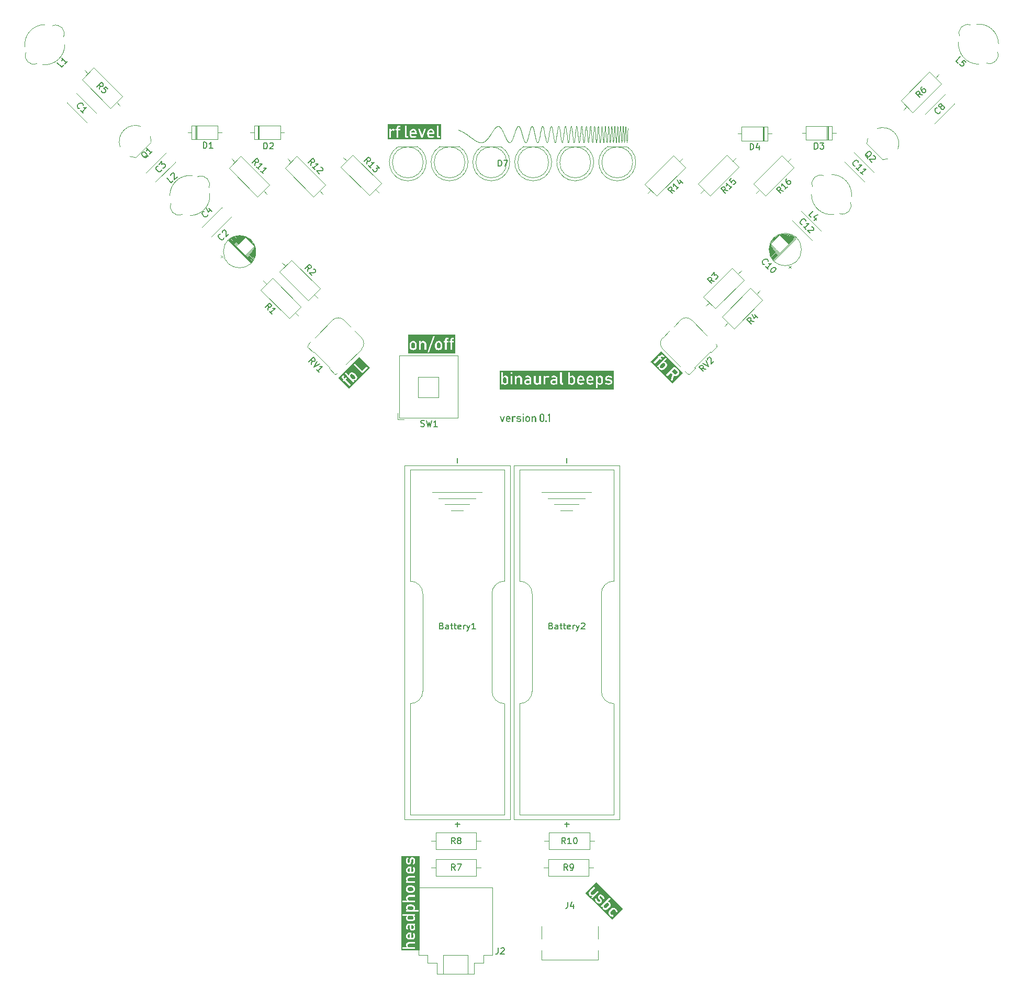
<source format=gbr>
%TF.GenerationSoftware,KiCad,Pcbnew,8.0.5*%
%TF.CreationDate,2025-01-18T17:06:11+08:00*%
%TF.ProjectId,cheap2,63686561-7032-42e6-9b69-6361645f7063,rev?*%
%TF.SameCoordinates,Original*%
%TF.FileFunction,Legend,Top*%
%TF.FilePolarity,Positive*%
%FSLAX46Y46*%
G04 Gerber Fmt 4.6, Leading zero omitted, Abs format (unit mm)*
G04 Created by KiCad (PCBNEW 8.0.5) date 2025-01-18 17:06:11*
%MOMM*%
%LPD*%
G01*
G04 APERTURE LIST*
%ADD10C,0.105833*%
%ADD11C,0.150000*%
%ADD12C,0.120000*%
G04 APERTURE END LIST*
D10*
X98766622Y-49793943D02*
X98904203Y-49852152D01*
X126112234Y-50094157D02*
X126145638Y-49508187D01*
X126076846Y-50782818D02*
X126112234Y-50094157D01*
X126041458Y-51399049D02*
X126076846Y-50782818D01*
X126024385Y-51625278D02*
X126041458Y-51399049D01*
X126008056Y-51767730D02*
X126024385Y-51625278D01*
X126000000Y-51800000D02*
X126008056Y-51767730D01*
X125995888Y-51805740D02*
X126000000Y-51800000D01*
X125991726Y-51804885D02*
X125995888Y-51805740D01*
X125983267Y-51784391D02*
X125991726Y-51804885D01*
X125974652Y-51740527D02*
X125983267Y-51784391D01*
X125957082Y-51590717D02*
X125974652Y-51740527D01*
X125939264Y-51371516D02*
X125957082Y-51590717D01*
X125903876Y-50789185D02*
X125939264Y-51371516D01*
X125870474Y-50122020D02*
X125903876Y-50789185D01*
X125854361Y-49816240D02*
X125870474Y-50122020D01*
X125837814Y-49568875D02*
X125854361Y-49816240D01*
X125829397Y-49468610D02*
X125837814Y-49568875D01*
X125820896Y-49384762D02*
X125829397Y-49468610D01*
X125812316Y-49317937D02*
X125820896Y-49384762D01*
X125803667Y-49268738D02*
X125812316Y-49317937D01*
X125794956Y-49237771D02*
X125803667Y-49268738D01*
X125790579Y-49229314D02*
X125794956Y-49237771D01*
X125786190Y-49225640D02*
X125790579Y-49229314D01*
X125781790Y-49226827D02*
X125786190Y-49225640D01*
X125777378Y-49232950D02*
X125781790Y-49226827D01*
X125772957Y-49244084D02*
X125777378Y-49232950D01*
X125768527Y-49260305D02*
X125772957Y-49244084D01*
X125759646Y-49308310D02*
X125768527Y-49260305D01*
X125750740Y-49377569D02*
X125759646Y-49308310D01*
X125741820Y-49468688D02*
X125750740Y-49377569D01*
X125732891Y-49582270D02*
X125741820Y-49468688D01*
X125666084Y-50842348D02*
X125732891Y-49582270D01*
X125630945Y-51428483D02*
X125666084Y-50842348D01*
X125613158Y-51640904D02*
X125630945Y-51428483D01*
X125595309Y-51773020D02*
X125613158Y-51640904D01*
X125587252Y-51803332D02*
X125595309Y-51773020D01*
X125583141Y-51808815D02*
X125587252Y-51803332D01*
X125578979Y-51808149D02*
X125583141Y-51808815D01*
X125570520Y-51789262D02*
X125578979Y-51808149D01*
X125561905Y-51748462D02*
X125570520Y-51789262D01*
X125544335Y-51608284D02*
X125561905Y-51748462D01*
X125526518Y-51401940D02*
X125544335Y-51608284D01*
X125491130Y-50848052D02*
X125526518Y-51401940D01*
X125457726Y-50201394D02*
X125491130Y-50848052D01*
X125441397Y-49896327D02*
X125457726Y-50201394D01*
X125424324Y-49640064D02*
X125441397Y-49896327D01*
X125415586Y-49532152D02*
X125424324Y-49640064D01*
X125406754Y-49438743D02*
X125415586Y-49532152D01*
X125397861Y-49360604D02*
X125406754Y-49438743D01*
X125388936Y-49298503D02*
X125397861Y-49360604D01*
X125380012Y-49253208D02*
X125388936Y-49298503D01*
X125375559Y-49237101D02*
X125380012Y-49253208D01*
X125371118Y-49225484D02*
X125375559Y-49237101D01*
X125366693Y-49218452D02*
X125371118Y-49225484D01*
X125362287Y-49216101D02*
X125366693Y-49218452D01*
X125357904Y-49218527D02*
X125362287Y-49216101D01*
X125353548Y-49225826D02*
X125357904Y-49218527D01*
X125349223Y-49238093D02*
X125353548Y-49225826D01*
X125344934Y-49255425D02*
X125349223Y-49238093D01*
X125336474Y-49305666D02*
X125344934Y-49255425D01*
X125328201Y-49377317D02*
X125336474Y-49305666D01*
X125320144Y-49471145D02*
X125328201Y-49377317D01*
X125286742Y-50000642D02*
X125320144Y-49471145D01*
X125251354Y-50647217D02*
X125286742Y-50000642D01*
X125215966Y-51260058D02*
X125251354Y-50647217D01*
X125198892Y-51506699D02*
X125215966Y-51260058D01*
X125182562Y-51688352D02*
X125198892Y-51506699D01*
X125174506Y-51747895D02*
X125182562Y-51688352D01*
X125166233Y-51784439D02*
X125174506Y-51747895D01*
X125157774Y-51799171D02*
X125166233Y-51784439D01*
X125153484Y-51798727D02*
X125157774Y-51799171D01*
X125149159Y-51793276D02*
X125153484Y-51798727D01*
X125140421Y-51767940D02*
X125149159Y-51793276D01*
X125131590Y-51724350D02*
X125140421Y-51767940D01*
X125113772Y-51587149D02*
X125131590Y-51724350D01*
X125095954Y-51391161D02*
X125113772Y-51587149D01*
X125078385Y-51145874D02*
X125095954Y-51391161D01*
X125044982Y-50545353D02*
X125078385Y-51145874D01*
X125028652Y-50227036D02*
X125044982Y-50545353D01*
X125011578Y-49933586D02*
X125028652Y-50227036D01*
X124994008Y-49674987D02*
X125011578Y-49933586D01*
X124976190Y-49461222D02*
X124994008Y-49674987D01*
X124967266Y-49374273D02*
X124976190Y-49461222D01*
X124958372Y-49302276D02*
X124967266Y-49374273D01*
X124949541Y-49246479D02*
X124958372Y-49302276D01*
X124940802Y-49208132D02*
X124949541Y-49246479D01*
X124936478Y-49195891D02*
X124940802Y-49208132D01*
X124932188Y-49188481D02*
X124936478Y-49195891D01*
X124927937Y-49186056D02*
X124932188Y-49188481D01*
X124923729Y-49188774D02*
X124927937Y-49186056D01*
X124919567Y-49196790D02*
X124923729Y-49188774D01*
X124915456Y-49210260D02*
X124919567Y-49196790D01*
X124907400Y-49254186D02*
X124915456Y-49210260D01*
X124891070Y-49404172D02*
X124907400Y-49254186D01*
X124873996Y-49620634D02*
X124891070Y-49404172D01*
X124838608Y-50185520D02*
X124873996Y-49620634D01*
X124769818Y-51370853D02*
X124838608Y-50185520D01*
X124753705Y-51572866D02*
X124769818Y-51370853D01*
X124745482Y-51647184D02*
X124753705Y-51572866D01*
X124737158Y-51704061D02*
X124745482Y-51647184D01*
X124728741Y-51743761D02*
X124737158Y-51704061D01*
X124720239Y-51766548D02*
X124728741Y-51743761D01*
X124715959Y-51771681D02*
X124720239Y-51766548D01*
X124711660Y-51772684D02*
X124715959Y-51771681D01*
X124707344Y-51769591D02*
X124711660Y-51772684D01*
X124703011Y-51762434D02*
X124707344Y-51769591D01*
X124694300Y-51736061D02*
X124703011Y-51762434D01*
X124685534Y-51693829D02*
X124694300Y-51736061D01*
X124676722Y-51636000D02*
X124685534Y-51693829D01*
X124667871Y-51562839D02*
X124676722Y-51636000D01*
X124650084Y-51371575D02*
X124667871Y-51562839D01*
X124632235Y-51122144D02*
X124650084Y-51371575D01*
X124565428Y-49930196D02*
X124632235Y-51122144D01*
X124547952Y-49666935D02*
X124565428Y-49930196D01*
X124530289Y-49446339D02*
X124547952Y-49666935D01*
X124512502Y-49282793D02*
X124530289Y-49446339D01*
X124503581Y-49226910D02*
X124512502Y-49282793D01*
X124494653Y-49190685D02*
X124503581Y-49226910D01*
X124486596Y-49175758D02*
X124494653Y-49190685D01*
X124482485Y-49176189D02*
X124486596Y-49175758D01*
X124478323Y-49181652D02*
X124482485Y-49176189D01*
X124469863Y-49206986D02*
X124478323Y-49181652D01*
X124461249Y-49250382D02*
X124469863Y-49206986D01*
X124443679Y-49385836D02*
X124461249Y-49250382D01*
X124425862Y-49576977D02*
X124443679Y-49385836D01*
X124390474Y-50082166D02*
X124425862Y-49576977D01*
X124357070Y-50677643D02*
X124390474Y-50082166D01*
X124340958Y-50969171D02*
X124357070Y-50677643D01*
X124324412Y-51227894D02*
X124340958Y-50969171D01*
X124307494Y-51446806D02*
X124324412Y-51227894D01*
X124298914Y-51539142D02*
X124307494Y-51446806D01*
X124290265Y-51618898D02*
X124298914Y-51539142D01*
X124281553Y-51685198D02*
X124290265Y-51618898D01*
X124272788Y-51737165D02*
X124281553Y-51685198D01*
X124263976Y-51773924D02*
X124272788Y-51737165D01*
X124259554Y-51786326D02*
X124263976Y-51773924D01*
X124255125Y-51794598D02*
X124259554Y-51786326D01*
X124250687Y-51798630D02*
X124255125Y-51794598D01*
X124248466Y-51799022D02*
X124250687Y-51798630D01*
X124246243Y-51798313D02*
X124248466Y-51799022D01*
X124241792Y-51793536D02*
X124246243Y-51798313D01*
X124237337Y-51784191D02*
X124241792Y-51793536D01*
X124232878Y-51770168D02*
X124237337Y-51784191D01*
X124228416Y-51751357D02*
X124232878Y-51770168D01*
X124219488Y-51698935D02*
X124228416Y-51751357D01*
X124203159Y-51539100D02*
X124219488Y-51698935D01*
X124186086Y-51323143D02*
X124203159Y-51539100D01*
X124150698Y-50780169D02*
X124186086Y-51323143D01*
X124081906Y-49651059D02*
X124150698Y-50780169D01*
X124065794Y-49449315D02*
X124081906Y-49651059D01*
X124057571Y-49371169D02*
X124065794Y-49449315D01*
X124049248Y-49308093D02*
X124057571Y-49371169D01*
X124040831Y-49260024D02*
X124049248Y-49308093D01*
X124032330Y-49226899D02*
X124040831Y-49260024D01*
X124028049Y-49215922D02*
X124032330Y-49226899D01*
X124023750Y-49208657D02*
X124028049Y-49215922D01*
X124019434Y-49205098D02*
X124023750Y-49208657D01*
X124015101Y-49205236D02*
X124019434Y-49205098D01*
X124010753Y-49209064D02*
X124015101Y-49205236D01*
X124006390Y-49216574D02*
X124010753Y-49209064D01*
X123997624Y-49242609D02*
X124006390Y-49216574D01*
X123988812Y-49283278D02*
X123997624Y-49242609D01*
X123979961Y-49338520D02*
X123988812Y-49283278D01*
X123971079Y-49408273D02*
X123979961Y-49338520D01*
X123962173Y-49492474D02*
X123971079Y-49408273D01*
X123944323Y-49703975D02*
X123962173Y-49492474D01*
X123875533Y-50825147D02*
X123944323Y-49703975D01*
X123840146Y-51347782D02*
X123875533Y-50825147D01*
X123823073Y-51553382D02*
X123840146Y-51347782D01*
X123806744Y-51704226D02*
X123823073Y-51553382D01*
X123798687Y-51754460D02*
X123806744Y-51704226D01*
X123790414Y-51786618D02*
X123798687Y-51754460D01*
X123781954Y-51801475D02*
X123790414Y-51786618D01*
X123777664Y-51802658D02*
X123781954Y-51801475D01*
X123773340Y-51799806D02*
X123777664Y-51802658D01*
X123764601Y-51782385D02*
X123773340Y-51799806D01*
X123755770Y-51749989D02*
X123764601Y-51782385D01*
X123737951Y-51643371D02*
X123755770Y-51749989D01*
X123720134Y-51486150D02*
X123737951Y-51643371D01*
X123702564Y-51284529D02*
X123720134Y-51486150D01*
X123685490Y-51044710D02*
X123702564Y-51284529D01*
X123669161Y-50772892D02*
X123685490Y-51044710D01*
X123636502Y-50203872D02*
X123669161Y-50772892D01*
X123619583Y-49936292D02*
X123636502Y-50203872D01*
X123602355Y-49693392D02*
X123619583Y-49936292D01*
X123584878Y-49485219D02*
X123602355Y-49693392D01*
X123567215Y-49321818D02*
X123584878Y-49485219D01*
X123558333Y-49260047D02*
X123567215Y-49321818D01*
X123549428Y-49213236D02*
X123558333Y-49260047D01*
X123540508Y-49182641D02*
X123549428Y-49213236D01*
X123536044Y-49173817D02*
X123540508Y-49182641D01*
X123531579Y-49169518D02*
X123536044Y-49173817D01*
X123527595Y-49169819D02*
X123531579Y-49169518D01*
X123523581Y-49174592D02*
X123527595Y-49169819D01*
X123515466Y-49196968D02*
X123523581Y-49174592D01*
X123498920Y-49288910D02*
X123515466Y-49196968D01*
X123482001Y-49435919D02*
X123498920Y-49288910D01*
X123464772Y-49628568D02*
X123482001Y-49435919D01*
X123429633Y-50113087D02*
X123464772Y-49628568D01*
X123393997Y-50667058D02*
X123429633Y-50113087D01*
X123377884Y-50940075D02*
X123393997Y-50667058D01*
X123361337Y-51187295D02*
X123377884Y-50940075D01*
X123344418Y-51402269D02*
X123361337Y-51187295D01*
X123327190Y-51578547D02*
X123344418Y-51402269D01*
X123318479Y-51650160D02*
X123327190Y-51578547D01*
X123309713Y-51709681D02*
X123318479Y-51650160D01*
X123300901Y-51756303D02*
X123309713Y-51709681D01*
X123292050Y-51789221D02*
X123300901Y-51756303D01*
X123287613Y-51800289D02*
X123292050Y-51789221D01*
X123283169Y-51807628D02*
X123287613Y-51800289D01*
X123278718Y-51811138D02*
X123283169Y-51807628D01*
X123274263Y-51810718D02*
X123278718Y-51811138D01*
X123269805Y-51806268D02*
X123274263Y-51810718D01*
X123265343Y-51797686D02*
X123269805Y-51806268D01*
X123260879Y-51784871D02*
X123265343Y-51797686D01*
X123256414Y-51767724D02*
X123260879Y-51784871D01*
X123240084Y-51661580D02*
X123256414Y-51767724D01*
X123223011Y-51500990D02*
X123240084Y-51661580D01*
X123187623Y-51058640D02*
X123223011Y-51500990D01*
X123118832Y-49984432D02*
X123187623Y-51058640D01*
X123110776Y-49859920D02*
X123118832Y-49984432D01*
X123102503Y-49744633D02*
X123110776Y-49859920D01*
X123094044Y-49638988D02*
X123102503Y-49744633D01*
X123085429Y-49543405D02*
X123094044Y-49638988D01*
X123076691Y-49458301D02*
X123085429Y-49543405D01*
X123067860Y-49384097D02*
X123076691Y-49458301D01*
X123058966Y-49321209D02*
X123067860Y-49384097D01*
X123050042Y-49270057D02*
X123058966Y-49321209D01*
X123041117Y-49231059D02*
X123050042Y-49270057D01*
X123036665Y-49216249D02*
X123041117Y-49231059D01*
X123032224Y-49204635D02*
X123036665Y-49216249D01*
X123027798Y-49196268D02*
X123032224Y-49204635D01*
X123023392Y-49191201D02*
X123027798Y-49196268D01*
X123021198Y-49189922D02*
X123023392Y-49191201D01*
X123019009Y-49189487D02*
X123021198Y-49189922D01*
X123016828Y-49189904D02*
X123019009Y-49189487D01*
X123014654Y-49191178D02*
X123016828Y-49189904D01*
X123010329Y-49196326D02*
X123014654Y-49191178D01*
X123006039Y-49204984D02*
X123010329Y-49196326D01*
X123001788Y-49217203D02*
X123006039Y-49204984D01*
X122997579Y-49233036D02*
X123001788Y-49217203D01*
X122993417Y-49252536D02*
X122997579Y-49233036D01*
X122989306Y-49275755D02*
X122993417Y-49252536D01*
X122981249Y-49333558D02*
X122989306Y-49275755D01*
X122965138Y-49490262D02*
X122981249Y-49333558D01*
X122948592Y-49691242D02*
X122965138Y-49490262D01*
X122914445Y-50182871D02*
X122948592Y-49691242D01*
X122879305Y-50722125D02*
X122914445Y-50182871D01*
X122843667Y-51222683D02*
X122879305Y-50722125D01*
X122835669Y-51331419D02*
X122843667Y-51222683D01*
X122827555Y-51429296D02*
X122835669Y-51331419D01*
X122819333Y-51516119D02*
X122827555Y-51429296D01*
X122811009Y-51591694D02*
X122819333Y-51516119D01*
X122802593Y-51655829D02*
X122811009Y-51591694D01*
X122794091Y-51708328D02*
X122802593Y-51655829D01*
X122785512Y-51748999D02*
X122794091Y-51708328D01*
X122781196Y-51764838D02*
X122785512Y-51748999D01*
X122776863Y-51777647D02*
X122781196Y-51764838D01*
X122772515Y-51787402D02*
X122776863Y-51777647D01*
X122768152Y-51794078D02*
X122772515Y-51787402D01*
X122763775Y-51797653D02*
X122768152Y-51794078D01*
X122759386Y-51798100D02*
X122763775Y-51797653D01*
X122754986Y-51795397D02*
X122759386Y-51798100D01*
X122750575Y-51789518D02*
X122754986Y-51795397D01*
X122746154Y-51780440D02*
X122750575Y-51789518D01*
X122741724Y-51768138D02*
X122746154Y-51780440D01*
X122732842Y-51733767D02*
X122741724Y-51768138D01*
X122723937Y-51686210D02*
X122732842Y-51733767D01*
X122715016Y-51625275D02*
X122723937Y-51686210D01*
X122706088Y-51550766D02*
X122715016Y-51625275D01*
X122568505Y-49651059D02*
X122706088Y-51550766D01*
X122560507Y-49554458D02*
X122568505Y-49651059D01*
X122552392Y-49469097D02*
X122560507Y-49554458D01*
X122544169Y-49395052D02*
X122552392Y-49469097D01*
X122535846Y-49332402D02*
X122544169Y-49395052D01*
X122527429Y-49281224D02*
X122535846Y-49332402D01*
X122518927Y-49241596D02*
X122527429Y-49281224D01*
X122510348Y-49213595D02*
X122518927Y-49241596D01*
X122506031Y-49203979D02*
X122510348Y-49213595D01*
X122501699Y-49197299D02*
X122506031Y-49203979D01*
X122497350Y-49193565D02*
X122501699Y-49197299D01*
X122492987Y-49192785D02*
X122497350Y-49193565D01*
X122488611Y-49194971D02*
X122492987Y-49192785D01*
X122484222Y-49200131D02*
X122488611Y-49194971D01*
X122479821Y-49208276D02*
X122484222Y-49200131D01*
X122475410Y-49219414D02*
X122479821Y-49208276D01*
X122466559Y-49250712D02*
X122475410Y-49219414D01*
X122457677Y-49294102D02*
X122466559Y-49250712D01*
X122448772Y-49349662D02*
X122457677Y-49294102D01*
X122439851Y-49417470D02*
X122448772Y-49349662D01*
X122430923Y-49497602D02*
X122439851Y-49417470D01*
X122293341Y-51370850D02*
X122430923Y-49497602D01*
X122285342Y-51462620D02*
X122293341Y-51370850D01*
X122277228Y-51543429D02*
X122285342Y-51462620D01*
X122269005Y-51613231D02*
X122277228Y-51543429D01*
X122260681Y-51671979D02*
X122269005Y-51613231D01*
X122252264Y-51719627D02*
X122260681Y-51671979D01*
X122243762Y-51756129D02*
X122252264Y-51719627D01*
X122239482Y-51770185D02*
X122243762Y-51756129D01*
X122235183Y-51781437D02*
X122239482Y-51770185D01*
X122230867Y-51789880D02*
X122235183Y-51781437D01*
X122226534Y-51795506D02*
X122230867Y-51789880D01*
X122222185Y-51798311D02*
X122226534Y-51795506D01*
X122217823Y-51798289D02*
X122222185Y-51798311D01*
X122213446Y-51795434D02*
X122217823Y-51798289D01*
X122209057Y-51789739D02*
X122213446Y-51795434D01*
X122204656Y-51781200D02*
X122209057Y-51789739D01*
X122200245Y-51769810D02*
X122204656Y-51781200D01*
X122191394Y-51738456D02*
X122200245Y-51769810D01*
X122182512Y-51695629D02*
X122191394Y-51738456D01*
X122173607Y-51641283D02*
X122182512Y-51695629D01*
X122164687Y-51575373D02*
X122173607Y-51641283D01*
X122155758Y-51497851D02*
X122164687Y-51575373D01*
X122122354Y-51094857D02*
X122155758Y-51497851D01*
X122086967Y-50607528D02*
X122122354Y-51094857D01*
X122018176Y-49661641D02*
X122086967Y-50607528D01*
X122010178Y-49568335D02*
X122018176Y-49661641D01*
X122002064Y-49484950D02*
X122010178Y-49568335D01*
X121993841Y-49411611D02*
X122002064Y-49484950D01*
X121985517Y-49348442D02*
X121993841Y-49411611D01*
X121977101Y-49295566D02*
X121985517Y-49348442D01*
X121968599Y-49253109D02*
X121977101Y-49295566D01*
X121960019Y-49221194D02*
X121968599Y-49253109D01*
X121955703Y-49209228D02*
X121960019Y-49221194D01*
X121951370Y-49199944D02*
X121955703Y-49209228D01*
X121947022Y-49193358D02*
X121951370Y-49199944D01*
X121942659Y-49189485D02*
X121947022Y-49193358D01*
X121938282Y-49188341D02*
X121942659Y-49189485D01*
X121933893Y-49189940D02*
X121938282Y-49188341D01*
X121929492Y-49194299D02*
X121933893Y-49189940D01*
X121925081Y-49201433D02*
X121929492Y-49194299D01*
X121920660Y-49211357D02*
X121925081Y-49201433D01*
X121916230Y-49224088D02*
X121920660Y-49211357D01*
X121907348Y-49258029D02*
X121916230Y-49224088D01*
X121898443Y-49303380D02*
X121907348Y-49258029D01*
X121889522Y-49360265D02*
X121898443Y-49303380D01*
X121880593Y-49428809D02*
X121889522Y-49360265D01*
X121847191Y-49792859D02*
X121880593Y-49428809D01*
X121811803Y-50253647D02*
X121847191Y-49792859D01*
X121743011Y-51201517D02*
X121811803Y-50253647D01*
X121735013Y-51301625D02*
X121743011Y-51201517D01*
X121726899Y-51393423D02*
X121735013Y-51301625D01*
X121718676Y-51476663D02*
X121726899Y-51393423D01*
X121710353Y-51551098D02*
X121718676Y-51476663D01*
X121701937Y-51616479D02*
X121710353Y-51551098D01*
X121693435Y-51672558D02*
X121701937Y-51616479D01*
X121684856Y-51719087D02*
X121693435Y-51672558D01*
X121676206Y-51755819D02*
X121684856Y-51719087D01*
X121671858Y-51770433D02*
X121676206Y-51755819D01*
X121667495Y-51782505D02*
X121671858Y-51770433D01*
X121663119Y-51792003D02*
X121667495Y-51782505D01*
X121658730Y-51798896D02*
X121663119Y-51792003D01*
X121654329Y-51803154D02*
X121658730Y-51798896D01*
X121652124Y-51804286D02*
X121654329Y-51803154D01*
X121649917Y-51804746D02*
X121652124Y-51804286D01*
X121647708Y-51804532D02*
X121649917Y-51804746D01*
X121645496Y-51803640D02*
X121647708Y-51804532D01*
X121641066Y-51799806D02*
X121645496Y-51803640D01*
X121636629Y-51793212D02*
X121641066Y-51799806D01*
X121632184Y-51783827D02*
X121636629Y-51793212D01*
X121627734Y-51771621D02*
X121632184Y-51783827D01*
X121623279Y-51756563D02*
X121627734Y-51771621D01*
X121618820Y-51738621D02*
X121623279Y-51756563D01*
X121614358Y-51717764D02*
X121618820Y-51738621D01*
X121605429Y-51667183D02*
X121614358Y-51717764D01*
X121589317Y-51535460D02*
X121605429Y-51667183D01*
X121572771Y-51367460D02*
X121589317Y-51535460D01*
X121538624Y-50952147D02*
X121572771Y-51367460D01*
X121467849Y-50010892D02*
X121538624Y-50952147D01*
X121451736Y-49798367D02*
X121467849Y-50010892D01*
X121435190Y-49611453D02*
X121451736Y-49798367D01*
X121426773Y-49528627D02*
X121435190Y-49611453D01*
X121418271Y-49453437D02*
X121426773Y-49528627D01*
X121409692Y-49386292D02*
X121418271Y-49453437D01*
X121401042Y-49327605D02*
X121409692Y-49386292D01*
X121392331Y-49277785D02*
X121401042Y-49327605D01*
X121383566Y-49237243D02*
X121392331Y-49277785D01*
X121374754Y-49206391D02*
X121383566Y-49237243D01*
X121370333Y-49194727D02*
X121374754Y-49206391D01*
X121365903Y-49185640D02*
X121370333Y-49194727D01*
X121361465Y-49179180D02*
X121365903Y-49185640D01*
X121357021Y-49175399D02*
X121361465Y-49179180D01*
X121352571Y-49174348D02*
X121357021Y-49175399D01*
X121348116Y-49176080D02*
X121352571Y-49174348D01*
X121343657Y-49180644D02*
X121348116Y-49176080D01*
X121339195Y-49188093D02*
X121343657Y-49180644D01*
X121334732Y-49198478D02*
X121339195Y-49188093D01*
X121330267Y-49211850D02*
X121334732Y-49198478D01*
X121314154Y-49293210D02*
X121330267Y-49211850D01*
X121297607Y-49414256D02*
X121314154Y-49293210D01*
X121263460Y-49751600D02*
X121297607Y-49414256D01*
X121228321Y-50176256D02*
X121263460Y-49751600D01*
X121192684Y-50640600D02*
X121228321Y-50176256D01*
X121176355Y-50867521D02*
X121192684Y-50640600D01*
X121159281Y-51080800D02*
X121176355Y-50867521D01*
X121141711Y-51275724D02*
X121159281Y-51080800D01*
X121123893Y-51447579D02*
X121141711Y-51275724D01*
X121106075Y-51591653D02*
X121123893Y-51447579D01*
X121097244Y-51651800D02*
X121106075Y-51591653D01*
X121088506Y-51703233D02*
X121097244Y-51651800D01*
X121079891Y-51745365D02*
X121088506Y-51703233D01*
X121071432Y-51777606D02*
X121079891Y-51745365D01*
X121063158Y-51799367D02*
X121071432Y-51777606D01*
X121059101Y-51806134D02*
X121063158Y-51799367D01*
X121055102Y-51810059D02*
X121059101Y-51806134D01*
X121051118Y-51811109D02*
X121055102Y-51810059D01*
X121047104Y-51809341D02*
X121051118Y-51811109D01*
X121038989Y-51797615D02*
X121047104Y-51809341D01*
X121030766Y-51775410D02*
X121038989Y-51797615D01*
X121022442Y-51743251D02*
X121030766Y-51775410D01*
X121005524Y-51651184D02*
X121022442Y-51743251D01*
X120988295Y-51525631D02*
X121005524Y-51651184D01*
X120970819Y-51370809D02*
X120988295Y-51525631D01*
X120953156Y-51190934D02*
X120970819Y-51370809D01*
X120917520Y-50772893D02*
X120953156Y-51190934D01*
X120884117Y-50320869D02*
X120917520Y-50772893D01*
X120848730Y-49891170D02*
X120884117Y-50320869D01*
X120830911Y-49698489D02*
X120848730Y-49891170D01*
X120813341Y-49527947D02*
X120830911Y-49698489D01*
X120796267Y-49385062D02*
X120813341Y-49527947D01*
X120779937Y-49275353D02*
X120796267Y-49385062D01*
X120771939Y-49234882D02*
X120779937Y-49275353D01*
X120763825Y-49204597D02*
X120771939Y-49234882D01*
X120755603Y-49184265D02*
X120763825Y-49204597D01*
X120751453Y-49177759D02*
X120755603Y-49184265D01*
X120747279Y-49173653D02*
X120751453Y-49177759D01*
X120743082Y-49171920D02*
X120747279Y-49173653D01*
X120738863Y-49172529D02*
X120743082Y-49171920D01*
X120734622Y-49175452D02*
X120738863Y-49172529D01*
X120730361Y-49180660D02*
X120734622Y-49175452D01*
X120721782Y-49197814D02*
X120730361Y-49180660D01*
X120713133Y-49223758D02*
X120721782Y-49197814D01*
X120704421Y-49258260D02*
X120713133Y-49223758D01*
X120695656Y-49301086D02*
X120704421Y-49258260D01*
X120677993Y-49410785D02*
X120695656Y-49301086D01*
X120660205Y-49550994D02*
X120677993Y-49410785D01*
X120642355Y-49719852D02*
X120660205Y-49550994D01*
X120573565Y-50560566D02*
X120642355Y-49719852D01*
X120538177Y-50991588D02*
X120573565Y-50560566D01*
X120504772Y-51365560D02*
X120538177Y-50991588D01*
X120496716Y-51444173D02*
X120504772Y-51365560D01*
X120488443Y-51515235D02*
X120496716Y-51444173D01*
X120479984Y-51578640D02*
X120488443Y-51515235D01*
X120471370Y-51634277D02*
X120479984Y-51578640D01*
X120462632Y-51682039D02*
X120471370Y-51634277D01*
X120453800Y-51721817D02*
X120462632Y-51682039D01*
X120449360Y-51738679D02*
X120453800Y-51721817D01*
X120444907Y-51753503D02*
X120449360Y-51738679D01*
X120440447Y-51766277D02*
X120444907Y-51753503D01*
X120435983Y-51776988D02*
X120440447Y-51766277D01*
X120431519Y-51785620D02*
X120435983Y-51776988D01*
X120427058Y-51792162D02*
X120431519Y-51785620D01*
X120422606Y-51796600D02*
X120427058Y-51792162D01*
X120418165Y-51798919D02*
X120422606Y-51796600D01*
X120413740Y-51799107D02*
X120418165Y-51798919D01*
X120409334Y-51797149D02*
X120413740Y-51799107D01*
X120404951Y-51793033D02*
X120409334Y-51797149D01*
X120400595Y-51786744D02*
X120404951Y-51793033D01*
X120396271Y-51778270D02*
X120400595Y-51786744D01*
X120391981Y-51767596D02*
X120396271Y-51778270D01*
X120387730Y-51754708D02*
X120391981Y-51767596D01*
X120383522Y-51739595D02*
X120387730Y-51754708D01*
X120379360Y-51722240D02*
X120383522Y-51739595D01*
X120375249Y-51702633D02*
X120379360Y-51722240D01*
X120367193Y-51656601D02*
X120375249Y-51702633D01*
X120351080Y-51539141D02*
X120367193Y-51656601D01*
X120334534Y-51392597D02*
X120351080Y-51539141D01*
X120300386Y-51032846D02*
X120334534Y-51392597D01*
X120229611Y-50190810D02*
X120300386Y-51032846D01*
X120213498Y-49986740D02*
X120229611Y-50190810D01*
X120196951Y-49797490D02*
X120213498Y-49986740D01*
X120180032Y-49626472D02*
X120196951Y-49797490D01*
X120162804Y-49477096D02*
X120180032Y-49626472D01*
X120154093Y-49411590D02*
X120162804Y-49477096D01*
X120145327Y-49352773D02*
X120154093Y-49411590D01*
X120136515Y-49301072D02*
X120145327Y-49352773D01*
X120127664Y-49256913D02*
X120136515Y-49301072D01*
X120118783Y-49220723D02*
X120127664Y-49256913D01*
X120109877Y-49192927D02*
X120118783Y-49220723D01*
X120105419Y-49182311D02*
X120109877Y-49192927D01*
X120100957Y-49173953D02*
X120105419Y-49182311D01*
X120096493Y-49167907D02*
X120100957Y-49173953D01*
X120092028Y-49164226D02*
X120096493Y-49167907D01*
X120088029Y-49162436D02*
X120092028Y-49164226D01*
X120083972Y-49162986D02*
X120088029Y-49162436D01*
X120075698Y-49170924D02*
X120083972Y-49162986D01*
X120067239Y-49187667D02*
X120075698Y-49170924D01*
X120058624Y-49212844D02*
X120067239Y-49187667D01*
X120041054Y-49287010D02*
X120058624Y-49212844D01*
X120023236Y-49390446D02*
X120041054Y-49287010D01*
X120005418Y-49520174D02*
X120023236Y-49390446D01*
X119987848Y-49673219D02*
X120005418Y-49520174D01*
X119970775Y-49846604D02*
X119987848Y-49673219D01*
X119954446Y-50037352D02*
X119970775Y-49846604D01*
X119887639Y-50859544D02*
X119954446Y-50037352D01*
X119852500Y-51234674D02*
X119887639Y-50859544D01*
X119834713Y-51396535D02*
X119852500Y-51234674D01*
X119816863Y-51534893D02*
X119834713Y-51396535D01*
X119808807Y-51594610D02*
X119816863Y-51534893D01*
X119800534Y-51646762D02*
X119808807Y-51594610D01*
X119792074Y-51691348D02*
X119800534Y-51646762D01*
X119783460Y-51728369D02*
X119792074Y-51691348D01*
X119774721Y-51757824D02*
X119783460Y-51728369D01*
X119770315Y-51769715D02*
X119774721Y-51757824D01*
X119765890Y-51779714D02*
X119770315Y-51769715D01*
X119761449Y-51787822D02*
X119765890Y-51779714D01*
X119756997Y-51794039D02*
X119761449Y-51787822D01*
X119752536Y-51798364D02*
X119756997Y-51794039D01*
X119748072Y-51800798D02*
X119752536Y-51798364D01*
X119743608Y-51801341D02*
X119748072Y-51800798D01*
X119739148Y-51799992D02*
X119743608Y-51801341D01*
X119734695Y-51796752D02*
X119739148Y-51799992D01*
X119730255Y-51791621D02*
X119734695Y-51796752D01*
X119725829Y-51784598D02*
X119730255Y-51791621D01*
X119721423Y-51775684D02*
X119725829Y-51784598D01*
X119717040Y-51764878D02*
X119721423Y-51775684D01*
X119712685Y-51752181D02*
X119717040Y-51764878D01*
X119704070Y-51721113D02*
X119712685Y-51752181D01*
X119695611Y-51682480D02*
X119704070Y-51721113D01*
X119687338Y-51636281D02*
X119695611Y-51682480D01*
X119679281Y-51582517D02*
X119687338Y-51636281D01*
X119645879Y-51302721D02*
X119679281Y-51582517D01*
X119610491Y-50947518D02*
X119645879Y-51302721D01*
X119575103Y-50552627D02*
X119610491Y-50947518D01*
X119541699Y-50153768D02*
X119575103Y-50552627D01*
X119525587Y-49964973D02*
X119541699Y-50153768D01*
X119509041Y-49789386D02*
X119525587Y-49964973D01*
X119492123Y-49629799D02*
X119509041Y-49789386D01*
X119474894Y-49489001D02*
X119492123Y-49629799D01*
X119457417Y-49369784D02*
X119474894Y-49489001D01*
X119448605Y-49319140D02*
X119457417Y-49369784D01*
X119439754Y-49274937D02*
X119448605Y-49319140D01*
X119430872Y-49237525D02*
X119439754Y-49274937D01*
X119421966Y-49207252D02*
X119430872Y-49237525D01*
X119413045Y-49184467D02*
X119421966Y-49207252D01*
X119408581Y-49175991D02*
X119413045Y-49184467D01*
X119404116Y-49169518D02*
X119408581Y-49175991D01*
X119400117Y-49165575D02*
X119404116Y-49169518D01*
X119396060Y-49163645D02*
X119400117Y-49165575D01*
X119391949Y-49163695D02*
X119396060Y-49163645D01*
X119387787Y-49165694D02*
X119391949Y-49163695D01*
X119379328Y-49175401D02*
X119387787Y-49165694D01*
X119370714Y-49192503D02*
X119379328Y-49175401D01*
X119361976Y-49216736D02*
X119370714Y-49192503D01*
X119353144Y-49247838D02*
X119361976Y-49216736D01*
X119335327Y-49329590D02*
X119353144Y-49247838D01*
X119317509Y-49435650D02*
X119335327Y-49329590D01*
X119299939Y-49563911D02*
X119317509Y-49435650D01*
X119282866Y-49712264D02*
X119299939Y-49563911D01*
X119266537Y-49878600D02*
X119282866Y-49712264D01*
X119199730Y-50637294D02*
X119266537Y-49878600D01*
X119164591Y-51013416D02*
X119199730Y-50637294D01*
X119128955Y-51344393D02*
X119164591Y-51013416D01*
X119120956Y-51416058D02*
X119128955Y-51344393D01*
X119112842Y-51482142D02*
X119120956Y-51416058D01*
X119104619Y-51542520D02*
X119112842Y-51482142D01*
X119096295Y-51597070D02*
X119104619Y-51542520D01*
X119087878Y-51645667D02*
X119096295Y-51597070D01*
X119079376Y-51688186D02*
X119087878Y-51645667D01*
X119075096Y-51707128D02*
X119079376Y-51688186D01*
X119070797Y-51724504D02*
X119075096Y-51707128D01*
X119066481Y-51740299D02*
X119070797Y-51724504D01*
X119062148Y-51754497D02*
X119066481Y-51740299D01*
X119057799Y-51767083D02*
X119062148Y-51754497D01*
X119053437Y-51778041D02*
X119057799Y-51767083D01*
X119049060Y-51787356D02*
X119053437Y-51778041D01*
X119044671Y-51795012D02*
X119049060Y-51787356D01*
X119040270Y-51800993D02*
X119044671Y-51795012D01*
X119035859Y-51805285D02*
X119040270Y-51800993D01*
X119033650Y-51806792D02*
X119035859Y-51805285D01*
X119031438Y-51807872D02*
X119033650Y-51806792D01*
X119029224Y-51808520D02*
X119031438Y-51807872D01*
X119027008Y-51808737D02*
X119029224Y-51808520D01*
X119024790Y-51808520D02*
X119027008Y-51808737D01*
X119022571Y-51807866D02*
X119024790Y-51808520D01*
X119020349Y-51806775D02*
X119022571Y-51807866D01*
X119018126Y-51805244D02*
X119020349Y-51806775D01*
X119013676Y-51800854D02*
X119018126Y-51805244D01*
X119009221Y-51794681D02*
X119013676Y-51800854D01*
X119004762Y-51786710D02*
X119009221Y-51794681D01*
X119000301Y-51776925D02*
X119004762Y-51786710D01*
X118995837Y-51765311D02*
X119000301Y-51776925D01*
X118991372Y-51751851D02*
X118995837Y-51765311D01*
X118975259Y-51682409D02*
X118991372Y-51751851D01*
X118958713Y-51587231D02*
X118975259Y-51682409D01*
X118941794Y-51469357D02*
X118958713Y-51587231D01*
X118924565Y-51331826D02*
X118941794Y-51469357D01*
X118889426Y-51009943D02*
X118924565Y-51331826D01*
X118853790Y-50645893D02*
X118889426Y-51009943D01*
X118821130Y-50272417D02*
X118853790Y-50645893D01*
X118786983Y-49916304D02*
X118821130Y-50272417D01*
X118769506Y-49753286D02*
X118786983Y-49916304D01*
X118751843Y-49604840D02*
X118769506Y-49753286D01*
X118734057Y-49474378D02*
X118751843Y-49604840D01*
X118716207Y-49365310D02*
X118734057Y-49474378D01*
X118708151Y-49319792D02*
X118716207Y-49365310D01*
X118699877Y-49280467D02*
X118708151Y-49319792D01*
X118691418Y-49247329D02*
X118699877Y-49280467D01*
X118682804Y-49220368D02*
X118691418Y-49247329D01*
X118678448Y-49209202D02*
X118682804Y-49220368D01*
X118674065Y-49199577D02*
X118678448Y-49209202D01*
X118669659Y-49191493D02*
X118674065Y-49199577D01*
X118665234Y-49184949D02*
X118669659Y-49191493D01*
X118660793Y-49179943D02*
X118665234Y-49184949D01*
X118656341Y-49176475D02*
X118660793Y-49179943D01*
X118651880Y-49174544D02*
X118656341Y-49176475D01*
X118647416Y-49174149D02*
X118651880Y-49174544D01*
X118642952Y-49175288D02*
X118647416Y-49174149D01*
X118638492Y-49177961D02*
X118642952Y-49175288D01*
X118634039Y-49182167D02*
X118638492Y-49177961D01*
X118629598Y-49187905D02*
X118634039Y-49182167D01*
X118625173Y-49195174D02*
X118629598Y-49187905D01*
X118620767Y-49203972D02*
X118625173Y-49195174D01*
X118616384Y-49214300D02*
X118620767Y-49203972D01*
X118612029Y-49226156D02*
X118616384Y-49214300D01*
X118603414Y-49254447D02*
X118612029Y-49226156D01*
X118594955Y-49288839D02*
X118603414Y-49254447D01*
X118586681Y-49329324D02*
X118594955Y-49288839D01*
X118578625Y-49375893D02*
X118586681Y-49329324D01*
X118562513Y-49485995D02*
X118578625Y-49375893D01*
X118545967Y-49615755D02*
X118562513Y-49485995D01*
X118511819Y-49921597D02*
X118545967Y-49615755D01*
X118441043Y-50630019D02*
X118511819Y-49921597D01*
X118408385Y-50979765D02*
X118441043Y-50630019D01*
X118391467Y-51142174D02*
X118408385Y-50979765D01*
X118374238Y-51292801D02*
X118391467Y-51142174D01*
X118356761Y-51429041D02*
X118374238Y-51292801D01*
X118339098Y-51548289D02*
X118356761Y-51429041D01*
X118321310Y-51647942D02*
X118339098Y-51548289D01*
X118312389Y-51689606D02*
X118321310Y-51647942D01*
X118303460Y-51725394D02*
X118312389Y-51689606D01*
X118295462Y-51755048D02*
X118303460Y-51725394D01*
X118287348Y-51778570D02*
X118295462Y-51755048D01*
X118279126Y-51796030D02*
X118287348Y-51778570D01*
X118274976Y-51802509D02*
X118279126Y-51796030D01*
X118270802Y-51807498D02*
X118274976Y-51802509D01*
X118266605Y-51811007D02*
X118270802Y-51807498D01*
X118262386Y-51813045D02*
X118266605Y-51811007D01*
X118258145Y-51813619D02*
X118262386Y-51813045D01*
X118253884Y-51812738D02*
X118258145Y-51813619D01*
X118249604Y-51810413D02*
X118253884Y-51812738D01*
X118245305Y-51806650D02*
X118249604Y-51810413D01*
X118240988Y-51801459D02*
X118245305Y-51806650D01*
X118236656Y-51794848D02*
X118240988Y-51801459D01*
X118227944Y-51777403D02*
X118236656Y-51794848D01*
X118219179Y-51754385D02*
X118227944Y-51777403D01*
X118210367Y-51725864D02*
X118219179Y-51754385D01*
X118201516Y-51691908D02*
X118210367Y-51725864D01*
X118192633Y-51652589D02*
X118201516Y-51691908D01*
X118183728Y-51607975D02*
X118192633Y-51652589D01*
X118174807Y-51558137D02*
X118183728Y-51607975D01*
X118165878Y-51503144D02*
X118174807Y-51558137D01*
X118132475Y-51240793D02*
X118165878Y-51503144D01*
X118097088Y-50928337D02*
X118132475Y-51240793D01*
X118061701Y-50587107D02*
X118097088Y-50928337D01*
X118028298Y-50238436D02*
X118061701Y-50587107D01*
X118012186Y-50069361D02*
X118028298Y-50238436D01*
X117995639Y-49908782D02*
X118012186Y-50069361D01*
X117978720Y-49758745D02*
X117995639Y-49908782D01*
X117961492Y-49621296D02*
X117978720Y-49758745D01*
X117944015Y-49498482D02*
X117961492Y-49621296D01*
X117926352Y-49392349D02*
X117944015Y-49498482D01*
X117908565Y-49304944D02*
X117926352Y-49392349D01*
X117899644Y-49268903D02*
X117908565Y-49304944D01*
X117890716Y-49238312D02*
X117899644Y-49268903D01*
X117882718Y-49213431D02*
X117890716Y-49238312D01*
X117874603Y-49194294D02*
X117882718Y-49213431D01*
X117866380Y-49180815D02*
X117874603Y-49194294D01*
X117862230Y-49176171D02*
X117866380Y-49180815D01*
X117858056Y-49172910D02*
X117862230Y-49176171D01*
X117853859Y-49171021D02*
X117858056Y-49172910D01*
X117849640Y-49170493D02*
X117853859Y-49171021D01*
X117845399Y-49171316D02*
X117849640Y-49170493D01*
X117841138Y-49173478D02*
X117845399Y-49171316D01*
X117836857Y-49176971D02*
X117841138Y-49173478D01*
X117832558Y-49181781D02*
X117836857Y-49176971D01*
X117823909Y-49195317D02*
X117832558Y-49181781D01*
X117815198Y-49213999D02*
X117823909Y-49195317D01*
X117806433Y-49237743D02*
X117815198Y-49213999D01*
X117797621Y-49266464D02*
X117806433Y-49237743D01*
X117788770Y-49300075D02*
X117797621Y-49266464D01*
X117779888Y-49338493D02*
X117788770Y-49300075D01*
X117770983Y-49381631D02*
X117779888Y-49338493D01*
X117762062Y-49429404D02*
X117770983Y-49381631D01*
X117753134Y-49481728D02*
X117762062Y-49429404D01*
X117719730Y-49734322D02*
X117753134Y-49481728D01*
X117684342Y-50034046D02*
X117719730Y-49734322D01*
X117648955Y-50360558D02*
X117684342Y-50034046D01*
X117615551Y-50693520D02*
X117648955Y-50360558D01*
X117599221Y-50855888D02*
X117615551Y-50693520D01*
X117582148Y-51012178D02*
X117599221Y-50855888D01*
X117564578Y-51160283D02*
X117582148Y-51012178D01*
X117546760Y-51298094D02*
X117564578Y-51160283D01*
X117528942Y-51423502D02*
X117546760Y-51298094D01*
X117511372Y-51534399D02*
X117528942Y-51423502D01*
X117494299Y-51628678D02*
X117511372Y-51534399D01*
X117477969Y-51704229D02*
X117494299Y-51628678D01*
X117469912Y-51734433D02*
X117477969Y-51704229D01*
X117461639Y-51759584D02*
X117469912Y-51734433D01*
X117453180Y-51779712D02*
X117461639Y-51759584D01*
X117448890Y-51787902D02*
X117453180Y-51779712D01*
X117444565Y-51794848D02*
X117448890Y-51787902D01*
X117440209Y-51800554D02*
X117444565Y-51794848D01*
X117435827Y-51805023D02*
X117440209Y-51800554D01*
X117431421Y-51808260D02*
X117435827Y-51805023D01*
X117426995Y-51810268D02*
X117431421Y-51808260D01*
X117422554Y-51811052D02*
X117426995Y-51810268D01*
X117418102Y-51810614D02*
X117422554Y-51811052D01*
X117413642Y-51808960D02*
X117418102Y-51810614D01*
X117409178Y-51806093D02*
X117413642Y-51808960D01*
X117404713Y-51802016D02*
X117409178Y-51806093D01*
X117400253Y-51796734D02*
X117404713Y-51802016D01*
X117395801Y-51790251D02*
X117400253Y-51796734D01*
X117391360Y-51782570D02*
X117395801Y-51790251D01*
X117382528Y-51763630D02*
X117391360Y-51782570D01*
X117373790Y-51739947D02*
X117382528Y-51763630D01*
X117365176Y-51711551D02*
X117373790Y-51739947D01*
X117356716Y-51678473D02*
X117365176Y-51711551D01*
X117348443Y-51640744D02*
X117356716Y-51678473D01*
X117340386Y-51598395D02*
X117348443Y-51640744D01*
X117324274Y-51500768D02*
X117340386Y-51598395D01*
X117307728Y-51387886D02*
X117324274Y-51500768D01*
X117273581Y-51124791D02*
X117307728Y-51387886D01*
X117202804Y-50508312D02*
X117273581Y-51124791D01*
X117169402Y-50190563D02*
X117202804Y-50508312D01*
X117134014Y-49891170D02*
X117169402Y-50190563D01*
X117098626Y-49626504D02*
X117134014Y-49891170D01*
X117081552Y-49512309D02*
X117098626Y-49626504D01*
X117065222Y-49412935D02*
X117081552Y-49512309D01*
X117057224Y-49369349D02*
X117065222Y-49412935D01*
X117049110Y-49329902D02*
X117057224Y-49369349D01*
X117040887Y-49294641D02*
X117049110Y-49329902D01*
X117036738Y-49278595D02*
X117040887Y-49294641D01*
X117032564Y-49263612D02*
X117036738Y-49278595D01*
X117028367Y-49249700D02*
X117032564Y-49263612D01*
X117024147Y-49236862D02*
X117028367Y-49249700D01*
X117019907Y-49225106D02*
X117024147Y-49236862D01*
X117015646Y-49214437D02*
X117019907Y-49225106D01*
X117011365Y-49204861D02*
X117015646Y-49214437D01*
X117007067Y-49196384D02*
X117011365Y-49204861D01*
X117002750Y-49189012D02*
X117007067Y-49196384D01*
X116998417Y-49182749D02*
X117002750Y-49189012D01*
X116994069Y-49177603D02*
X116998417Y-49182749D01*
X116989706Y-49173580D02*
X116994069Y-49177603D01*
X116985330Y-49170683D02*
X116989706Y-49173580D01*
X116980941Y-49168921D02*
X116985330Y-49170683D01*
X116978742Y-49168467D02*
X116980941Y-49168921D01*
X116976540Y-49168298D02*
X116978742Y-49168467D01*
X116974336Y-49168415D02*
X116976540Y-49168298D01*
X116972129Y-49168820D02*
X116974336Y-49168415D01*
X116967708Y-49170493D02*
X116972129Y-49168820D01*
X116963278Y-49173324D02*
X116967708Y-49170493D01*
X116958841Y-49177317D02*
X116963278Y-49173324D01*
X116954397Y-49182478D02*
X116958841Y-49177317D01*
X116949946Y-49188814D02*
X116954397Y-49182478D01*
X116945491Y-49196330D02*
X116949946Y-49188814D01*
X116941033Y-49205032D02*
X116945491Y-49196330D01*
X116936571Y-49214926D02*
X116941033Y-49205032D01*
X116932107Y-49226017D02*
X116936571Y-49214926D01*
X116927642Y-49238312D02*
X116932107Y-49226017D01*
X116911312Y-49298587D02*
X116927642Y-49238312D01*
X116894238Y-49375234D02*
X116911312Y-49298587D01*
X116876668Y-49466763D02*
X116894238Y-49375234D01*
X116858850Y-49571687D02*
X116876668Y-49466763D01*
X116841032Y-49688517D02*
X116858850Y-49571687D01*
X116823462Y-49815765D02*
X116841032Y-49688517D01*
X116806389Y-49951943D02*
X116823462Y-49815765D01*
X116790060Y-50095562D02*
X116806389Y-49951943D01*
X116721268Y-50701458D02*
X116790060Y-50095562D01*
X116652477Y-51259728D02*
X116721268Y-50701458D01*
X116644421Y-51319801D02*
X116652477Y-51259728D01*
X116636147Y-51376920D02*
X116644421Y-51319801D01*
X116627688Y-51430985D02*
X116636147Y-51376920D01*
X116619073Y-51481896D02*
X116627688Y-51430985D01*
X116610335Y-51529550D02*
X116619073Y-51481896D01*
X116601503Y-51573849D02*
X116610335Y-51529550D01*
X116592610Y-51614690D02*
X116601503Y-51573849D01*
X116583685Y-51651973D02*
X116592610Y-51614690D01*
X116574761Y-51685598D02*
X116583685Y-51651973D01*
X116565867Y-51715463D02*
X116574761Y-51685598D01*
X116557036Y-51741468D02*
X116565867Y-51715463D01*
X116548297Y-51763512D02*
X116557036Y-51741468D01*
X116539683Y-51781494D02*
X116548297Y-51763512D01*
X116535432Y-51788930D02*
X116539683Y-51781494D01*
X116531224Y-51795314D02*
X116535432Y-51788930D01*
X116527062Y-51800631D02*
X116531224Y-51795314D01*
X116522951Y-51804870D02*
X116527062Y-51800631D01*
X116518894Y-51808018D02*
X116522951Y-51804870D01*
X116514895Y-51810062D02*
X116518894Y-51808018D01*
X116510911Y-51810994D02*
X116514895Y-51810062D01*
X116506897Y-51810823D02*
X116510911Y-51810994D01*
X116502854Y-51809560D02*
X116506897Y-51810823D01*
X116498782Y-51807220D02*
X116502854Y-51809560D01*
X116490559Y-51799353D02*
X116498782Y-51807220D01*
X116482236Y-51787324D02*
X116490559Y-51799353D01*
X116473819Y-51771233D02*
X116482236Y-51787324D01*
X116465317Y-51751181D02*
X116473819Y-51771233D01*
X116456737Y-51727269D02*
X116465317Y-51751181D01*
X116448088Y-51699598D02*
X116456737Y-51727269D01*
X116430612Y-51633379D02*
X116448088Y-51699598D01*
X116412949Y-51553333D02*
X116430612Y-51633379D01*
X116395162Y-51460263D02*
X116412949Y-51553333D01*
X116377313Y-51354978D02*
X116395162Y-51460263D01*
X116344653Y-51113215D02*
X116377313Y-51354978D01*
X116310506Y-50841686D02*
X116344653Y-51113215D01*
X116239730Y-50264895D02*
X116310506Y-50841686D01*
X116207072Y-49987909D02*
X116239730Y-50264895D01*
X116190153Y-49858036D02*
X116207072Y-49987909D01*
X116172925Y-49735729D02*
X116190153Y-49858036D01*
X116155448Y-49622351D02*
X116172925Y-49735729D01*
X116137784Y-49519267D02*
X116155448Y-49622351D01*
X116119997Y-49427841D02*
X116137784Y-49519267D01*
X116102148Y-49349437D02*
X116119997Y-49427841D01*
X116098149Y-49332028D02*
X116102148Y-49349437D01*
X116094092Y-49315518D02*
X116098149Y-49332028D01*
X116089981Y-49299910D02*
X116094092Y-49315518D01*
X116085819Y-49285203D02*
X116089981Y-49299910D01*
X116081611Y-49271400D02*
X116085819Y-49285203D01*
X116077360Y-49258500D02*
X116081611Y-49271400D01*
X116073070Y-49246506D02*
X116077360Y-49258500D01*
X116068745Y-49235418D02*
X116073070Y-49246506D01*
X116064390Y-49225236D02*
X116068745Y-49235418D01*
X116060007Y-49215963D02*
X116064390Y-49225236D01*
X116055601Y-49207598D02*
X116060007Y-49215963D01*
X116051176Y-49200143D02*
X116055601Y-49207598D01*
X116046735Y-49193599D02*
X116051176Y-49200143D01*
X116042282Y-49187967D02*
X116046735Y-49193599D01*
X116037822Y-49183247D02*
X116042282Y-49187967D01*
X116033358Y-49179441D02*
X116037822Y-49183247D01*
X116028894Y-49176550D02*
X116033358Y-49179441D01*
X116024433Y-49174575D02*
X116028894Y-49176550D01*
X116019981Y-49173516D02*
X116024433Y-49174575D01*
X116015540Y-49173375D02*
X116019981Y-49173516D01*
X116011114Y-49174152D02*
X116015540Y-49173375D01*
X116006708Y-49175849D02*
X116011114Y-49174152D01*
X116002325Y-49178466D02*
X116006708Y-49175849D01*
X115997970Y-49182005D02*
X116002325Y-49178466D01*
X115993645Y-49186466D02*
X115997970Y-49182005D01*
X115989355Y-49191851D02*
X115993645Y-49186466D01*
X115985104Y-49198160D02*
X115989355Y-49191851D01*
X115980895Y-49205394D02*
X115985104Y-49198160D01*
X115976734Y-49213554D02*
X115980895Y-49205394D01*
X115972622Y-49222642D02*
X115976734Y-49213554D01*
X115968565Y-49232659D02*
X115972622Y-49222642D01*
X115964565Y-49243604D02*
X115968565Y-49232659D01*
X115948454Y-49296500D02*
X115964565Y-49243604D01*
X115931908Y-49363163D02*
X115948454Y-49296500D01*
X115914989Y-49442476D02*
X115931908Y-49363163D01*
X115897761Y-49533323D02*
X115914989Y-49442476D01*
X115880284Y-49634588D02*
X115897761Y-49533323D01*
X115862621Y-49745155D02*
X115880284Y-49634588D01*
X115826983Y-49989728D02*
X115862621Y-49745155D01*
X115760179Y-50532786D02*
X115826983Y-49989728D01*
X115725040Y-50806050D02*
X115760179Y-50532786D01*
X115689404Y-51063936D02*
X115725040Y-50806050D01*
X115673291Y-51183578D02*
X115689404Y-51063936D01*
X115656744Y-51295778D02*
X115673291Y-51183578D01*
X115639826Y-51399544D02*
X115656744Y-51295778D01*
X115622597Y-51493884D02*
X115639826Y-51399544D01*
X115605120Y-51577807D02*
X115622597Y-51493884D01*
X115596308Y-51615551D02*
X115605120Y-51577807D01*
X115587457Y-51650319D02*
X115596308Y-51615551D01*
X115578576Y-51681986D02*
X115587457Y-51650319D01*
X115569671Y-51710429D02*
X115578576Y-51681986D01*
X115560750Y-51735523D02*
X115569671Y-51710429D01*
X115551821Y-51757145D02*
X115560750Y-51735523D01*
X115543823Y-51775315D02*
X115551821Y-51757145D01*
X115539780Y-51783147D02*
X115543823Y-51775315D01*
X115535709Y-51790145D02*
X115539780Y-51783147D01*
X115531610Y-51796310D02*
X115535709Y-51790145D01*
X115527486Y-51801642D02*
X115531610Y-51796310D01*
X115523336Y-51806143D02*
X115527486Y-51801642D01*
X115519162Y-51809813D02*
X115523336Y-51806143D01*
X115514965Y-51812654D02*
X115519162Y-51809813D01*
X115510745Y-51814667D02*
X115514965Y-51812654D01*
X115506504Y-51815852D02*
X115510745Y-51814667D01*
X115502243Y-51816211D02*
X115506504Y-51815852D01*
X115497963Y-51815744D02*
X115502243Y-51816211D01*
X115493664Y-51814452D02*
X115497963Y-51815744D01*
X115489347Y-51812337D02*
X115493664Y-51814452D01*
X115485015Y-51809400D02*
X115489347Y-51812337D01*
X115480666Y-51805640D02*
X115485015Y-51809400D01*
X115476303Y-51801060D02*
X115480666Y-51805640D01*
X115471927Y-51795661D02*
X115476303Y-51801060D01*
X115467538Y-51789442D02*
X115471927Y-51795661D01*
X115458726Y-51774553D02*
X115467538Y-51789442D01*
X115449875Y-51756400D02*
X115458726Y-51774553D01*
X115440993Y-51734992D02*
X115449875Y-51756400D01*
X115432088Y-51710336D02*
X115440993Y-51734992D01*
X115423167Y-51682440D02*
X115432088Y-51710336D01*
X115414239Y-51651311D02*
X115423167Y-51682440D01*
X115397909Y-51580277D02*
X115414239Y-51651311D01*
X115380835Y-51498763D02*
X115397909Y-51580277D01*
X115363265Y-51407699D02*
X115380835Y-51498763D01*
X115345448Y-51308015D02*
X115363265Y-51407699D01*
X115327630Y-51200642D02*
X115345448Y-51308015D01*
X115310060Y-51086509D02*
X115327630Y-51200642D01*
X115292986Y-50966548D02*
X115310060Y-51086509D01*
X115276657Y-50841687D02*
X115292986Y-50966548D01*
X115243253Y-50583388D02*
X115276657Y-50841687D01*
X115207865Y-50323104D02*
X115243253Y-50583388D01*
X115139074Y-49836271D02*
X115207865Y-50323104D01*
X115122962Y-49728505D02*
X115139074Y-49836271D01*
X115106415Y-49627994D02*
X115122962Y-49728505D01*
X115089497Y-49535545D02*
X115106415Y-49627994D01*
X115072267Y-49451964D02*
X115089497Y-49535545D01*
X115054790Y-49378056D02*
X115072267Y-49451964D01*
X115045978Y-49344982D02*
X115054790Y-49378056D01*
X115037127Y-49314628D02*
X115045978Y-49344982D01*
X115028245Y-49287096D02*
X115037127Y-49314628D01*
X115019340Y-49262487D02*
X115028245Y-49287096D01*
X115010420Y-49240900D02*
X115019340Y-49262487D01*
X115001492Y-49222437D02*
X115010420Y-49240900D01*
X114997493Y-49214390D02*
X115001492Y-49222437D01*
X114993435Y-49207115D02*
X114997493Y-49214390D01*
X114989324Y-49200607D02*
X114993435Y-49207115D01*
X114985162Y-49194863D02*
X114989324Y-49200607D01*
X114980953Y-49189878D02*
X114985162Y-49194863D01*
X114976702Y-49185649D02*
X114980953Y-49189878D01*
X114972412Y-49182172D02*
X114976702Y-49185649D01*
X114968088Y-49179442D02*
X114972412Y-49182172D01*
X114963732Y-49177457D02*
X114968088Y-49179442D01*
X114959349Y-49176213D02*
X114963732Y-49177457D01*
X114954943Y-49175704D02*
X114959349Y-49176213D01*
X114950517Y-49175928D02*
X114954943Y-49175704D01*
X114946076Y-49176881D02*
X114950517Y-49175928D01*
X114941624Y-49178559D02*
X114946076Y-49176881D01*
X114937163Y-49180957D02*
X114941624Y-49178559D01*
X114932699Y-49184073D02*
X114937163Y-49180957D01*
X114928235Y-49187901D02*
X114932699Y-49184073D01*
X114923774Y-49192439D02*
X114928235Y-49187901D01*
X114919322Y-49197682D02*
X114923774Y-49192439D01*
X114914881Y-49203627D02*
X114919322Y-49197682D01*
X114906049Y-49217606D02*
X114914881Y-49203627D01*
X114897310Y-49234344D02*
X114906049Y-49217606D01*
X114888696Y-49253810D02*
X114897310Y-49234344D01*
X114880236Y-49275974D02*
X114888696Y-49253810D01*
X114871963Y-49300805D02*
X114880236Y-49275974D01*
X114863906Y-49328270D02*
X114871963Y-49300805D01*
X114847794Y-49391129D02*
X114863906Y-49328270D01*
X114831248Y-49464035D02*
X114847794Y-49391129D01*
X114814329Y-49546117D02*
X114831248Y-49464035D01*
X114797100Y-49636510D02*
X114814329Y-49546117D01*
X114761959Y-49838751D02*
X114797100Y-49636510D01*
X114726321Y-50063811D02*
X114761959Y-49838751D01*
X114588738Y-51021604D02*
X114726321Y-50063811D01*
X114572626Y-51131881D02*
X114588738Y-51021604D01*
X114556079Y-51236081D02*
X114572626Y-51131881D01*
X114539160Y-51333584D02*
X114556079Y-51236081D01*
X114521932Y-51423770D02*
X114539160Y-51333584D01*
X114504456Y-51506018D02*
X114521932Y-51423770D01*
X114486793Y-51579709D02*
X114504456Y-51506018D01*
X114469007Y-51644222D02*
X114486793Y-51579709D01*
X114460087Y-51672843D02*
X114469007Y-51644222D01*
X114451159Y-51698937D02*
X114460087Y-51672843D01*
X114447175Y-51711029D02*
X114451159Y-51698937D01*
X114443160Y-51722498D02*
X114447175Y-51711029D01*
X114439117Y-51733344D02*
X114443160Y-51722498D01*
X114435045Y-51743564D02*
X114439117Y-51733344D01*
X114430946Y-51753156D02*
X114435045Y-51743564D01*
X114426822Y-51762118D02*
X114430946Y-51753156D01*
X114422672Y-51770448D02*
X114426822Y-51762118D01*
X114418497Y-51778145D02*
X114422672Y-51770448D01*
X114414300Y-51785206D02*
X114418497Y-51778145D01*
X114410080Y-51791630D02*
X114414300Y-51785206D01*
X114405839Y-51797414D02*
X114410080Y-51791630D01*
X114401578Y-51802557D02*
X114405839Y-51797414D01*
X114397297Y-51807056D02*
X114401578Y-51802557D01*
X114392998Y-51810910D02*
X114397297Y-51807056D01*
X114388681Y-51814117D02*
X114392998Y-51810910D01*
X114384349Y-51816675D02*
X114388681Y-51814117D01*
X114380000Y-51818581D02*
X114384349Y-51816675D01*
X114375637Y-51819835D02*
X114380000Y-51818581D01*
X114371261Y-51820433D02*
X114375637Y-51819835D01*
X114366871Y-51820375D02*
X114371261Y-51820433D01*
X114362471Y-51819658D02*
X114366871Y-51820375D01*
X114358059Y-51818279D02*
X114362471Y-51819658D01*
X114353638Y-51816239D02*
X114358059Y-51818279D01*
X114349209Y-51813533D02*
X114353638Y-51816239D01*
X114344771Y-51810161D02*
X114349209Y-51813533D01*
X114340327Y-51806120D02*
X114344771Y-51810161D01*
X114335877Y-51801409D02*
X114340327Y-51806120D01*
X114331422Y-51796026D02*
X114335877Y-51801409D01*
X114326963Y-51789968D02*
X114331422Y-51796026D01*
X114322502Y-51783233D02*
X114326963Y-51789968D01*
X114318038Y-51775821D02*
X114322502Y-51783233D01*
X114313574Y-51767728D02*
X114318038Y-51775821D01*
X114297461Y-51729116D02*
X114313574Y-51767728D01*
X114280914Y-51681077D02*
X114297461Y-51729116D01*
X114263995Y-51624109D02*
X114280914Y-51681077D01*
X114246765Y-51558707D02*
X114263995Y-51624109D01*
X114229288Y-51485368D02*
X114246765Y-51558707D01*
X114211625Y-51404587D02*
X114229288Y-51485368D01*
X114193838Y-51316861D02*
X114211625Y-51404587D01*
X114175988Y-51222686D02*
X114193838Y-51316861D01*
X114107197Y-50799353D02*
X114175988Y-51222686D01*
X114071809Y-50572307D02*
X114107197Y-50799353D01*
X114038406Y-50344269D02*
X114071809Y-50572307D01*
X114005745Y-50121192D02*
X114038406Y-50344269D01*
X113971597Y-49909030D02*
X114005745Y-50121192D01*
X113954120Y-49809211D02*
X113971597Y-49909030D01*
X113936458Y-49714726D02*
X113954120Y-49809211D01*
X113918672Y-49626442D02*
X113936458Y-49714726D01*
X113900823Y-49545228D02*
X113918672Y-49626442D01*
X113892825Y-49506477D02*
X113900823Y-49545228D01*
X113884709Y-49469625D02*
X113892825Y-49506477D01*
X113876486Y-49434711D02*
X113884709Y-49469625D01*
X113868162Y-49401774D02*
X113876486Y-49434711D01*
X113859745Y-49370852D02*
X113868162Y-49401774D01*
X113851242Y-49341984D02*
X113859745Y-49370852D01*
X113842662Y-49315209D02*
X113851242Y-49341984D01*
X113834013Y-49290566D02*
X113842662Y-49315209D01*
X113825301Y-49268093D02*
X113834013Y-49290566D01*
X113816536Y-49247829D02*
X113825301Y-49268093D01*
X113807724Y-49229814D02*
X113816536Y-49247829D01*
X113798873Y-49214085D02*
X113807724Y-49229814D01*
X113794435Y-49207090D02*
X113798873Y-49214085D01*
X113789991Y-49200681D02*
X113794435Y-49207090D01*
X113785541Y-49194864D02*
X113789991Y-49200681D01*
X113781086Y-49189642D02*
X113785541Y-49194864D01*
X113776628Y-49185021D02*
X113781086Y-49189642D01*
X113772166Y-49181006D02*
X113776628Y-49185021D01*
X113767702Y-49177601D02*
X113772166Y-49181006D01*
X113763238Y-49174811D02*
X113767702Y-49177601D01*
X113759239Y-49172610D02*
X113763238Y-49174811D01*
X113755182Y-49170965D02*
X113759239Y-49172610D01*
X113751070Y-49169877D02*
X113755182Y-49170965D01*
X113746908Y-49169344D02*
X113751070Y-49169877D01*
X113742700Y-49169365D02*
X113746908Y-49169344D01*
X113738449Y-49169939D02*
X113742700Y-49169365D01*
X113734159Y-49171066D02*
X113738449Y-49169939D01*
X113729834Y-49172744D02*
X113734159Y-49171066D01*
X113725479Y-49174972D02*
X113729834Y-49172744D01*
X113721096Y-49177750D02*
X113725479Y-49174972D01*
X113712264Y-49184950D02*
X113721096Y-49177750D01*
X113703371Y-49194335D02*
X113712264Y-49184950D01*
X113694446Y-49205899D02*
X113703371Y-49194335D01*
X113685522Y-49219633D02*
X113694446Y-49205899D01*
X113676628Y-49235530D02*
X113685522Y-49219633D01*
X113667797Y-49253582D02*
X113676628Y-49235530D01*
X113659058Y-49273781D02*
X113667797Y-49253582D01*
X113650443Y-49296119D02*
X113659058Y-49273781D01*
X113641983Y-49320589D02*
X113650443Y-49296119D01*
X113633710Y-49347183D02*
X113641983Y-49320589D01*
X113625653Y-49375893D02*
X113633710Y-49347183D01*
X113592249Y-49508268D02*
X113625653Y-49375893D01*
X113556862Y-49664951D02*
X113592249Y-49508268D01*
X113539045Y-49751324D02*
X113556862Y-49664951D01*
X113521475Y-49842470D02*
X113539045Y-49751324D01*
X113504401Y-49937958D02*
X113521475Y-49842470D01*
X113488070Y-50037352D02*
X113504401Y-49937958D01*
X113421262Y-50455393D02*
X113488070Y-50037352D01*
X113386123Y-50666894D02*
X113421262Y-50455393D01*
X113350488Y-50873435D02*
X113386123Y-50666894D01*
X113334158Y-50973077D02*
X113350488Y-50873435D01*
X113317084Y-51069308D02*
X113334158Y-50973077D01*
X113299513Y-51161695D02*
X113317084Y-51069308D01*
X113281695Y-51249803D02*
X113299513Y-51161695D01*
X113263877Y-51333199D02*
X113281695Y-51249803D01*
X113246306Y-51411447D02*
X113263877Y-51333199D01*
X113212902Y-51550766D02*
X113246306Y-51411447D01*
X113204904Y-51581645D02*
X113212902Y-51550766D01*
X113196790Y-51610763D02*
X113204904Y-51581645D01*
X113188568Y-51638099D02*
X113196790Y-51610763D01*
X113180244Y-51663629D02*
X113188568Y-51638099D01*
X113171827Y-51687329D02*
X113180244Y-51663629D01*
X113163325Y-51709177D02*
X113171827Y-51687329D01*
X113159045Y-51719398D02*
X113163325Y-51709177D01*
X113154746Y-51729148D02*
X113159045Y-51719398D01*
X113150429Y-51738424D02*
X113154746Y-51729148D01*
X113146096Y-51747221D02*
X113150429Y-51738424D01*
X113141748Y-51755538D02*
X113146096Y-51747221D01*
X113137385Y-51763371D02*
X113141748Y-51755538D01*
X113133008Y-51770718D02*
X113137385Y-51763371D01*
X113128619Y-51777576D02*
X113133008Y-51770718D01*
X113124218Y-51783941D02*
X113128619Y-51777576D01*
X113119806Y-51789812D02*
X113124218Y-51783941D01*
X113115385Y-51795184D02*
X113119806Y-51789812D01*
X113110955Y-51800055D02*
X113115385Y-51795184D01*
X113106517Y-51804423D02*
X113110955Y-51800055D01*
X113102073Y-51808283D02*
X113106517Y-51804423D01*
X113097622Y-51811634D02*
X113102073Y-51808283D01*
X113093167Y-51814473D02*
X113097622Y-51811634D01*
X113088708Y-51816796D02*
X113093167Y-51814473D01*
X113084246Y-51818600D02*
X113088708Y-51816796D01*
X113079782Y-51819884D02*
X113084246Y-51818600D01*
X113075317Y-51820643D02*
X113079782Y-51819884D01*
X113071333Y-51821372D02*
X113075317Y-51820643D01*
X113067319Y-51821578D02*
X113071333Y-51821372D01*
X113063276Y-51821265D02*
X113067319Y-51821578D01*
X113059205Y-51820436D02*
X113063276Y-51821265D01*
X113055107Y-51819096D02*
X113059205Y-51820436D01*
X113050982Y-51817248D02*
X113055107Y-51819096D01*
X113042659Y-51812044D02*
X113050982Y-51817248D01*
X113034243Y-51804856D02*
X113042659Y-51812044D01*
X113025741Y-51795714D02*
X113034243Y-51804856D01*
X113017162Y-51784650D02*
X113025741Y-51795714D01*
X113008513Y-51771695D02*
X113017162Y-51784650D01*
X112999802Y-51756879D02*
X113008513Y-51771695D01*
X112991036Y-51740235D02*
X112999802Y-51756879D01*
X112982224Y-51721791D02*
X112991036Y-51740235D01*
X112973374Y-51701581D02*
X112982224Y-51721791D01*
X112964492Y-51679634D02*
X112973374Y-51701581D01*
X112955587Y-51655982D02*
X112964492Y-51679634D01*
X112946666Y-51630655D02*
X112955587Y-51655982D01*
X112937737Y-51603685D02*
X112946666Y-51630655D01*
X112921624Y-51544981D02*
X112937737Y-51603685D01*
X112905076Y-51480324D02*
X112921624Y-51544981D01*
X112870928Y-51335134D02*
X112905076Y-51480324D01*
X112835790Y-51172084D02*
X112870928Y-51335134D01*
X112800155Y-50995144D02*
X112835790Y-51172084D01*
X112733344Y-50615466D02*
X112800155Y-50995144D01*
X112662570Y-50227852D02*
X112733344Y-50615466D01*
X112646457Y-50133656D02*
X112662570Y-50227852D01*
X112629910Y-50041817D02*
X112646457Y-50133656D01*
X112612991Y-49952706D02*
X112629910Y-50041817D01*
X112595761Y-49866695D02*
X112612991Y-49952706D01*
X112578284Y-49784157D02*
X112595761Y-49866695D01*
X112560621Y-49705464D02*
X112578284Y-49784157D01*
X112542833Y-49630988D02*
X112560621Y-49705464D01*
X112524984Y-49561101D02*
X112542833Y-49630988D01*
X112516986Y-49528051D02*
X112524984Y-49561101D01*
X112508871Y-49496381D02*
X112516986Y-49528051D01*
X112500648Y-49466107D02*
X112508871Y-49496381D01*
X112492325Y-49437243D02*
X112500648Y-49466107D01*
X112483908Y-49409805D02*
X112492325Y-49437243D01*
X112475406Y-49383809D02*
X112483908Y-49409805D01*
X112466827Y-49359271D02*
X112475406Y-49383809D01*
X112458177Y-49336205D02*
X112466827Y-49359271D01*
X112449466Y-49314628D02*
X112458177Y-49336205D01*
X112440701Y-49294554D02*
X112449466Y-49314628D01*
X112431889Y-49276000D02*
X112440701Y-49294554D01*
X112423038Y-49258980D02*
X112431889Y-49276000D01*
X112414156Y-49243511D02*
X112423038Y-49258980D01*
X112405251Y-49229608D02*
X112414156Y-49243511D01*
X112396330Y-49217286D02*
X112405251Y-49229608D01*
X112387402Y-49206560D02*
X112396330Y-49217286D01*
X112383402Y-49201816D02*
X112387402Y-49206560D01*
X112379345Y-49197504D02*
X112383402Y-49201816D01*
X112375233Y-49193622D02*
X112379345Y-49197504D01*
X112371071Y-49190168D02*
X112375233Y-49193622D01*
X112366862Y-49187141D02*
X112371071Y-49190168D01*
X112362611Y-49184538D02*
X112366862Y-49187141D01*
X112358322Y-49182358D02*
X112362611Y-49184538D01*
X112353997Y-49180598D02*
X112358322Y-49182358D01*
X112349641Y-49179256D02*
X112353997Y-49180598D01*
X112345258Y-49178332D02*
X112349641Y-49179256D01*
X112340852Y-49177821D02*
X112345258Y-49178332D01*
X112336427Y-49177724D02*
X112340852Y-49177821D01*
X112331986Y-49178038D02*
X112336427Y-49177724D01*
X112327534Y-49178760D02*
X112331986Y-49178038D01*
X112323073Y-49179890D02*
X112327534Y-49178760D01*
X112318609Y-49181424D02*
X112323073Y-49179890D01*
X112314145Y-49183362D02*
X112318609Y-49181424D01*
X112309685Y-49185700D02*
X112314145Y-49183362D01*
X112305233Y-49188438D02*
X112309685Y-49185700D01*
X112300792Y-49191573D02*
X112305233Y-49188438D01*
X112296367Y-49195104D02*
X112300792Y-49191573D01*
X112291961Y-49199028D02*
X112296367Y-49195104D01*
X112287578Y-49203343D02*
X112291961Y-49199028D01*
X112283223Y-49208048D02*
X112287578Y-49203343D01*
X112278898Y-49213140D02*
X112283223Y-49208048D01*
X112274608Y-49218618D02*
X112278898Y-49213140D01*
X112270357Y-49224480D02*
X112274608Y-49218618D01*
X112266149Y-49230723D02*
X112270357Y-49224480D01*
X112261987Y-49237347D02*
X112266149Y-49230723D01*
X112257876Y-49244348D02*
X112261987Y-49237347D01*
X112253819Y-49251725D02*
X112257876Y-49244348D01*
X112249819Y-49259476D02*
X112253819Y-49251725D01*
X112233705Y-49294161D02*
X112249819Y-49259476D01*
X112217158Y-49334551D02*
X112233705Y-49294161D01*
X112200238Y-49380399D02*
X112217158Y-49334551D01*
X112183009Y-49431455D02*
X112200238Y-49380399D01*
X112165532Y-49487472D02*
X112183009Y-49431455D01*
X112147869Y-49548202D02*
X112165532Y-49487472D01*
X112130082Y-49613398D02*
X112147869Y-49548202D01*
X112112234Y-49682810D02*
X112130082Y-49613398D01*
X112079574Y-49832217D02*
X112112234Y-49682810D01*
X112045426Y-49993033D02*
X112079574Y-49832217D01*
X111974648Y-50338976D02*
X112045426Y-49993033D01*
X111941247Y-50517983D02*
X111974648Y-50338976D01*
X111905860Y-50695502D02*
X111941247Y-50517983D01*
X111837066Y-51032184D02*
X111905860Y-50695502D01*
X111820953Y-51110278D02*
X111837066Y-51032184D01*
X111804406Y-51185643D02*
X111820953Y-51110278D01*
X111787487Y-51258031D02*
X111804406Y-51185643D01*
X111770258Y-51327195D02*
X111787487Y-51258031D01*
X111752781Y-51392886D02*
X111770258Y-51327195D01*
X111735119Y-51454856D02*
X111752781Y-51392886D01*
X111717332Y-51512858D02*
X111735119Y-51454856D01*
X111699484Y-51566643D02*
X111717332Y-51512858D01*
X111691485Y-51591819D02*
X111699484Y-51566643D01*
X111683371Y-51615746D02*
X111691485Y-51591819D01*
X111675148Y-51638418D02*
X111683371Y-51615746D01*
X111666824Y-51659826D02*
X111675148Y-51638418D01*
X111658407Y-51679964D02*
X111666824Y-51659826D01*
X111649905Y-51698822D02*
X111658407Y-51679964D01*
X111641325Y-51716393D02*
X111649905Y-51698822D01*
X111632675Y-51732670D02*
X111641325Y-51716393D01*
X111623964Y-51747644D02*
X111632675Y-51732670D01*
X111615198Y-51761309D02*
X111623964Y-51747644D01*
X111606386Y-51773656D02*
X111615198Y-51761309D01*
X111597535Y-51784677D02*
X111606386Y-51773656D01*
X111593097Y-51789688D02*
X111597535Y-51784677D01*
X111588653Y-51794365D02*
X111593097Y-51789688D01*
X111584203Y-51798707D02*
X111588653Y-51794365D01*
X111579748Y-51802712D02*
X111584203Y-51798707D01*
X111575289Y-51806380D02*
X111579748Y-51802712D01*
X111570827Y-51809711D02*
X111575289Y-51806380D01*
X111566363Y-51812701D02*
X111570827Y-51809711D01*
X111561898Y-51815352D02*
X111566363Y-51812701D01*
X111557899Y-51817662D02*
X111561898Y-51815352D01*
X111553842Y-51819633D02*
X111557899Y-51817662D01*
X111549731Y-51821263D02*
X111553842Y-51819633D01*
X111545569Y-51822556D02*
X111549731Y-51821263D01*
X111541361Y-51823512D02*
X111545569Y-51822556D01*
X111537110Y-51824131D02*
X111541361Y-51823512D01*
X111532820Y-51824415D02*
X111537110Y-51824131D01*
X111528496Y-51824365D02*
X111532820Y-51824415D01*
X111524140Y-51823982D02*
X111528496Y-51824365D01*
X111519757Y-51823266D02*
X111524140Y-51823982D01*
X111515351Y-51822219D02*
X111519757Y-51823266D01*
X111510926Y-51820841D02*
X111515351Y-51822219D01*
X111506485Y-51819134D02*
X111510926Y-51820841D01*
X111502032Y-51817098D02*
X111506485Y-51819134D01*
X111497572Y-51814735D02*
X111502032Y-51817098D01*
X111493108Y-51812046D02*
X111497572Y-51814735D01*
X111488644Y-51809031D02*
X111493108Y-51812046D01*
X111484183Y-51805691D02*
X111488644Y-51809031D01*
X111479730Y-51802028D02*
X111484183Y-51805691D01*
X111475289Y-51798042D02*
X111479730Y-51802028D01*
X111470864Y-51793734D02*
X111475289Y-51798042D01*
X111466458Y-51789105D02*
X111470864Y-51793734D01*
X111457719Y-51778890D02*
X111466458Y-51789105D01*
X111449104Y-51767404D02*
X111457719Y-51778890D01*
X111440644Y-51754654D02*
X111449104Y-51767404D01*
X111432370Y-51740648D02*
X111440644Y-51754654D01*
X111424313Y-51725394D02*
X111432370Y-51740648D01*
X111407984Y-51691205D02*
X111424313Y-51725394D01*
X111390911Y-51652303D02*
X111407984Y-51691205D01*
X111373342Y-51608937D02*
X111390911Y-51652303D01*
X111355524Y-51561353D02*
X111373342Y-51608937D01*
X111337707Y-51509801D02*
X111355524Y-51561353D01*
X111320137Y-51454528D02*
X111337707Y-51509801D01*
X111303063Y-51395783D02*
X111320137Y-51454528D01*
X111286733Y-51333812D02*
X111303063Y-51395783D01*
X111254072Y-51201189D02*
X111286733Y-51333812D01*
X111219924Y-51058645D02*
X111254072Y-51201189D01*
X111184785Y-50908163D02*
X111219924Y-51058645D01*
X111149151Y-50751728D02*
X111184785Y-50908163D01*
X111115745Y-50592317D02*
X111149151Y-50751728D01*
X111080356Y-50432906D02*
X111115745Y-50592317D01*
X111044968Y-50275479D02*
X111080356Y-50432906D01*
X111011566Y-50122020D02*
X111044968Y-50275479D01*
X110995453Y-50047399D02*
X111011566Y-50122020D01*
X110978906Y-49974514D02*
X110995453Y-50047399D01*
X110961986Y-49903614D02*
X110978906Y-49974514D01*
X110944757Y-49834946D02*
X110961986Y-49903614D01*
X110927280Y-49768759D02*
X110944757Y-49834946D01*
X110909617Y-49705301D02*
X110927280Y-49768759D01*
X110891829Y-49644819D02*
X110909617Y-49705301D01*
X110873980Y-49587562D02*
X110891829Y-49644819D01*
X110865924Y-49560216D02*
X110873980Y-49587562D01*
X110857650Y-49533745D02*
X110865924Y-49560216D01*
X110849191Y-49508159D02*
X110857650Y-49533745D01*
X110840577Y-49483464D02*
X110849191Y-49508159D01*
X110831839Y-49459668D02*
X110840577Y-49483464D01*
X110823008Y-49436779D02*
X110831839Y-49459668D01*
X110814114Y-49414805D02*
X110823008Y-49436779D01*
X110805190Y-49393754D02*
X110814114Y-49414805D01*
X110787373Y-49354448D02*
X110805190Y-49393754D01*
X110769803Y-49318926D02*
X110787373Y-49354448D01*
X110752729Y-49287248D02*
X110769803Y-49318926D01*
X110736398Y-49259478D02*
X110752729Y-49287248D01*
X110728399Y-49247136D02*
X110736398Y-49259478D01*
X110720284Y-49235903D02*
X110728399Y-49247136D01*
X110716185Y-49230700D02*
X110720284Y-49235903D01*
X110712061Y-49225771D02*
X110716185Y-49230700D01*
X110707911Y-49221115D02*
X110712061Y-49225771D01*
X110703737Y-49216731D02*
X110707911Y-49221115D01*
X110699539Y-49212619D02*
X110703737Y-49216731D01*
X110695320Y-49208777D02*
X110699539Y-49212619D01*
X110691079Y-49205205D02*
X110695320Y-49208777D01*
X110686817Y-49201901D02*
X110691079Y-49205205D01*
X110682537Y-49198864D02*
X110686817Y-49201901D01*
X110678238Y-49196093D02*
X110682537Y-49198864D01*
X110673922Y-49193589D02*
X110678238Y-49196093D01*
X110669589Y-49191348D02*
X110673922Y-49193589D01*
X110665240Y-49189372D02*
X110669589Y-49191348D01*
X110660878Y-49187657D02*
X110665240Y-49189372D01*
X110656501Y-49186205D02*
X110660878Y-49187657D01*
X110652112Y-49185013D02*
X110656501Y-49186205D01*
X110647712Y-49184081D02*
X110652112Y-49185013D01*
X110643300Y-49183407D02*
X110647712Y-49184081D01*
X110638879Y-49182991D02*
X110643300Y-49183407D01*
X110634450Y-49182832D02*
X110638879Y-49182991D01*
X110630012Y-49182929D02*
X110634450Y-49182832D01*
X110625568Y-49183280D02*
X110630012Y-49182929D01*
X110621118Y-49183886D02*
X110625568Y-49183280D01*
X110616664Y-49184744D02*
X110621118Y-49183886D01*
X110612205Y-49185854D02*
X110616664Y-49184744D01*
X110607743Y-49187215D02*
X110612205Y-49185854D01*
X110603280Y-49188826D02*
X110607743Y-49187215D01*
X110598815Y-49190687D02*
X110603280Y-49188826D01*
X110590816Y-49195211D02*
X110598815Y-49190687D01*
X110582701Y-49200836D02*
X110590816Y-49195211D01*
X110574478Y-49207547D02*
X110582701Y-49200836D01*
X110566154Y-49215327D02*
X110574478Y-49207547D01*
X110557736Y-49224161D02*
X110566154Y-49215327D01*
X110549234Y-49234034D02*
X110557736Y-49224161D01*
X110540654Y-49244930D02*
X110549234Y-49234034D01*
X110532005Y-49256834D02*
X110540654Y-49244930D01*
X110523293Y-49269730D02*
X110532005Y-49256834D01*
X110514528Y-49283602D02*
X110523293Y-49269730D01*
X110505716Y-49298436D02*
X110514528Y-49283602D01*
X110496865Y-49314215D02*
X110505716Y-49298436D01*
X110487983Y-49330925D02*
X110496865Y-49314215D01*
X110479078Y-49348549D02*
X110487983Y-49330925D01*
X110470158Y-49367073D02*
X110479078Y-49348549D01*
X110461230Y-49386480D02*
X110470158Y-49367073D01*
X110445118Y-49427645D02*
X110461230Y-49386480D01*
X110428571Y-49471725D02*
X110445118Y-49427645D01*
X110411652Y-49518657D02*
X110428571Y-49471725D01*
X110394423Y-49568380D02*
X110411652Y-49518657D01*
X110376945Y-49620832D02*
X110394423Y-49568380D01*
X110359282Y-49675950D02*
X110376945Y-49620832D01*
X110341494Y-49733673D02*
X110359282Y-49675950D01*
X110323644Y-49793938D02*
X110341494Y-49733673D01*
X110186062Y-50328397D02*
X110323644Y-49793938D01*
X110153403Y-50468047D02*
X110186062Y-50328397D01*
X110119255Y-50608194D02*
X110153403Y-50468047D01*
X110084116Y-50747348D02*
X110119255Y-50608194D01*
X110048480Y-50884021D02*
X110084116Y-50747348D01*
X110032150Y-50950725D02*
X110048480Y-50884021D01*
X110015076Y-51015817D02*
X110032150Y-50950725D01*
X109997505Y-51079172D02*
X110015076Y-51015817D01*
X109979687Y-51140667D02*
X109997505Y-51079172D01*
X109944300Y-51257580D02*
X109979687Y-51140667D01*
X109910897Y-51365563D02*
X109944300Y-51257580D01*
X109902841Y-51391049D02*
X109910897Y-51365563D01*
X109894567Y-51415906D02*
X109902841Y-51391049D01*
X109877493Y-51463707D02*
X109894567Y-51415906D01*
X109859923Y-51508904D02*
X109877493Y-51463707D01*
X109842105Y-51551433D02*
X109859923Y-51508904D01*
X109824286Y-51591235D02*
X109842105Y-51551433D01*
X109806716Y-51628246D02*
X109824286Y-51591235D01*
X109789642Y-51662404D02*
X109806716Y-51628246D01*
X109773312Y-51693648D02*
X109789642Y-51662404D01*
X109765313Y-51708098D02*
X109773312Y-51693648D01*
X109757199Y-51721688D02*
X109765313Y-51708098D01*
X109748976Y-51734425D02*
X109757199Y-51721688D01*
X109740652Y-51746317D02*
X109748976Y-51734425D01*
X109732235Y-51757371D02*
X109740652Y-51746317D01*
X109723733Y-51767597D02*
X109732235Y-51757371D01*
X109715153Y-51777000D02*
X109723733Y-51767597D01*
X109706504Y-51785590D02*
X109715153Y-51777000D01*
X109697793Y-51793374D02*
X109706504Y-51785590D01*
X109689027Y-51800359D02*
X109697793Y-51793374D01*
X109680215Y-51806554D02*
X109689027Y-51800359D01*
X109671364Y-51811966D02*
X109680215Y-51806554D01*
X109662483Y-51816602D02*
X109671364Y-51811966D01*
X109653578Y-51820472D02*
X109662483Y-51816602D01*
X109644657Y-51823581D02*
X109653578Y-51820472D01*
X109635729Y-51825939D02*
X109644657Y-51823581D01*
X109631745Y-51826823D02*
X109635729Y-51825939D01*
X109627731Y-51827491D02*
X109631745Y-51826823D01*
X109623688Y-51827944D02*
X109627731Y-51827491D01*
X109619616Y-51828182D02*
X109623688Y-51827944D01*
X109615518Y-51828208D02*
X109619616Y-51828182D01*
X109611393Y-51828021D02*
X109615518Y-51828208D01*
X109607243Y-51827623D02*
X109611393Y-51828021D01*
X109603069Y-51827015D02*
X109607243Y-51827623D01*
X109598872Y-51826197D02*
X109603069Y-51827015D01*
X109594652Y-51825171D02*
X109598872Y-51826197D01*
X109590412Y-51823938D02*
X109594652Y-51825171D01*
X109586150Y-51822498D02*
X109590412Y-51823938D01*
X109577571Y-51819004D02*
X109586150Y-51822498D01*
X109568921Y-51814695D02*
X109577571Y-51819004D01*
X109560210Y-51809581D02*
X109568921Y-51814695D01*
X109551444Y-51803667D02*
X109560210Y-51809581D01*
X109542632Y-51796964D02*
X109551444Y-51803667D01*
X109533781Y-51789477D02*
X109542632Y-51796964D01*
X109524899Y-51781215D02*
X109533781Y-51789477D01*
X109515993Y-51772186D02*
X109524899Y-51781215D01*
X109507073Y-51762397D02*
X109515993Y-51772186D01*
X109498144Y-51751856D02*
X109507073Y-51762397D01*
X109482031Y-51728560D02*
X109498144Y-51751856D01*
X109465484Y-51702412D02*
X109482031Y-51728560D01*
X109448566Y-51673536D02*
X109465484Y-51702412D01*
X109431337Y-51642054D02*
X109448566Y-51673536D01*
X109413861Y-51608093D02*
X109431337Y-51642054D01*
X109396198Y-51571775D02*
X109413861Y-51608093D01*
X109378411Y-51533224D02*
X109396198Y-51571775D01*
X109360562Y-51492565D02*
X109378411Y-51533224D01*
X109327158Y-51404508D02*
X109360562Y-51492565D01*
X109291770Y-51308018D02*
X109327158Y-51404508D01*
X109273952Y-51257075D02*
X109291770Y-51308018D01*
X109256382Y-51204582D02*
X109273952Y-51257075D01*
X109239307Y-51150725D02*
X109256382Y-51204582D01*
X109222976Y-51095690D02*
X109239307Y-51150725D01*
X109189572Y-50981919D02*
X109222976Y-51095690D01*
X109154185Y-50864180D02*
X109189572Y-50981919D01*
X109118797Y-50744456D02*
X109154185Y-50864180D01*
X109101724Y-50684470D02*
X109118797Y-50744456D01*
X109085394Y-50624732D02*
X109101724Y-50684470D01*
X109052734Y-50504925D02*
X109085394Y-50624732D01*
X109018586Y-50384623D02*
X109052734Y-50504925D01*
X108983446Y-50265312D02*
X109018586Y-50384623D01*
X108947811Y-50148482D02*
X108983446Y-50265312D01*
X108931698Y-50091442D02*
X108947811Y-50148482D01*
X108915151Y-50035456D02*
X108931698Y-50091442D01*
X108898232Y-49980586D02*
X108915151Y-50035456D01*
X108881003Y-49926894D02*
X108898232Y-49980586D01*
X108863526Y-49874442D02*
X108881003Y-49926894D01*
X108845862Y-49823293D02*
X108863526Y-49874442D01*
X108828075Y-49773507D02*
X108845862Y-49823293D01*
X108810226Y-49725148D02*
X108828075Y-49773507D01*
X108793896Y-49680035D02*
X108810226Y-49725148D01*
X108776822Y-49636100D02*
X108793896Y-49680035D01*
X108759252Y-49593529D02*
X108776822Y-49636100D01*
X108741435Y-49552509D02*
X108759252Y-49593529D01*
X108723617Y-49513224D02*
X108741435Y-49552509D01*
X108706047Y-49475862D02*
X108723617Y-49513224D01*
X108672643Y-49407648D02*
X108706047Y-49475862D01*
X108664645Y-49392023D02*
X108672643Y-49407648D01*
X108656531Y-49376901D02*
X108664645Y-49392023D01*
X108648307Y-49362291D02*
X108656531Y-49376901D01*
X108639983Y-49348200D02*
X108648307Y-49362291D01*
X108631567Y-49334636D02*
X108639983Y-49348200D01*
X108623064Y-49321607D02*
X108631567Y-49334636D01*
X108614485Y-49309121D02*
X108623064Y-49321607D01*
X108605835Y-49297185D02*
X108614485Y-49309121D01*
X108597124Y-49285807D02*
X108605835Y-49297185D01*
X108588358Y-49274995D02*
X108597124Y-49285807D01*
X108579546Y-49264757D02*
X108588358Y-49274995D01*
X108570695Y-49255100D02*
X108579546Y-49264757D01*
X108561813Y-49246032D02*
X108570695Y-49255100D01*
X108552907Y-49237561D02*
X108561813Y-49246032D01*
X108543987Y-49229694D02*
X108552907Y-49237561D01*
X108535058Y-49222440D02*
X108543987Y-49229694D01*
X108527002Y-49215745D02*
X108535058Y-49222440D01*
X108518728Y-49209562D02*
X108527002Y-49215745D01*
X108510269Y-49203906D02*
X108518728Y-49209562D01*
X108501654Y-49198793D02*
X108510269Y-49203906D01*
X108492916Y-49194237D02*
X108501654Y-49198793D01*
X108484085Y-49190255D02*
X108492916Y-49194237D01*
X108475191Y-49186863D02*
X108484085Y-49190255D01*
X108466267Y-49184075D02*
X108475191Y-49186863D01*
X108457342Y-49181907D02*
X108466267Y-49184075D01*
X108448449Y-49180375D02*
X108457342Y-49181907D01*
X108439618Y-49179494D02*
X108448449Y-49180375D01*
X108430879Y-49179279D02*
X108439618Y-49179494D01*
X108422265Y-49179747D02*
X108430879Y-49179279D01*
X108413806Y-49180912D02*
X108422265Y-49179747D01*
X108405532Y-49182791D02*
X108413806Y-49180912D01*
X108401475Y-49184002D02*
X108405532Y-49182791D01*
X108397476Y-49185398D02*
X108401475Y-49184002D01*
X108389477Y-49188623D02*
X108397476Y-49185398D01*
X108381363Y-49192344D02*
X108389477Y-49188623D01*
X108373140Y-49196561D02*
X108381363Y-49192344D01*
X108364816Y-49201274D02*
X108373140Y-49196561D01*
X108356399Y-49206483D02*
X108364816Y-49201274D01*
X108347897Y-49212188D02*
X108356399Y-49206483D01*
X108339317Y-49218389D02*
X108347897Y-49212188D01*
X108330668Y-49225086D02*
X108339317Y-49218389D01*
X108321956Y-49232280D02*
X108330668Y-49225086D01*
X108313190Y-49239969D02*
X108321956Y-49232280D01*
X108304378Y-49248154D02*
X108313190Y-49239969D01*
X108295527Y-49256836D02*
X108304378Y-49248154D01*
X108286646Y-49266014D02*
X108295527Y-49256836D01*
X108277741Y-49275687D02*
X108286646Y-49266014D01*
X108268820Y-49285857D02*
X108277741Y-49275687D01*
X108259892Y-49296523D02*
X108268820Y-49285857D01*
X108243562Y-49319333D02*
X108259892Y-49296523D01*
X108226488Y-49344066D02*
X108243562Y-49319333D01*
X108208918Y-49370658D02*
X108226488Y-49344066D01*
X108191100Y-49399049D02*
X108208918Y-49370658D01*
X108173282Y-49429176D02*
X108191100Y-49399049D01*
X108155712Y-49460978D02*
X108173282Y-49429176D01*
X108138638Y-49494392D02*
X108155712Y-49460978D01*
X108130365Y-49511685D02*
X108138638Y-49494392D01*
X108122308Y-49529357D02*
X108130365Y-49511685D01*
X108053517Y-49683477D02*
X108122308Y-49529357D01*
X108035699Y-49725262D02*
X108053517Y-49683477D01*
X108018129Y-49768226D02*
X108035699Y-49725262D01*
X108001055Y-49812306D02*
X108018129Y-49768226D01*
X107984725Y-49857441D02*
X108001055Y-49812306D01*
X107951321Y-49950540D02*
X107984725Y-49857441D01*
X107915933Y-50046617D02*
X107951321Y-49950540D01*
X107880545Y-50144678D02*
X107915933Y-50046617D01*
X107863471Y-50194142D02*
X107880545Y-50144678D01*
X107847141Y-50243731D02*
X107863471Y-50194142D01*
X107814481Y-50343777D02*
X107847141Y-50243731D01*
X107780333Y-50444815D02*
X107814481Y-50343777D01*
X107745193Y-50545853D02*
X107780333Y-50444815D01*
X107709558Y-50645899D02*
X107745193Y-50545853D01*
X107693445Y-50695260D02*
X107709558Y-50645899D01*
X107676898Y-50744125D02*
X107693445Y-50695260D01*
X107642749Y-50840368D02*
X107676898Y-50744125D01*
X107607609Y-50934626D02*
X107642749Y-50840368D01*
X107571974Y-51026899D02*
X107607609Y-50934626D01*
X107555644Y-51071816D02*
X107571974Y-51026899D01*
X107538570Y-51115370D02*
X107555644Y-51071816D01*
X107521000Y-51157683D02*
X107538570Y-51115370D01*
X107503182Y-51198879D02*
X107521000Y-51157683D01*
X107467794Y-51278419D02*
X107503182Y-51198879D01*
X107450720Y-51317011D02*
X107467794Y-51278419D01*
X107434390Y-51354982D02*
X107450720Y-51317011D01*
X107418277Y-51391941D02*
X107434390Y-51354982D01*
X107401730Y-51427412D02*
X107418277Y-51391941D01*
X107384811Y-51461395D02*
X107401730Y-51427412D01*
X107367582Y-51493889D02*
X107384811Y-51461395D01*
X107350105Y-51524894D02*
X107367582Y-51493889D01*
X107332442Y-51554412D02*
X107350105Y-51524894D01*
X107314655Y-51582441D02*
X107332442Y-51554412D01*
X107296806Y-51608982D02*
X107314655Y-51582441D01*
X107288807Y-51621694D02*
X107296806Y-51608982D01*
X107280693Y-51634034D02*
X107288807Y-51621694D01*
X107272470Y-51646003D02*
X107280693Y-51634034D01*
X107264146Y-51657599D02*
X107272470Y-51646003D01*
X107255729Y-51668823D02*
X107264146Y-51657599D01*
X107247227Y-51679675D02*
X107255729Y-51668823D01*
X107238648Y-51690155D02*
X107247227Y-51679675D01*
X107229998Y-51700263D02*
X107238648Y-51690155D01*
X107221287Y-51709999D02*
X107229998Y-51700263D01*
X107212522Y-51719363D02*
X107221287Y-51709999D01*
X107203710Y-51728355D02*
X107212522Y-51719363D01*
X107194859Y-51736974D02*
X107203710Y-51728355D01*
X107185977Y-51745222D02*
X107194859Y-51736974D01*
X107177072Y-51753098D02*
X107185977Y-51745222D01*
X107168152Y-51760601D02*
X107177072Y-51753098D01*
X107159223Y-51767733D02*
X107168152Y-51760601D01*
X107151167Y-51774550D02*
X107159223Y-51767733D01*
X107142893Y-51781096D02*
X107151167Y-51774550D01*
X107134433Y-51787348D02*
X107142893Y-51781096D01*
X107125819Y-51793282D02*
X107134433Y-51787348D01*
X107117080Y-51798874D02*
X107125819Y-51793282D01*
X107108249Y-51804103D02*
X107117080Y-51798874D01*
X107099355Y-51808943D02*
X107108249Y-51804103D01*
X107090431Y-51813373D02*
X107099355Y-51808943D01*
X107081506Y-51817369D02*
X107090431Y-51813373D01*
X107072613Y-51820908D02*
X107081506Y-51817369D01*
X107063782Y-51823965D02*
X107072613Y-51820908D01*
X107055043Y-51826519D02*
X107063782Y-51823965D01*
X107046429Y-51828546D02*
X107055043Y-51826519D01*
X107037969Y-51830023D02*
X107046429Y-51828546D01*
X107029696Y-51830926D02*
X107037969Y-51830023D01*
X107021639Y-51831232D02*
X107029696Y-51830926D01*
X107013641Y-51831107D02*
X107021639Y-51831232D01*
X107005526Y-51830726D02*
X107013641Y-51831107D01*
X106997303Y-51830081D02*
X107005526Y-51830726D01*
X106988979Y-51829165D02*
X106997303Y-51830081D01*
X106980563Y-51827970D02*
X106988979Y-51829165D01*
X106972060Y-51826488D02*
X106980563Y-51827970D01*
X106963481Y-51824712D02*
X106972060Y-51826488D01*
X106954831Y-51822633D02*
X106963481Y-51824712D01*
X106946120Y-51820244D02*
X106954831Y-51822633D01*
X106937354Y-51817538D02*
X106946120Y-51820244D01*
X106928542Y-51814506D02*
X106937354Y-51817538D01*
X106919691Y-51811140D02*
X106928542Y-51814506D01*
X106910809Y-51807434D02*
X106919691Y-51811140D01*
X106901904Y-51803378D02*
X106910809Y-51807434D01*
X106892984Y-51798966D02*
X106901904Y-51803378D01*
X106884056Y-51794190D02*
X106892984Y-51798966D01*
X106876057Y-51789044D02*
X106884056Y-51794190D01*
X106867943Y-51783534D02*
X106876057Y-51789044D01*
X106859719Y-51777667D02*
X106867943Y-51783534D01*
X106851396Y-51771452D02*
X106859719Y-51777667D01*
X106842979Y-51764895D02*
X106851396Y-51771452D01*
X106834476Y-51758006D02*
X106842979Y-51764895D01*
X106825897Y-51750790D02*
X106834476Y-51758006D01*
X106817247Y-51743257D02*
X106825897Y-51750790D01*
X106799770Y-51727268D02*
X106817247Y-51743257D01*
X106782107Y-51710101D02*
X106799770Y-51727268D01*
X106764320Y-51691818D02*
X106782107Y-51710101D01*
X106746472Y-51672481D02*
X106764320Y-51691818D01*
X106730359Y-51651914D02*
X106746472Y-51672481D01*
X106713812Y-51629983D02*
X106730359Y-51651914D01*
X106696893Y-51606811D02*
X106713812Y-51629983D01*
X106679664Y-51582523D02*
X106696893Y-51606811D01*
X106662187Y-51557243D02*
X106679664Y-51582523D01*
X106644524Y-51531095D02*
X106662187Y-51557243D01*
X106626737Y-51504202D02*
X106644524Y-51531095D01*
X106608888Y-51476690D02*
X106626737Y-51504202D01*
X106576228Y-51418399D02*
X106608888Y-51476690D01*
X106542080Y-51355643D02*
X106576228Y-51418399D01*
X106471305Y-51222690D02*
X106542080Y-51355643D01*
X106437901Y-51153402D02*
X106471305Y-51222690D01*
X106402513Y-51081137D02*
X106437901Y-51153402D01*
X106367125Y-51006889D02*
X106402513Y-51081137D01*
X106350051Y-50969331D02*
X106367125Y-51006889D01*
X106333721Y-50931649D02*
X106350051Y-50969331D01*
X106301061Y-50855333D02*
X106333721Y-50931649D01*
X106266913Y-50777529D02*
X106301061Y-50855333D01*
X106196137Y-50619440D02*
X106266913Y-50777529D01*
X106180024Y-50579763D02*
X106196137Y-50619440D01*
X106163477Y-50540148D02*
X106180024Y-50579763D01*
X106129329Y-50461351D02*
X106163477Y-50540148D01*
X106094189Y-50383547D02*
X106129329Y-50461351D01*
X106058554Y-50307232D02*
X106094189Y-50383547D01*
X106042441Y-50269766D02*
X106058554Y-50307232D01*
X106025894Y-50232735D02*
X106042441Y-50269766D01*
X106008975Y-50196076D02*
X106025894Y-50232735D01*
X105991746Y-50159726D02*
X106008975Y-50196076D01*
X105956606Y-50087710D02*
X105991746Y-50159726D01*
X105920970Y-50016190D02*
X105956606Y-50087710D01*
X105904640Y-49982477D02*
X105920970Y-50016190D01*
X105887566Y-49948887D02*
X105904640Y-49982477D01*
X105869996Y-49915546D02*
X105887566Y-49948887D01*
X105852178Y-49882576D02*
X105869996Y-49915546D01*
X105783386Y-49756899D02*
X105852178Y-49882576D01*
X105767056Y-49727392D02*
X105783386Y-49756899D01*
X105749982Y-49698443D02*
X105767056Y-49727392D01*
X105732412Y-49670114D02*
X105749982Y-49698443D01*
X105714594Y-49642467D02*
X105732412Y-49670114D01*
X105679207Y-49589468D02*
X105714594Y-49642467D01*
X105645803Y-49539940D02*
X105679207Y-49589468D01*
X105629690Y-49516386D02*
X105645803Y-49539940D01*
X105613143Y-49493390D02*
X105629690Y-49516386D01*
X105596224Y-49471014D02*
X105613143Y-49493390D01*
X105578995Y-49449320D02*
X105596224Y-49471014D01*
X105561518Y-49428370D02*
X105578995Y-49449320D01*
X105543855Y-49408227D02*
X105561518Y-49428370D01*
X105526068Y-49388951D02*
X105543855Y-49408227D01*
X105508219Y-49370606D02*
X105526068Y-49388951D01*
X105500163Y-49361741D02*
X105508219Y-49370606D01*
X105491889Y-49353015D02*
X105500163Y-49361741D01*
X105483430Y-49344444D02*
X105491889Y-49353015D01*
X105474815Y-49336044D02*
X105483430Y-49344444D01*
X105466077Y-49327830D02*
X105474815Y-49336044D01*
X105457245Y-49319818D02*
X105466077Y-49327830D01*
X105448352Y-49312023D02*
X105457245Y-49319818D01*
X105439427Y-49304460D02*
X105448352Y-49312023D01*
X105421609Y-49290094D02*
X105439427Y-49304460D01*
X105404039Y-49276844D02*
X105421609Y-49290094D01*
X105386965Y-49264834D02*
X105404039Y-49276844D01*
X105370635Y-49254189D02*
X105386965Y-49264834D01*
X105354522Y-49244525D02*
X105370635Y-49254189D01*
X105337975Y-49235420D02*
X105354522Y-49244525D01*
X105321056Y-49226935D02*
X105337975Y-49235420D01*
X105312477Y-49222944D02*
X105321056Y-49226935D01*
X105303827Y-49219132D02*
X105312477Y-49222944D01*
X105295116Y-49215505D02*
X105303827Y-49219132D01*
X105286350Y-49212073D02*
X105295116Y-49215505D01*
X105277538Y-49208842D02*
X105286350Y-49212073D01*
X105268687Y-49205820D02*
X105277538Y-49208842D01*
X105259805Y-49203015D02*
X105268687Y-49205820D01*
X105250900Y-49200435D02*
X105259805Y-49203015D01*
X105241980Y-49198087D02*
X105250900Y-49200435D01*
X105233052Y-49195980D02*
X105241980Y-49198087D01*
X105216722Y-49192280D02*
X105233052Y-49195980D01*
X105208262Y-49190655D02*
X105216722Y-49192280D01*
X105199648Y-49189200D02*
X105208262Y-49190655D01*
X105190909Y-49187931D02*
X105199648Y-49189200D01*
X105182078Y-49186864D02*
X105190909Y-49187931D01*
X105173185Y-49186014D02*
X105182078Y-49186864D01*
X105164260Y-49185397D02*
X105173185Y-49186014D01*
X105155336Y-49185027D02*
X105164260Y-49185397D01*
X105146442Y-49184922D02*
X105155336Y-49185027D01*
X105137611Y-49185095D02*
X105146442Y-49184922D01*
X105128872Y-49185562D02*
X105137611Y-49185095D01*
X105120258Y-49186340D02*
X105128872Y-49185562D01*
X105111798Y-49187443D02*
X105120258Y-49186340D01*
X105103524Y-49188887D02*
X105111798Y-49187443D01*
X105095468Y-49190688D02*
X105103524Y-49188887D01*
X105079138Y-49194905D02*
X105095468Y-49190688D01*
X105062064Y-49199618D02*
X105079138Y-49194905D01*
X105044494Y-49204827D02*
X105062064Y-49199618D01*
X105026676Y-49210532D02*
X105044494Y-49204827D01*
X105008858Y-49216733D02*
X105026676Y-49210532D01*
X104991288Y-49223430D02*
X105008858Y-49216733D01*
X104974214Y-49230624D02*
X104991288Y-49223430D01*
X104965940Y-49234407D02*
X104974214Y-49230624D01*
X104957884Y-49238314D02*
X104965940Y-49234407D01*
X104941771Y-49246737D02*
X104957884Y-49238314D01*
X104925224Y-49256090D02*
X104941771Y-49246737D01*
X104908305Y-49266312D02*
X104925224Y-49256090D01*
X104891076Y-49277340D02*
X104908305Y-49266312D01*
X104873600Y-49289111D02*
X104891076Y-49277340D01*
X104855937Y-49301565D02*
X104873600Y-49289111D01*
X104838150Y-49314640D02*
X104855937Y-49301565D01*
X104820301Y-49328272D02*
X104838150Y-49314640D01*
X104804188Y-49342638D02*
X104820301Y-49328272D01*
X104787641Y-49357872D02*
X104804188Y-49342638D01*
X104770722Y-49373851D02*
X104787641Y-49357872D01*
X104753493Y-49390449D02*
X104770722Y-49373851D01*
X104718353Y-49425010D02*
X104753493Y-49390449D01*
X104682717Y-49460564D02*
X104718353Y-49425010D01*
X104666387Y-49480418D02*
X104682717Y-49460564D01*
X104649313Y-49500334D02*
X104666387Y-49480418D01*
X104613925Y-49540600D02*
X104649313Y-49500334D01*
X104596107Y-49561075D02*
X104613925Y-49540600D01*
X104578537Y-49581859D02*
X104596107Y-49561075D01*
X104561463Y-49603015D02*
X104578537Y-49581859D01*
X104553190Y-49613752D02*
X104561463Y-49603015D01*
X104545133Y-49624605D02*
X104553190Y-49613752D01*
X104512474Y-49669171D02*
X104545133Y-49624605D01*
X104478326Y-49715226D02*
X104512474Y-49669171D01*
X104407549Y-49809813D02*
X104478326Y-49715226D01*
X104374890Y-49858348D02*
X104407549Y-49809813D01*
X104340742Y-49908371D02*
X104374890Y-49858348D01*
X104269966Y-50010897D02*
X104340742Y-49908371D01*
X104253853Y-50036704D02*
X104269966Y-50010897D01*
X104237306Y-50062573D02*
X104253853Y-50036704D01*
X104203158Y-50114746D02*
X104237306Y-50062573D01*
X104168019Y-50167911D02*
X104203158Y-50114746D01*
X104132383Y-50222564D02*
X104168019Y-50167911D01*
X103994799Y-50439522D02*
X104132383Y-50222564D01*
X103978686Y-50467066D02*
X103994799Y-50439522D01*
X103962139Y-50494175D02*
X103978686Y-50467066D01*
X103945220Y-50520913D02*
X103962139Y-50494175D01*
X103927991Y-50547340D02*
X103945220Y-50520913D01*
X103892851Y-50599513D02*
X103927991Y-50547340D01*
X103857215Y-50651189D02*
X103892851Y-50599513D01*
X103841102Y-50676975D02*
X103857215Y-50651189D01*
X103824555Y-50702700D02*
X103841102Y-50676975D01*
X103807636Y-50728300D02*
X103824555Y-50702700D01*
X103790407Y-50753714D02*
X103807636Y-50728300D01*
X103772930Y-50778880D02*
X103790407Y-50753714D01*
X103755267Y-50803736D02*
X103772930Y-50778880D01*
X103737480Y-50828221D02*
X103755267Y-50803736D01*
X103719631Y-50852271D02*
X103737480Y-50828221D01*
X103703519Y-50877820D02*
X103719631Y-50852271D01*
X103686972Y-50902873D02*
X103703519Y-50877820D01*
X103670053Y-50927430D02*
X103686972Y-50902873D01*
X103652824Y-50951490D02*
X103670053Y-50927430D01*
X103635347Y-50975055D02*
X103652824Y-50951490D01*
X103617684Y-50998124D02*
X103635347Y-50975055D01*
X103599897Y-51020696D02*
X103617684Y-50998124D01*
X103582047Y-51042772D02*
X103599897Y-51020696D01*
X103573991Y-51054616D02*
X103582047Y-51042772D01*
X103565718Y-51066336D02*
X103573991Y-51054616D01*
X103548644Y-51089404D02*
X103565718Y-51066336D01*
X103531074Y-51111976D02*
X103548644Y-51089404D01*
X103513256Y-51134052D02*
X103531074Y-51111976D01*
X103477868Y-51176716D02*
X103513256Y-51134052D01*
X103460794Y-51197304D02*
X103477868Y-51176716D01*
X103444464Y-51217395D02*
X103460794Y-51197304D01*
X103428134Y-51237229D02*
X103444464Y-51217395D01*
X103411060Y-51257001D02*
X103428134Y-51237229D01*
X103393490Y-51276648D02*
X103411060Y-51257001D01*
X103375672Y-51296109D02*
X103393490Y-51276648D01*
X103340285Y-51334226D02*
X103375672Y-51296109D01*
X103323211Y-51352757D02*
X103340285Y-51334226D01*
X103306881Y-51370855D02*
X103323211Y-51352757D01*
X103290768Y-51388476D02*
X103306881Y-51370855D01*
X103274221Y-51405664D02*
X103290768Y-51388476D01*
X103257301Y-51422479D02*
X103274221Y-51405664D01*
X103240072Y-51438984D02*
X103257301Y-51422479D01*
X103222596Y-51455242D02*
X103240072Y-51438984D01*
X103204933Y-51471313D02*
X103222596Y-51455242D01*
X103169297Y-51503145D02*
X103204933Y-51471313D01*
X103153184Y-51518772D02*
X103169297Y-51503145D01*
X103136637Y-51533903D02*
X103153184Y-51518772D01*
X103119718Y-51548538D02*
X103136637Y-51533903D01*
X103102489Y-51562677D02*
X103119718Y-51548538D01*
X103085012Y-51576319D02*
X103102489Y-51562677D01*
X103067349Y-51589466D02*
X103085012Y-51576319D01*
X103049562Y-51602116D02*
X103067349Y-51589466D01*
X103031713Y-51614270D02*
X103049562Y-51602116D01*
X103023657Y-51620163D02*
X103031713Y-51614270D01*
X103015383Y-51625939D02*
X103023657Y-51620163D01*
X102998309Y-51637174D02*
X103015383Y-51625939D01*
X102980739Y-51648036D02*
X102998309Y-51637174D01*
X102962921Y-51658589D02*
X102980739Y-51648036D01*
X102927533Y-51679012D02*
X102962921Y-51658589D01*
X102910459Y-51689006D02*
X102927533Y-51679012D01*
X102894129Y-51698938D02*
X102910459Y-51689006D01*
X102886073Y-51703837D02*
X102894129Y-51698938D01*
X102877800Y-51708612D02*
X102886073Y-51703837D01*
X102860726Y-51717790D02*
X102877800Y-51708612D01*
X102843156Y-51726471D02*
X102860726Y-51717790D01*
X102825338Y-51734657D02*
X102843156Y-51726471D01*
X102807520Y-51742347D02*
X102825338Y-51734657D01*
X102789950Y-51749540D02*
X102807520Y-51742347D01*
X102772876Y-51756237D02*
X102789950Y-51749540D01*
X102756545Y-51762438D02*
X102772876Y-51756237D01*
X102740216Y-51768381D02*
X102756545Y-51762438D01*
X102723142Y-51774261D02*
X102740216Y-51768381D01*
X102705572Y-51780018D02*
X102723142Y-51774261D01*
X102687754Y-51785589D02*
X102705572Y-51780018D01*
X102669937Y-51790911D02*
X102687754Y-51785589D01*
X102652367Y-51795924D02*
X102669937Y-51790911D01*
X102635293Y-51800565D02*
X102652367Y-51795924D01*
X102618963Y-51804772D02*
X102635293Y-51800565D01*
X102602850Y-51808503D02*
X102618963Y-51804772D01*
X102586302Y-51811800D02*
X102602850Y-51808503D01*
X102569383Y-51814725D02*
X102586302Y-51811800D01*
X102552154Y-51817340D02*
X102569383Y-51814725D01*
X102534677Y-51819707D02*
X102552154Y-51817340D01*
X102517015Y-51821888D02*
X102534677Y-51819707D01*
X102481379Y-51825939D02*
X102517015Y-51821888D01*
X102343795Y-51825939D02*
X102481379Y-51825939D01*
X102327682Y-51825691D02*
X102343795Y-51825939D01*
X102311135Y-51824947D02*
X102327682Y-51825691D01*
X102294216Y-51823707D02*
X102311135Y-51824947D01*
X102276987Y-51821971D02*
X102294216Y-51823707D01*
X102259510Y-51819739D02*
X102276987Y-51821971D01*
X102241847Y-51817010D02*
X102259510Y-51819739D01*
X102224060Y-51813786D02*
X102241847Y-51817010D01*
X102206211Y-51810065D02*
X102224060Y-51813786D01*
X102198213Y-51808953D02*
X102206211Y-51810065D01*
X102190098Y-51807616D02*
X102198213Y-51808953D01*
X102173552Y-51804361D02*
X102190098Y-51807616D01*
X102156633Y-51800485D02*
X102173552Y-51804361D01*
X102139404Y-51796176D02*
X102156633Y-51800485D01*
X102104264Y-51786998D02*
X102139404Y-51796176D01*
X102086477Y-51782502D02*
X102104264Y-51786998D01*
X102068627Y-51778316D02*
X102086477Y-51782502D01*
X102035968Y-51766410D02*
X102068627Y-51778316D01*
X102001820Y-51754504D02*
X102035968Y-51766410D01*
X101931043Y-51730692D02*
X102001820Y-51754504D01*
X101914931Y-51724501D02*
X101931043Y-51730692D01*
X101898384Y-51717875D02*
X101914931Y-51724501D01*
X101864236Y-51703571D02*
X101898384Y-51717875D01*
X101829097Y-51688275D02*
X101864236Y-51703571D01*
X101793461Y-51672483D02*
X101829097Y-51688275D01*
X101760800Y-51656525D02*
X101793461Y-51672483D01*
X101726652Y-51640072D02*
X101760800Y-51656525D01*
X101709175Y-51631504D02*
X101726652Y-51640072D01*
X101691513Y-51622626D02*
X101709175Y-51631504D01*
X101673726Y-51613376D02*
X101691513Y-51622626D01*
X101655877Y-51603692D02*
X101673726Y-51613376D01*
X101639765Y-51593770D02*
X101655877Y-51603692D01*
X101623218Y-51583848D02*
X101639765Y-51593770D01*
X101589070Y-51564004D02*
X101623218Y-51583848D01*
X101553930Y-51544161D02*
X101589070Y-51564004D01*
X101518295Y-51524317D02*
X101553930Y-51544161D01*
X101485635Y-51504390D02*
X101518295Y-51524317D01*
X101451487Y-51483968D02*
X101485635Y-51504390D01*
X101416347Y-51462554D02*
X101451487Y-51483968D01*
X101398559Y-51451319D02*
X101416347Y-51462554D01*
X101380709Y-51439650D02*
X101398559Y-51451319D01*
X101348050Y-51418897D02*
X101380709Y-51439650D01*
X101313902Y-51396655D02*
X101348050Y-51418897D01*
X101243127Y-51349691D02*
X101313902Y-51396655D01*
X101227014Y-51337785D02*
X101243127Y-51349691D01*
X101210467Y-51325879D02*
X101227014Y-51337785D01*
X101176319Y-51302067D02*
X101210467Y-51325879D01*
X101141179Y-51278254D02*
X101176319Y-51302067D01*
X101105543Y-51254442D02*
X101141179Y-51278254D01*
X101038735Y-51204171D02*
X101105543Y-51254442D01*
X101021258Y-51191294D02*
X101038735Y-51204171D01*
X101003595Y-51178540D02*
X101021258Y-51191294D01*
X100985809Y-51166034D02*
X101003595Y-51178540D01*
X100967961Y-51153901D02*
X100985809Y-51166034D01*
X100901152Y-51103630D02*
X100967961Y-51153901D01*
X100883675Y-51090752D02*
X100901152Y-51103630D01*
X100866012Y-51077998D02*
X100883675Y-51090752D01*
X100848224Y-51065493D02*
X100866012Y-51077998D01*
X100830375Y-51053359D02*
X100848224Y-51065493D01*
X100763568Y-51003088D02*
X100830375Y-51053359D01*
X100746091Y-50990210D02*
X100763568Y-51003088D01*
X100728428Y-50977457D02*
X100746091Y-50990210D01*
X100710641Y-50964951D02*
X100728428Y-50977457D01*
X100692793Y-50952817D02*
X100710641Y-50964951D01*
X100555207Y-50852276D02*
X100692793Y-50952817D01*
X100488400Y-50802006D02*
X100555207Y-50852276D01*
X100470924Y-50789128D02*
X100488400Y-50802006D01*
X100453261Y-50776375D02*
X100470924Y-50789128D01*
X100435474Y-50763869D02*
X100453261Y-50776375D01*
X100417625Y-50751735D02*
X100435474Y-50763869D01*
X100409568Y-50744851D02*
X100417625Y-50751735D01*
X100401295Y-50738083D02*
X100409568Y-50744851D01*
X100384221Y-50724864D02*
X100401295Y-50738083D01*
X100366651Y-50712017D02*
X100384221Y-50724864D01*
X100348833Y-50699480D02*
X100366651Y-50712017D01*
X100313445Y-50675089D02*
X100348833Y-50699480D01*
X100296371Y-50663110D02*
X100313445Y-50675089D01*
X100280041Y-50651194D02*
X100296371Y-50663110D01*
X100263928Y-50639288D02*
X100280041Y-50651194D01*
X100247381Y-50627382D02*
X100263928Y-50639288D01*
X100213233Y-50603569D02*
X100247381Y-50627382D01*
X100178093Y-50579757D02*
X100213233Y-50603569D01*
X100142459Y-50555944D02*
X100178093Y-50579757D01*
X100004873Y-50460695D02*
X100142459Y-50555944D01*
X99988761Y-50449016D02*
X100004873Y-50460695D01*
X99972214Y-50437709D02*
X99988761Y-50449016D01*
X99955295Y-50426650D02*
X99972214Y-50437709D01*
X99938066Y-50415716D02*
X99955295Y-50426650D01*
X99902926Y-50393722D02*
X99938066Y-50415716D01*
X99885139Y-50382415D02*
X99902926Y-50393722D01*
X99867291Y-50370736D02*
X99885139Y-50382415D01*
X99850961Y-50360803D02*
X99867291Y-50370736D01*
X99833887Y-50350809D02*
X99850961Y-50360803D01*
X99798499Y-50330387D02*
X99833887Y-50350809D01*
X99780680Y-50319835D02*
X99798499Y-50330387D01*
X99763110Y-50308972D02*
X99780680Y-50319835D01*
X99746036Y-50297738D02*
X99763110Y-50308972D01*
X99737762Y-50291962D02*
X99746036Y-50297738D01*
X99729705Y-50286069D02*
X99737762Y-50291962D01*
X99713593Y-50274400D02*
X99729705Y-50286069D01*
X99697046Y-50263166D02*
X99713593Y-50274400D01*
X99680127Y-50252303D02*
X99697046Y-50263166D01*
X99662899Y-50241751D02*
X99680127Y-50252303D01*
X99645422Y-50231446D02*
X99662899Y-50241751D01*
X99627759Y-50221328D02*
X99645422Y-50231446D01*
X99592124Y-50201401D02*
X99627759Y-50221328D01*
X99454539Y-50122027D02*
X99592124Y-50201401D01*
X99438426Y-50112332D02*
X99454539Y-50122027D01*
X99421880Y-50103010D02*
X99438426Y-50112332D01*
X99404961Y-50093935D02*
X99421880Y-50103010D01*
X99387732Y-50084985D02*
X99404961Y-50093935D01*
X99352592Y-50066961D02*
X99387732Y-50084985D01*
X99334805Y-50057638D02*
X99352592Y-50066961D01*
X99316957Y-50047944D02*
X99334805Y-50057638D01*
X99284297Y-50031242D02*
X99316957Y-50047944D01*
X99250148Y-50013549D02*
X99284297Y-50031242D01*
X99232671Y-50004640D02*
X99250148Y-50013549D01*
X99215008Y-49995854D02*
X99232671Y-50004640D01*
X99197220Y-49987317D02*
X99215008Y-49995854D01*
X99179371Y-49979152D02*
X99197220Y-49987317D01*
X99146712Y-49963277D02*
X99179371Y-49979152D01*
X99112564Y-49947402D02*
X99146712Y-49963277D01*
X99077424Y-49931527D02*
X99112564Y-49947402D01*
X99041789Y-49915653D02*
X99077424Y-49931527D01*
X98904203Y-49852152D02*
X99041789Y-49915653D01*
X98888091Y-49844442D02*
X98904203Y-49852152D01*
X98871544Y-49837104D02*
X98888091Y-49844442D01*
X98854625Y-49830013D02*
X98871544Y-49837104D01*
X98837397Y-49823047D02*
X98854625Y-49830013D01*
X98802257Y-49808991D02*
X98837397Y-49823047D01*
X98784471Y-49801653D02*
X98802257Y-49808991D01*
X98766622Y-49793943D02*
X98784471Y-49801653D01*
D11*
G36*
X106088374Y-96052171D02*
G01*
X106278883Y-96052171D01*
X105930568Y-96979000D01*
X105793084Y-96979000D01*
X105444769Y-96052171D01*
X105634961Y-96052171D01*
X105861667Y-96713874D01*
X106088374Y-96052171D01*
G37*
G36*
X106813897Y-96992335D02*
G01*
X106744527Y-96988518D01*
X106681084Y-96977065D01*
X106617543Y-96955384D01*
X106594176Y-96944073D01*
X106536810Y-96905602D01*
X106489573Y-96856551D01*
X106455422Y-96802778D01*
X106430306Y-96740621D01*
X106415655Y-96678157D01*
X106408539Y-96609515D01*
X106407794Y-96577025D01*
X106407794Y-96472562D01*
X106410652Y-96406340D01*
X106420698Y-96337866D01*
X106437978Y-96275770D01*
X106453517Y-96237918D01*
X106486353Y-96181553D01*
X106531857Y-96130080D01*
X106587191Y-96089638D01*
X106645435Y-96062680D01*
X106710625Y-96045707D01*
X106775234Y-96038967D01*
X106798021Y-96038518D01*
X106867168Y-96044192D01*
X106929741Y-96061215D01*
X106990978Y-96093049D01*
X106996151Y-96096623D01*
X107048074Y-96142686D01*
X107087267Y-96195176D01*
X107118833Y-96257773D01*
X107121570Y-96264589D01*
X107142597Y-96329852D01*
X107155511Y-96393682D01*
X107162988Y-96462990D01*
X107165069Y-96528127D01*
X107165069Y-96588773D01*
X106539881Y-96588773D01*
X106539881Y-96442398D01*
X106991706Y-96442398D01*
X106982590Y-96376315D01*
X106962964Y-96315084D01*
X106933283Y-96265859D01*
X106882545Y-96222883D01*
X106818679Y-96203973D01*
X106798021Y-96202991D01*
X106732192Y-96211020D01*
X106673045Y-96238093D01*
X106637358Y-96270939D01*
X106602918Y-96329610D01*
X106585311Y-96397356D01*
X106580840Y-96462719D01*
X106580840Y-96580835D01*
X106586763Y-96647495D01*
X106606958Y-96708858D01*
X106641486Y-96757691D01*
X106694308Y-96795227D01*
X106755201Y-96814417D01*
X106813897Y-96819289D01*
X106879433Y-96811454D01*
X106923757Y-96797063D01*
X106981479Y-96766075D01*
X107021235Y-96734195D01*
X107140938Y-96853898D01*
X107091580Y-96895776D01*
X107038245Y-96930601D01*
X106986308Y-96956138D01*
X106921877Y-96978196D01*
X106857178Y-96990073D01*
X106813897Y-96992335D01*
G37*
G36*
X107409874Y-96052171D02*
G01*
X107592128Y-96052171D01*
X107592128Y-96979000D01*
X107409874Y-96979000D01*
X107409874Y-96052171D01*
G37*
G36*
X107919804Y-96271575D02*
G01*
X107867851Y-96231151D01*
X107858841Y-96227122D01*
X107794811Y-96212611D01*
X107774382Y-96211882D01*
X107710346Y-96219794D01*
X107652347Y-96248589D01*
X107639755Y-96259826D01*
X107604035Y-96316741D01*
X107592314Y-96381779D01*
X107592128Y-96392230D01*
X107573394Y-96213787D01*
X107609026Y-96156619D01*
X107655487Y-96106478D01*
X107683890Y-96084558D01*
X107741456Y-96054749D01*
X107803738Y-96040137D01*
X107834075Y-96038518D01*
X107898052Y-96043715D01*
X107948698Y-96056934D01*
X108007910Y-96086651D01*
X108038555Y-96110912D01*
X107919804Y-96271575D01*
G37*
G36*
X108513558Y-96992335D02*
G01*
X108448471Y-96989715D01*
X108382244Y-96981033D01*
X108359563Y-96976459D01*
X108294313Y-96957790D01*
X108233109Y-96932144D01*
X108225254Y-96928197D01*
X108168776Y-96894416D01*
X108116623Y-96853798D01*
X108109996Y-96847866D01*
X108217951Y-96714509D01*
X108274211Y-96753355D01*
X108330114Y-96784164D01*
X108367184Y-96800238D01*
X108431613Y-96819773D01*
X108495435Y-96828368D01*
X108513558Y-96828815D01*
X108581580Y-96824875D01*
X108645427Y-96810061D01*
X108675809Y-96795475D01*
X108719455Y-96747320D01*
X108729787Y-96695140D01*
X108707179Y-96634053D01*
X108700258Y-96628145D01*
X108640256Y-96600952D01*
X108626912Y-96598298D01*
X108562495Y-96589697D01*
X108503715Y-96584327D01*
X108488475Y-96584010D01*
X108473551Y-96582422D01*
X108466249Y-96582105D01*
X108459263Y-96581470D01*
X108395517Y-96574534D01*
X108330966Y-96562153D01*
X108306538Y-96555434D01*
X108249227Y-96527730D01*
X108202393Y-96483357D01*
X108172538Y-96423967D01*
X108161448Y-96356356D01*
X108160799Y-96332538D01*
X108165526Y-96268806D01*
X108183302Y-96203646D01*
X108200806Y-96169017D01*
X108243565Y-96118262D01*
X108296656Y-96082233D01*
X108320509Y-96071222D01*
X108385907Y-96051293D01*
X108449001Y-96041712D01*
X108512466Y-96038550D01*
X108519909Y-96038518D01*
X108586243Y-96041518D01*
X108649507Y-96050518D01*
X108657711Y-96052171D01*
X108721928Y-96068761D01*
X108783129Y-96091861D01*
X108841949Y-96121628D01*
X108898387Y-96158221D01*
X108788527Y-96291260D01*
X108732344Y-96258811D01*
X108672541Y-96232070D01*
X108651360Y-96224582D01*
X108588952Y-96208401D01*
X108523921Y-96202061D01*
X108519909Y-96202039D01*
X108452023Y-96207279D01*
X108389622Y-96228116D01*
X108380519Y-96233790D01*
X108340681Y-96285759D01*
X108334162Y-96328727D01*
X108360516Y-96385245D01*
X108419495Y-96409029D01*
X108426877Y-96410329D01*
X108490429Y-96417250D01*
X108541182Y-96420807D01*
X108552295Y-96421759D01*
X108564678Y-96422712D01*
X108569759Y-96422712D01*
X108575157Y-96423665D01*
X108638720Y-96429425D01*
X108704941Y-96440394D01*
X108740900Y-96449383D01*
X108800085Y-96476281D01*
X108849643Y-96520062D01*
X108855523Y-96527175D01*
X108887429Y-96587923D01*
X108900557Y-96655762D01*
X108902198Y-96695140D01*
X108897133Y-96759850D01*
X108880054Y-96821200D01*
X108859333Y-96860884D01*
X108817326Y-96908683D01*
X108760961Y-96945792D01*
X108730104Y-96959314D01*
X108665694Y-96978114D01*
X108598024Y-96988433D01*
X108529697Y-96992206D01*
X108513558Y-96992335D01*
G37*
G36*
X109129539Y-95680678D02*
G01*
X109311793Y-95680678D01*
X109311793Y-95862614D01*
X109129539Y-95862614D01*
X109129539Y-95680678D01*
G37*
G36*
X109129539Y-96052171D02*
G01*
X109311793Y-96052171D01*
X109311793Y-96979000D01*
X109129539Y-96979000D01*
X109129539Y-96052171D01*
G37*
G36*
X110005898Y-96042235D02*
G01*
X110071757Y-96055085D01*
X110136324Y-96079820D01*
X110147177Y-96085510D01*
X110201313Y-96122883D01*
X110245845Y-96170385D01*
X110277993Y-96222360D01*
X110301770Y-96281888D01*
X110316740Y-96348547D01*
X110322684Y-96414639D01*
X110323080Y-96437953D01*
X110323080Y-96591313D01*
X110319514Y-96659815D01*
X110308815Y-96722441D01*
X110288561Y-96785131D01*
X110277993Y-96808176D01*
X110242193Y-96864744D01*
X110196789Y-96911333D01*
X110147177Y-96945025D01*
X110084111Y-96971961D01*
X110019615Y-96986745D01*
X109955737Y-96992150D01*
X109940792Y-96992335D01*
X109875839Y-96988593D01*
X109810091Y-96975657D01*
X109745575Y-96950754D01*
X109734724Y-96945025D01*
X109680587Y-96907397D01*
X109636056Y-96859564D01*
X109603907Y-96807224D01*
X109580131Y-96746871D01*
X109565161Y-96679324D01*
X109559216Y-96612382D01*
X109558820Y-96588773D01*
X109558820Y-96437953D01*
X109740757Y-96437953D01*
X109740757Y-96591313D01*
X109746910Y-96660048D01*
X109767657Y-96722023D01*
X109792829Y-96759596D01*
X109846936Y-96800402D01*
X109911979Y-96817832D01*
X109940792Y-96819289D01*
X110006354Y-96810895D01*
X110063573Y-96782855D01*
X110088436Y-96759596D01*
X110122357Y-96702872D01*
X110138319Y-96636373D01*
X110140826Y-96591313D01*
X110140826Y-96437953D01*
X110134636Y-96369368D01*
X110113762Y-96307899D01*
X110088436Y-96270939D01*
X110034547Y-96230568D01*
X109969596Y-96213323D01*
X109940792Y-96211882D01*
X109875185Y-96220187D01*
X109817816Y-96247928D01*
X109792829Y-96270939D01*
X109759114Y-96326841D01*
X109743248Y-96392954D01*
X109740757Y-96437953D01*
X109558820Y-96437953D01*
X109562387Y-96369936D01*
X109574715Y-96301137D01*
X109595850Y-96239469D01*
X109603907Y-96222360D01*
X109639707Y-96165648D01*
X109685112Y-96119067D01*
X109734724Y-96085510D01*
X109797752Y-96058756D01*
X109862148Y-96044071D01*
X109925884Y-96038702D01*
X109940792Y-96038518D01*
X110005898Y-96042235D01*
G37*
G36*
X110576140Y-96052171D02*
G01*
X110758394Y-96052171D01*
X110758394Y-96979000D01*
X110576140Y-96979000D01*
X110576140Y-96052171D01*
G37*
G36*
X111138778Y-96417314D02*
G01*
X111131590Y-96349981D01*
X111107577Y-96291145D01*
X111087658Y-96265542D01*
X111035366Y-96228860D01*
X110972769Y-96213192D01*
X110945094Y-96211882D01*
X110879103Y-96219690D01*
X110819759Y-96248103D01*
X110806974Y-96259191D01*
X110770539Y-96316106D01*
X110758584Y-96381664D01*
X110758394Y-96392230D01*
X110739661Y-96213787D01*
X110775516Y-96156128D01*
X110818782Y-96109364D01*
X110851744Y-96084240D01*
X110910395Y-96054637D01*
X110973866Y-96040125D01*
X111004787Y-96038518D01*
X111075930Y-96044690D01*
X111138540Y-96063205D01*
X111198777Y-96098789D01*
X111238161Y-96137265D01*
X111274417Y-96191739D01*
X111300314Y-96256413D01*
X111314477Y-96321370D01*
X111320709Y-96394137D01*
X111321032Y-96416362D01*
X111321032Y-96979000D01*
X111138778Y-96979000D01*
X111138778Y-96417314D01*
G37*
G36*
X112330249Y-95667878D02*
G01*
X112398520Y-95680415D01*
X112458344Y-95702189D01*
X112516370Y-95738386D01*
X112541245Y-95761009D01*
X112582502Y-95814114D01*
X112611972Y-95877220D01*
X112628088Y-95940643D01*
X112635179Y-96011723D01*
X112635547Y-96033438D01*
X112635547Y-96623699D01*
X112631020Y-96696503D01*
X112617437Y-96761831D01*
X112590825Y-96827339D01*
X112552385Y-96883082D01*
X112540928Y-96895493D01*
X112488200Y-96937861D01*
X112424637Y-96968125D01*
X112360132Y-96984675D01*
X112287331Y-96991957D01*
X112265006Y-96992335D01*
X112199753Y-96988919D01*
X112131441Y-96976300D01*
X112071545Y-96954382D01*
X112013400Y-96917947D01*
X111988450Y-96895175D01*
X111947332Y-96841654D01*
X111917962Y-96778568D01*
X111901900Y-96715521D01*
X111894833Y-96645150D01*
X111894466Y-96623699D01*
X111894466Y-96033438D01*
X112076720Y-96033438D01*
X112076720Y-96623699D01*
X112083149Y-96688458D01*
X112106904Y-96748321D01*
X112122442Y-96768804D01*
X112176697Y-96805041D01*
X112241664Y-96818500D01*
X112265006Y-96819289D01*
X112330301Y-96812190D01*
X112388531Y-96785961D01*
X112407571Y-96768804D01*
X112440617Y-96711777D01*
X112452891Y-96646665D01*
X112453611Y-96623699D01*
X112453611Y-96033438D01*
X112447181Y-95968531D01*
X112423427Y-95908720D01*
X112407889Y-95888333D01*
X112353880Y-95852096D01*
X112288562Y-95838637D01*
X112265006Y-95837848D01*
X112199370Y-95844948D01*
X112141079Y-95871176D01*
X112122124Y-95888333D01*
X112089534Y-95945202D01*
X112077429Y-96010403D01*
X112076720Y-96033438D01*
X111894466Y-96033438D01*
X111898993Y-95960511D01*
X111912576Y-95895089D01*
X111939188Y-95829512D01*
X111977627Y-95773738D01*
X111989085Y-95761327D01*
X112041813Y-95718958D01*
X112105375Y-95688695D01*
X112169881Y-95672145D01*
X112242682Y-95664863D01*
X112265006Y-95664484D01*
X112330249Y-95667878D01*
G37*
G36*
X112826692Y-96796745D02*
G01*
X113008628Y-96796745D01*
X113008628Y-96979000D01*
X112826692Y-96979000D01*
X112826692Y-96796745D01*
G37*
G36*
X113569361Y-96979000D02*
G01*
X113387107Y-96979000D01*
X113387107Y-95878808D01*
X113202313Y-95992161D01*
X113202313Y-95803874D01*
X113387107Y-95680678D01*
X113569361Y-95680678D01*
X113569361Y-96979000D01*
G37*
G36*
X121601107Y-89768251D02*
G01*
X121695568Y-89793498D01*
X121774214Y-89852602D01*
X121807554Y-89900230D01*
X121841414Y-89996378D01*
X121850418Y-90095868D01*
X121850418Y-90405080D01*
X121847739Y-90460344D01*
X121826307Y-90556239D01*
X121774214Y-90643461D01*
X121748874Y-90667806D01*
X121661680Y-90714022D01*
X121559281Y-90727969D01*
X121500998Y-90723928D01*
X121407362Y-90693775D01*
X121374509Y-90671909D01*
X121311618Y-90594612D01*
X121290428Y-90537627D01*
X121278890Y-90437808D01*
X121278890Y-90048974D01*
X121282757Y-89990575D01*
X121311618Y-89896078D01*
X121332621Y-89862555D01*
X121407362Y-89799357D01*
X121458034Y-89779116D01*
X121559281Y-89766140D01*
X121601107Y-89768251D01*
G37*
G36*
X106272426Y-89768251D02*
G01*
X106366887Y-89793498D01*
X106445533Y-89852602D01*
X106478872Y-89900230D01*
X106512733Y-89996378D01*
X106521737Y-90095868D01*
X106521737Y-90405080D01*
X106519058Y-90460344D01*
X106497626Y-90556239D01*
X106445533Y-90643461D01*
X106420193Y-90667806D01*
X106332998Y-90714022D01*
X106230600Y-90727969D01*
X106172317Y-90723928D01*
X106078681Y-90693775D01*
X106045828Y-90671909D01*
X105982937Y-90594612D01*
X105961747Y-90537627D01*
X105950209Y-90437808D01*
X105950209Y-90048974D01*
X105954076Y-89990575D01*
X105982937Y-89896078D01*
X106003940Y-89862555D01*
X106078681Y-89799357D01*
X106129353Y-89779116D01*
X106230600Y-89766140D01*
X106272426Y-89768251D01*
G37*
G36*
X110261584Y-90611221D02*
G01*
X110255324Y-90649109D01*
X110182449Y-90718199D01*
X110144114Y-90731523D01*
X110043883Y-90748353D01*
X109943091Y-90752393D01*
X109916179Y-90751938D01*
X109814741Y-90739448D01*
X109723761Y-90700614D01*
X109671869Y-90639162D01*
X109651465Y-90539413D01*
X109657872Y-90476628D01*
X109705687Y-90390425D01*
X109769107Y-90355363D01*
X109870307Y-90341577D01*
X110261584Y-90341577D01*
X110261584Y-90611221D01*
G37*
G36*
X114501639Y-90611221D02*
G01*
X114495380Y-90649109D01*
X114422505Y-90718199D01*
X114384170Y-90731523D01*
X114283939Y-90748353D01*
X114183147Y-90752393D01*
X114156235Y-90751938D01*
X114054797Y-90739448D01*
X113963817Y-90700614D01*
X113911925Y-90639162D01*
X113891521Y-90539413D01*
X113897928Y-90476628D01*
X113945743Y-90390425D01*
X114009162Y-90355363D01*
X114110362Y-90341577D01*
X114501639Y-90341577D01*
X114501639Y-90611221D01*
G37*
G36*
X117077730Y-89768251D02*
G01*
X117172191Y-89793498D01*
X117250837Y-89852602D01*
X117284176Y-89900230D01*
X117318036Y-89996378D01*
X117327041Y-90095868D01*
X117327041Y-90405080D01*
X117324362Y-90460344D01*
X117302929Y-90556239D01*
X117250837Y-90643461D01*
X117225497Y-90667806D01*
X117138302Y-90714022D01*
X117035903Y-90727969D01*
X116977620Y-90723928D01*
X116883984Y-90693775D01*
X116851132Y-90671909D01*
X116788241Y-90594612D01*
X116767050Y-90537627D01*
X116755512Y-90437808D01*
X116755512Y-90048974D01*
X116759380Y-89990575D01*
X116788241Y-89896078D01*
X116809244Y-89862555D01*
X116883984Y-89799357D01*
X116934657Y-89779116D01*
X117035903Y-89766140D01*
X117077730Y-89768251D01*
G37*
G36*
X118588341Y-89767652D02*
G01*
X118686596Y-89796743D01*
X118764654Y-89862861D01*
X118810317Y-89938591D01*
X118840511Y-90032793D01*
X118854535Y-90134459D01*
X118224573Y-90134459D01*
X118229313Y-90065163D01*
X118256400Y-89960939D01*
X118309385Y-89870676D01*
X118364289Y-89820144D01*
X118455284Y-89778493D01*
X118556559Y-89766140D01*
X118588341Y-89767652D01*
G37*
G36*
X120088969Y-89767652D02*
G01*
X120187224Y-89796743D01*
X120265282Y-89862861D01*
X120310945Y-89938591D01*
X120341139Y-90032793D01*
X120355163Y-90134459D01*
X119725201Y-90134459D01*
X119729941Y-90065163D01*
X119757028Y-89960939D01*
X119810013Y-89870676D01*
X119864917Y-89820144D01*
X119955912Y-89778493D01*
X120057187Y-89766140D01*
X120088969Y-89767652D01*
G37*
G36*
X123844866Y-91762054D02*
G01*
X105447596Y-91762054D01*
X105447596Y-90048974D01*
X105669818Y-90048974D01*
X105669818Y-90960000D01*
X105950209Y-90960000D01*
X105950209Y-90775316D01*
X105999809Y-90850922D01*
X106076238Y-90917013D01*
X106108061Y-90935307D01*
X106206048Y-90970035D01*
X106308757Y-90980516D01*
X106383648Y-90976272D01*
X106458086Y-90960000D01*
X107191939Y-90960000D01*
X107472330Y-90960000D01*
X107472330Y-89534110D01*
X107893405Y-89534110D01*
X107893405Y-90960000D01*
X108173796Y-90960000D01*
X108173796Y-90057278D01*
X108174088Y-90041022D01*
X108192480Y-89940163D01*
X108248534Y-89852602D01*
X108268203Y-89835544D01*
X108359501Y-89791830D01*
X108461025Y-89779818D01*
X108503603Y-89781834D01*
X108599906Y-89805939D01*
X108680355Y-89862372D01*
X108711000Y-89901762D01*
X108747942Y-89992279D01*
X108759002Y-90095868D01*
X108759002Y-90960000D01*
X109039392Y-90960000D01*
X109039392Y-90539413D01*
X109387683Y-90539413D01*
X109389721Y-90593330D01*
X109409208Y-90701694D01*
X109449329Y-90792128D01*
X109518108Y-90871584D01*
X109602258Y-90924241D01*
X109694704Y-90956581D01*
X109803758Y-90975303D01*
X109912805Y-90980516D01*
X109972127Y-90978322D01*
X110073517Y-90961953D01*
X110108107Y-90951512D01*
X110199057Y-90906266D01*
X110225100Y-90886421D01*
X110261584Y-90844564D01*
X110261584Y-90960000D01*
X110528297Y-90960000D01*
X110528297Y-90400683D01*
X110945464Y-90400683D01*
X110945965Y-90434757D01*
X110955626Y-90546352D01*
X110977581Y-90646025D01*
X111017729Y-90745341D01*
X111073935Y-90829085D01*
X111144918Y-90895336D01*
X111240904Y-90947243D01*
X111340563Y-90973270D01*
X111438834Y-90980516D01*
X111491276Y-90978009D01*
X111593941Y-90955373D01*
X111681612Y-90909197D01*
X111705540Y-90890825D01*
X111775704Y-90817989D01*
X111805687Y-90765333D01*
X111805687Y-90960000D01*
X112084612Y-90960000D01*
X112084612Y-89534110D01*
X112502756Y-89534110D01*
X112502756Y-90960000D01*
X112783147Y-90960000D01*
X112783147Y-90539413D01*
X113627739Y-90539413D01*
X113629776Y-90593330D01*
X113649264Y-90701694D01*
X113689385Y-90792128D01*
X113758164Y-90871584D01*
X113842313Y-90924241D01*
X113934759Y-90956581D01*
X114043814Y-90975303D01*
X114152861Y-90980516D01*
X114212183Y-90978322D01*
X114313572Y-90961953D01*
X114348163Y-90951512D01*
X114439113Y-90906266D01*
X114465156Y-90886421D01*
X114501639Y-90844565D01*
X114501639Y-90960000D01*
X114768353Y-90960000D01*
X114768353Y-90589239D01*
X115185519Y-90589239D01*
X115192397Y-90683980D01*
X115219484Y-90782458D01*
X115272470Y-90868164D01*
X115327334Y-90915863D01*
X115418158Y-90955179D01*
X115519155Y-90966838D01*
X115684263Y-90966838D01*
X115684263Y-90700125D01*
X115552372Y-90700125D01*
X115488381Y-90672281D01*
X115465910Y-90591681D01*
X115465910Y-90048974D01*
X116475122Y-90048974D01*
X116475122Y-90960000D01*
X116755512Y-90960000D01*
X116755512Y-90775315D01*
X116805113Y-90850922D01*
X116881542Y-90917013D01*
X116913365Y-90935307D01*
X117011352Y-90970035D01*
X117114061Y-90980516D01*
X117188952Y-90976272D01*
X117290870Y-90953993D01*
X117380286Y-90912616D01*
X117426441Y-90879989D01*
X117498514Y-90803890D01*
X117549302Y-90715757D01*
X117556341Y-90699373D01*
X117586938Y-90602034D01*
X117602833Y-90502925D01*
X117607431Y-90405080D01*
X117607431Y-90180865D01*
X117956210Y-90180865D01*
X117956210Y-90341577D01*
X117957355Y-90391562D01*
X117968303Y-90497166D01*
X117990843Y-90593263D01*
X118029483Y-90688890D01*
X118082024Y-90771618D01*
X118154695Y-90847081D01*
X118242951Y-90906266D01*
X118278901Y-90923668D01*
X118376655Y-90957023D01*
X118474260Y-90974643D01*
X118580983Y-90980516D01*
X118647570Y-90977035D01*
X118747107Y-90958763D01*
X118846231Y-90924829D01*
X118926135Y-90885540D01*
X119008189Y-90831964D01*
X119084124Y-90767536D01*
X118899965Y-90583377D01*
X118838803Y-90632424D01*
X118750000Y-90680097D01*
X118681808Y-90702236D01*
X118580983Y-90714291D01*
X118490682Y-90706795D01*
X118397000Y-90677273D01*
X118315736Y-90619525D01*
X118262616Y-90544398D01*
X118231546Y-90449992D01*
X118223520Y-90359651D01*
X119121249Y-90359651D01*
X119121249Y-90266350D01*
X119118517Y-90180865D01*
X119456838Y-90180865D01*
X119456838Y-90341577D01*
X119457983Y-90391562D01*
X119468931Y-90497166D01*
X119491471Y-90593263D01*
X119530111Y-90688890D01*
X119582652Y-90771618D01*
X119655323Y-90847081D01*
X119743579Y-90906266D01*
X119779529Y-90923668D01*
X119877283Y-90957023D01*
X119974888Y-90974643D01*
X120081612Y-90980516D01*
X120148198Y-90977035D01*
X120247735Y-90958763D01*
X120346859Y-90924829D01*
X120426763Y-90885540D01*
X120508817Y-90831964D01*
X120584752Y-90767536D01*
X120400593Y-90583377D01*
X120339431Y-90632424D01*
X120250628Y-90680097D01*
X120182436Y-90702236D01*
X120081612Y-90714291D01*
X119991310Y-90706795D01*
X119897628Y-90677273D01*
X119816364Y-90619525D01*
X119763244Y-90544398D01*
X119732174Y-90449992D01*
X119724148Y-90359651D01*
X120621877Y-90359651D01*
X120621877Y-90266350D01*
X120618674Y-90166139D01*
X120607172Y-90059511D01*
X120587304Y-89961311D01*
X120554954Y-89860907D01*
X120550743Y-89850421D01*
X120502181Y-89754117D01*
X120441884Y-89673364D01*
X120362002Y-89602498D01*
X120354044Y-89596998D01*
X120259832Y-89548024D01*
X120208687Y-89534110D01*
X120998499Y-89534110D01*
X120998499Y-90048974D01*
X120998499Y-91539832D01*
X121278890Y-91539832D01*
X121278890Y-90775316D01*
X121328490Y-90850922D01*
X121404919Y-90917013D01*
X121436742Y-90935307D01*
X121534730Y-90970035D01*
X121637438Y-90980516D01*
X121712329Y-90976272D01*
X121814247Y-90953993D01*
X121903663Y-90912616D01*
X121949818Y-90879989D01*
X122021892Y-90803890D01*
X122048189Y-90758255D01*
X122403872Y-90758255D01*
X122414068Y-90767382D01*
X122494303Y-90829871D01*
X122581193Y-90881842D01*
X122593277Y-90887914D01*
X122687437Y-90927369D01*
X122787822Y-90956092D01*
X122822715Y-90963128D01*
X122924603Y-90976485D01*
X123024738Y-90980516D01*
X123049567Y-90980317D01*
X123154685Y-90974513D01*
X123258793Y-90958637D01*
X123357885Y-90929713D01*
X123405358Y-90908911D01*
X123492073Y-90851820D01*
X123556699Y-90778283D01*
X123588577Y-90717232D01*
X123614852Y-90622847D01*
X123622644Y-90523293D01*
X123620120Y-90462712D01*
X123599924Y-90358344D01*
X123550837Y-90264884D01*
X123541790Y-90253941D01*
X123465548Y-90186586D01*
X123374494Y-90145205D01*
X123319173Y-90131375D01*
X123217295Y-90114501D01*
X123119504Y-90105638D01*
X123111200Y-90104173D01*
X123103384Y-90104173D01*
X123084333Y-90102707D01*
X123067236Y-90101242D01*
X122989155Y-90095769D01*
X122891381Y-90085122D01*
X122880025Y-90083122D01*
X122789288Y-90046531D01*
X122748743Y-89959581D01*
X122758773Y-89893475D01*
X122820062Y-89813524D01*
X122834066Y-89804794D01*
X122930068Y-89772737D01*
X123034508Y-89764675D01*
X123040679Y-89764709D01*
X123140727Y-89774463D01*
X123236741Y-89799357D01*
X123269327Y-89810878D01*
X123361330Y-89852018D01*
X123447766Y-89901939D01*
X123616782Y-89697264D01*
X123529954Y-89640966D01*
X123439462Y-89595170D01*
X123345307Y-89559633D01*
X123246510Y-89534110D01*
X123233890Y-89531566D01*
X123136560Y-89517720D01*
X123034508Y-89513105D01*
X123023058Y-89513154D01*
X122925419Y-89518018D01*
X122828351Y-89532759D01*
X122727739Y-89563419D01*
X122691042Y-89580358D01*
X122609363Y-89635787D01*
X122543579Y-89713872D01*
X122516652Y-89767148D01*
X122489303Y-89867395D01*
X122482030Y-89965443D01*
X122483030Y-90002087D01*
X122500090Y-90106104D01*
X122546022Y-90197473D01*
X122618073Y-90265739D01*
X122706245Y-90308360D01*
X122743826Y-90318698D01*
X122843136Y-90337745D01*
X122941207Y-90348415D01*
X122951953Y-90349392D01*
X122963189Y-90349881D01*
X122986147Y-90352323D01*
X123009595Y-90352812D01*
X123100025Y-90361072D01*
X123199127Y-90374305D01*
X123219656Y-90378389D01*
X123311967Y-90420223D01*
X123322615Y-90429313D01*
X123357397Y-90523293D01*
X123341502Y-90603569D01*
X123274354Y-90677655D01*
X123227612Y-90700095D01*
X123129387Y-90722885D01*
X123024738Y-90728946D01*
X122996856Y-90728259D01*
X122898668Y-90715035D01*
X122799546Y-90684982D01*
X122742515Y-90660252D01*
X122656511Y-90612854D01*
X122569958Y-90553091D01*
X122403872Y-90758255D01*
X122048189Y-90758255D01*
X122072679Y-90715757D01*
X122079718Y-90699373D01*
X122110316Y-90602034D01*
X122126211Y-90502925D01*
X122130809Y-90405080D01*
X122130809Y-90094403D01*
X122130754Y-90082945D01*
X122124113Y-89974143D01*
X122106406Y-89875835D01*
X122074145Y-89779818D01*
X122047090Y-89725749D01*
X121989182Y-89646980D01*
X121910013Y-89581493D01*
X121845888Y-89548434D01*
X121749809Y-89521186D01*
X121651116Y-89513105D01*
X121603947Y-89515509D01*
X121507402Y-89537214D01*
X121418597Y-89581493D01*
X121374969Y-89613934D01*
X121303994Y-89688693D01*
X121278890Y-89728613D01*
X121278890Y-89534110D01*
X120998499Y-89534110D01*
X120208687Y-89534110D01*
X120163566Y-89521835D01*
X120057187Y-89513105D01*
X120022131Y-89513796D01*
X119922732Y-89524164D01*
X119822439Y-89550277D01*
X119732833Y-89591751D01*
X119647704Y-89653970D01*
X119577698Y-89733158D01*
X119527180Y-89819874D01*
X119503275Y-89878109D01*
X119476691Y-89973640D01*
X119461235Y-90078985D01*
X119458841Y-90134459D01*
X119456838Y-90180865D01*
X119118517Y-90180865D01*
X119118046Y-90166139D01*
X119106544Y-90059511D01*
X119086676Y-89961311D01*
X119054326Y-89860907D01*
X119050115Y-89850421D01*
X119001553Y-89754117D01*
X118941255Y-89673364D01*
X118861374Y-89602498D01*
X118853416Y-89596998D01*
X118759204Y-89548024D01*
X118662938Y-89521835D01*
X118556559Y-89513105D01*
X118521503Y-89513796D01*
X118422103Y-89524164D01*
X118321811Y-89550277D01*
X118232205Y-89591751D01*
X118147076Y-89653970D01*
X118077070Y-89733158D01*
X118026552Y-89819874D01*
X118002647Y-89878109D01*
X117976063Y-89973640D01*
X117960607Y-90078985D01*
X117958213Y-90134459D01*
X117956210Y-90180865D01*
X117607431Y-90180865D01*
X117607431Y-90094403D01*
X117607376Y-90082945D01*
X117600736Y-89974143D01*
X117583028Y-89875835D01*
X117550767Y-89779818D01*
X117523712Y-89725749D01*
X117465804Y-89646980D01*
X117386636Y-89581493D01*
X117322511Y-89548434D01*
X117226432Y-89521186D01*
X117127739Y-89513105D01*
X117080569Y-89515509D01*
X116984024Y-89537214D01*
X116895219Y-89581493D01*
X116851592Y-89613934D01*
X116780616Y-89688693D01*
X116755512Y-89728614D01*
X116755512Y-88962581D01*
X116475122Y-88962581D01*
X116475122Y-90048974D01*
X115465910Y-90048974D01*
X115465910Y-88962581D01*
X115185519Y-88962581D01*
X115185519Y-90589239D01*
X114768353Y-90589239D01*
X114768353Y-90043600D01*
X114763136Y-89953217D01*
X114742593Y-89853244D01*
X114702407Y-89757348D01*
X114665648Y-89701294D01*
X114596314Y-89630494D01*
X114509944Y-89575631D01*
X114416960Y-89540033D01*
X114311970Y-89519211D01*
X114206106Y-89513105D01*
X114107865Y-89518448D01*
X114006301Y-89536667D01*
X113911549Y-89567815D01*
X113856087Y-89593594D01*
X113772430Y-89647358D01*
X113698080Y-89719246D01*
X113902756Y-89859441D01*
X113957019Y-89825122D01*
X114047348Y-89787145D01*
X114114510Y-89770066D01*
X114214410Y-89760767D01*
X114239685Y-89761450D01*
X114342988Y-89782687D01*
X114426901Y-89838436D01*
X114444418Y-89858716D01*
X114489305Y-89952304D01*
X114501639Y-90055812D01*
X114501639Y-90116385D01*
X114108897Y-90116385D01*
X114036316Y-90118973D01*
X113932589Y-90133879D01*
X113834143Y-90166487D01*
X113747418Y-90222386D01*
X113712940Y-90257947D01*
X113661515Y-90344596D01*
X113635218Y-90440281D01*
X113627739Y-90539413D01*
X112783147Y-90539413D01*
X112783147Y-90057278D01*
X112783433Y-90041198D01*
X112801465Y-89941140D01*
X112856420Y-89853579D01*
X112875791Y-89836292D01*
X112965021Y-89791992D01*
X113063538Y-89779818D01*
X113094967Y-89780940D01*
X113193475Y-89803265D01*
X113207336Y-89809463D01*
X113287264Y-89871653D01*
X113469958Y-89624480D01*
X113422811Y-89587156D01*
X113331716Y-89541437D01*
X113253799Y-89521101D01*
X113155373Y-89513105D01*
X113108701Y-89515595D01*
X113012882Y-89538075D01*
X112924319Y-89583935D01*
X112880622Y-89617658D01*
X112809143Y-89694799D01*
X112783147Y-89736507D01*
X112783147Y-89534110D01*
X112502756Y-89534110D01*
X112084612Y-89534110D01*
X111805687Y-89534110D01*
X111805687Y-90433900D01*
X111805021Y-90458551D01*
X111784318Y-90559397D01*
X111729972Y-90641507D01*
X111710081Y-90658566D01*
X111618361Y-90702279D01*
X111516992Y-90714291D01*
X111483286Y-90713017D01*
X111387238Y-90691268D01*
X111302058Y-90632714D01*
X111276161Y-90599552D01*
X111236571Y-90503609D01*
X111225854Y-90400683D01*
X111225854Y-89534110D01*
X110945464Y-89534110D01*
X110945464Y-90400683D01*
X110528297Y-90400683D01*
X110528297Y-90043600D01*
X110523080Y-89953217D01*
X110502537Y-89853244D01*
X110462351Y-89757348D01*
X110425593Y-89701294D01*
X110356258Y-89630494D01*
X110269888Y-89575631D01*
X110176904Y-89540033D01*
X110071914Y-89519211D01*
X109966050Y-89513105D01*
X109867809Y-89518448D01*
X109766245Y-89536667D01*
X109671493Y-89567815D01*
X109616031Y-89593594D01*
X109532374Y-89647358D01*
X109458025Y-89719246D01*
X109662700Y-89859441D01*
X109716963Y-89825122D01*
X109807292Y-89787145D01*
X109874454Y-89770066D01*
X109974354Y-89760767D01*
X109999629Y-89761450D01*
X110102932Y-89782687D01*
X110186845Y-89838436D01*
X110204362Y-89858716D01*
X110249249Y-89952304D01*
X110261584Y-90055812D01*
X110261584Y-90116385D01*
X109868841Y-90116385D01*
X109796260Y-90118973D01*
X109692533Y-90133879D01*
X109594087Y-90166487D01*
X109507362Y-90222386D01*
X109472884Y-90257947D01*
X109421459Y-90344596D01*
X109395163Y-90440281D01*
X109387683Y-90539413D01*
X109039392Y-90539413D01*
X109039392Y-90094403D01*
X109038894Y-90060211D01*
X109029307Y-89948262D01*
X109007519Y-89848328D01*
X108967677Y-89748830D01*
X108911898Y-89665024D01*
X108851307Y-89605829D01*
X108758635Y-89551085D01*
X108662312Y-89522600D01*
X108552861Y-89513105D01*
X108505291Y-89515578D01*
X108407642Y-89537903D01*
X108317411Y-89583447D01*
X108266700Y-89622098D01*
X108200136Y-89694043D01*
X108173796Y-89736401D01*
X108173796Y-89534110D01*
X107893405Y-89534110D01*
X107472330Y-89534110D01*
X107191939Y-89534110D01*
X107191939Y-90960000D01*
X106458086Y-90960000D01*
X106485566Y-90953993D01*
X106574982Y-90912616D01*
X106621137Y-90879989D01*
X106693211Y-90803890D01*
X106743998Y-90715757D01*
X106751037Y-90699373D01*
X106781635Y-90602034D01*
X106797530Y-90502925D01*
X106802128Y-90405080D01*
X106802128Y-90094403D01*
X106802073Y-90082945D01*
X106795432Y-89974143D01*
X106777725Y-89875835D01*
X106745464Y-89779818D01*
X106718409Y-89725749D01*
X106660500Y-89646980D01*
X106581332Y-89581493D01*
X106517207Y-89548434D01*
X106421128Y-89521186D01*
X106322435Y-89513105D01*
X106275266Y-89515509D01*
X106178721Y-89537214D01*
X106089916Y-89581493D01*
X106046288Y-89613934D01*
X105975312Y-89688693D01*
X105950209Y-89728612D01*
X105950209Y-89242484D01*
X107191939Y-89242484D01*
X107472330Y-89242484D01*
X107472330Y-88962581D01*
X107191939Y-88962581D01*
X107191939Y-89242484D01*
X105950209Y-89242484D01*
X105950209Y-88962581D01*
X105669818Y-88962581D01*
X105669818Y-90048974D01*
X105447596Y-90048974D01*
X105447596Y-88740359D01*
X123844866Y-88740359D01*
X123844866Y-91762054D01*
G37*
G36*
X122883393Y-174761165D02*
G01*
X122933537Y-174782683D01*
X123014304Y-174845100D01*
X123042388Y-174876169D01*
X123091330Y-174960814D01*
X123105148Y-175058219D01*
X123095044Y-175115471D01*
X123051000Y-175207400D01*
X122987017Y-175284118D01*
X122768371Y-175502764D01*
X122727400Y-175539947D01*
X122644436Y-175592600D01*
X122545926Y-175617440D01*
X122510793Y-175616737D01*
X122416458Y-175587760D01*
X122334189Y-175525215D01*
X122295834Y-175481146D01*
X122250945Y-175393614D01*
X122243176Y-175354922D01*
X122253363Y-175255794D01*
X122278674Y-175200516D01*
X122341097Y-175121775D01*
X122616045Y-174846827D01*
X122660073Y-174808268D01*
X122747301Y-174761856D01*
X122785856Y-174753003D01*
X122883393Y-174761165D01*
G37*
G36*
X125348886Y-175729008D02*
G01*
X123607722Y-177470172D01*
X122538540Y-176400990D01*
X123037527Y-176400990D01*
X123058172Y-176503421D01*
X123071173Y-176540547D01*
X123116191Y-176631805D01*
X123171993Y-176712033D01*
X123242276Y-176790458D01*
X123247143Y-176795289D01*
X123322498Y-176861526D01*
X123407728Y-176919296D01*
X123491082Y-176960392D01*
X123586651Y-176990451D01*
X123665676Y-177001530D01*
X123765920Y-176997705D01*
X123761430Y-176716885D01*
X123681281Y-176717943D01*
X123582506Y-176697542D01*
X123511850Y-176665609D01*
X123433634Y-176605317D01*
X123388646Y-176554115D01*
X123337749Y-176463646D01*
X123319994Y-176361802D01*
X123333122Y-176282735D01*
X123378975Y-176189992D01*
X123442269Y-176114488D01*
X123608412Y-175948345D01*
X123659986Y-175902820D01*
X123750705Y-175850620D01*
X123852273Y-175830905D01*
X123922956Y-175839475D01*
X124014056Y-175879378D01*
X124094406Y-175944545D01*
X124142858Y-176003046D01*
X124187667Y-176090309D01*
X124207794Y-176164970D01*
X124212882Y-176265432D01*
X124484031Y-176279594D01*
X124490179Y-176201627D01*
X124478849Y-176099635D01*
X124451735Y-176009137D01*
X124409076Y-175920021D01*
X124405897Y-175914504D01*
X124347501Y-175828799D01*
X124279892Y-175752842D01*
X124253954Y-175727802D01*
X124174974Y-175662301D01*
X124085167Y-175606441D01*
X123993201Y-175568392D01*
X123900371Y-175548436D01*
X123798259Y-175547212D01*
X123696147Y-175567701D01*
X123668398Y-175577055D01*
X123577350Y-175619853D01*
X123488528Y-175680530D01*
X123410491Y-175750424D01*
X123244348Y-175916567D01*
X123219124Y-175942696D01*
X123153176Y-176022214D01*
X123097013Y-176112554D01*
X123058862Y-176204985D01*
X123038758Y-176298395D01*
X123037527Y-176400990D01*
X122538540Y-176400990D01*
X121430304Y-175292754D01*
X121773586Y-175292754D01*
X121835754Y-175354922D01*
X121971852Y-175491020D01*
X122102443Y-175360428D01*
X122084054Y-175448963D01*
X122091365Y-175549740D01*
X122100931Y-175585178D01*
X122145662Y-175679022D01*
X122210877Y-175759059D01*
X122266834Y-175809014D01*
X122354655Y-175865327D01*
X122447139Y-175899296D01*
X122502847Y-175908861D01*
X122607620Y-175906016D01*
X122705852Y-175879608D01*
X122722414Y-175873000D01*
X122812879Y-175825807D01*
X122894199Y-175766965D01*
X122966638Y-175701030D01*
X123186319Y-175481348D01*
X123194382Y-175473207D01*
X123266621Y-175391577D01*
X123323614Y-175309542D01*
X123368697Y-175218835D01*
X123387799Y-175161472D01*
X123402549Y-175064827D01*
X123392875Y-174962540D01*
X123370908Y-174893821D01*
X123322237Y-174806615D01*
X123258165Y-174731114D01*
X123223111Y-174699461D01*
X123139496Y-174646541D01*
X123045391Y-174615056D01*
X122991603Y-174607146D01*
X122888553Y-174609821D01*
X122842573Y-174620298D01*
X123384240Y-174078632D01*
X123185974Y-173880366D01*
X121773586Y-175292754D01*
X121430304Y-175292754D01*
X120178532Y-174040982D01*
X120807125Y-174040982D01*
X120807880Y-174054645D01*
X120820428Y-174155566D01*
X120845120Y-174253756D01*
X120849371Y-174266594D01*
X120888053Y-174361074D01*
X120938726Y-174452367D01*
X120958424Y-174482016D01*
X121021024Y-174563506D01*
X121088980Y-174637162D01*
X121106677Y-174654579D01*
X121185111Y-174724804D01*
X121269953Y-174787194D01*
X121360474Y-174836810D01*
X121408752Y-174855669D01*
X121510438Y-174876617D01*
X121608134Y-174870315D01*
X121673845Y-174849687D01*
X121759164Y-174801526D01*
X121835069Y-174736641D01*
X121876122Y-174692018D01*
X121935641Y-174603938D01*
X121967017Y-174503143D01*
X121968358Y-174489008D01*
X121962074Y-174387469D01*
X121926949Y-174293823D01*
X121897610Y-174244926D01*
X121837504Y-174160956D01*
X121774622Y-174085540D01*
X121769787Y-174078632D01*
X121764260Y-174073105D01*
X121751825Y-174058598D01*
X121740772Y-174045472D01*
X121689430Y-173986391D01*
X121627822Y-173909726D01*
X121621206Y-173900282D01*
X121582919Y-173810247D01*
X121615733Y-173720095D01*
X121669569Y-173680443D01*
X121769441Y-173667247D01*
X121785516Y-173670976D01*
X121876068Y-173716192D01*
X121955618Y-173784341D01*
X121959958Y-173788729D01*
X122023805Y-173866371D01*
X122074094Y-173951866D01*
X122088990Y-173983054D01*
X122124956Y-174077200D01*
X122150776Y-174173620D01*
X122415015Y-174148405D01*
X122393427Y-174047199D01*
X122361822Y-173950830D01*
X122320373Y-173859123D01*
X122268561Y-173771216D01*
X122261435Y-173760493D01*
X122202403Y-173681880D01*
X122133505Y-173606454D01*
X122125374Y-173598393D01*
X122052893Y-173532791D01*
X121973833Y-173474577D01*
X121881009Y-173425113D01*
X121843083Y-173411143D01*
X121746133Y-173392581D01*
X121644402Y-173401280D01*
X121587690Y-173419911D01*
X121497466Y-173471457D01*
X121422993Y-173535645D01*
X121397789Y-173562263D01*
X121336301Y-173647878D01*
X121304172Y-173744964D01*
X121306849Y-173844184D01*
X121339058Y-173936668D01*
X121358322Y-173970552D01*
X121415076Y-174054243D01*
X121476878Y-174131134D01*
X121483786Y-174139424D01*
X121491385Y-174147714D01*
X121505892Y-174165676D01*
X121522127Y-174182601D01*
X121580229Y-174252385D01*
X121640948Y-174331819D01*
X121652577Y-174349222D01*
X121688269Y-174444077D01*
X121689370Y-174458034D01*
X121647511Y-174549082D01*
X121579508Y-174594607D01*
X121479641Y-174599513D01*
X121430722Y-174582328D01*
X121345151Y-174528988D01*
X121266867Y-174459275D01*
X121247638Y-174439074D01*
X121187559Y-174360295D01*
X121138720Y-174268954D01*
X121115879Y-174211140D01*
X121088581Y-174116811D01*
X121069637Y-174013349D01*
X120807125Y-174040982D01*
X120178532Y-174040982D01*
X119317075Y-173179525D01*
X119333309Y-173163291D01*
X119829265Y-173163291D01*
X119832611Y-173260330D01*
X119863780Y-173364906D01*
X119915845Y-173453779D01*
X119980209Y-173528391D01*
X120019064Y-173563700D01*
X120107665Y-173620290D01*
X120202309Y-173649631D01*
X120232219Y-173653560D01*
X120333336Y-173651671D01*
X120391770Y-173635638D01*
X120254121Y-173773288D01*
X120451351Y-173970518D01*
X121459607Y-172962262D01*
X121262377Y-172765032D01*
X120626129Y-173401280D01*
X120608228Y-173418240D01*
X120522280Y-173474909D01*
X120425790Y-173494541D01*
X120399663Y-173492539D01*
X120303897Y-173458593D01*
X120223725Y-173395408D01*
X120200792Y-173370673D01*
X120148254Y-173287378D01*
X120129427Y-173185743D01*
X120134564Y-173143982D01*
X120174412Y-173048145D01*
X120239613Y-172967788D01*
X120852374Y-172355028D01*
X120654107Y-172156762D01*
X120041347Y-172769522D01*
X120017608Y-172793971D01*
X119945530Y-172879711D01*
X119890575Y-172965716D01*
X119848737Y-173064331D01*
X119829265Y-173163291D01*
X119333309Y-173163291D01*
X121058239Y-171438361D01*
X125348886Y-175729008D01*
G37*
G36*
X134100989Y-88769807D02*
G01*
X134132778Y-88806925D01*
X134174217Y-88897609D01*
X134180032Y-88941987D01*
X134163854Y-89041991D01*
X134136140Y-89100568D01*
X134072666Y-89180847D01*
X134022700Y-89224110D01*
X133933810Y-89272036D01*
X133887881Y-89284260D01*
X133788737Y-89281707D01*
X133741770Y-89265811D01*
X133661626Y-89209171D01*
X133291344Y-88838889D01*
X133730708Y-88399526D01*
X134100989Y-88769807D01*
G37*
G36*
X131982926Y-87460697D02*
G01*
X132033070Y-87482215D01*
X132113837Y-87544632D01*
X132141920Y-87575701D01*
X132190862Y-87660347D01*
X132204680Y-87757751D01*
X132194577Y-87815003D01*
X132150533Y-87906933D01*
X132086549Y-87983650D01*
X131867904Y-88202296D01*
X131826932Y-88239479D01*
X131743968Y-88292133D01*
X131645459Y-88316973D01*
X131610325Y-88316269D01*
X131515990Y-88287293D01*
X131433721Y-88224748D01*
X131395366Y-88180678D01*
X131350477Y-88093146D01*
X131342708Y-88054454D01*
X131352895Y-87955327D01*
X131378206Y-87900048D01*
X131440630Y-87821307D01*
X131715581Y-87546355D01*
X131759606Y-87507800D01*
X131846834Y-87461388D01*
X131885389Y-87452536D01*
X131982926Y-87460697D01*
G37*
G36*
X135064978Y-89043027D02*
G01*
X133322777Y-90785228D01*
X131963984Y-89426435D01*
X132307267Y-89426435D01*
X132505533Y-89624701D01*
X133103095Y-89027138D01*
X133397942Y-89321985D01*
X133102059Y-90221226D01*
X133337284Y-90456452D01*
X133629688Y-89511978D01*
X133634235Y-89514842D01*
X133730017Y-89553201D01*
X133819676Y-89571591D01*
X133918456Y-89572964D01*
X134017400Y-89554582D01*
X134026401Y-89551913D01*
X134122480Y-89512226D01*
X134205150Y-89459713D01*
X134283367Y-89391548D01*
X134351531Y-89313399D01*
X134408435Y-89222447D01*
X134446401Y-89126272D01*
X134464474Y-89036499D01*
X134465265Y-88937826D01*
X134446055Y-88839235D01*
X134443322Y-88830296D01*
X134402971Y-88734689D01*
X134349924Y-88652093D01*
X134281294Y-88573613D01*
X133886048Y-88178368D01*
X133720691Y-88013010D01*
X132894813Y-88838889D01*
X132307267Y-89426435D01*
X131963984Y-89426435D01*
X130529836Y-87992286D01*
X130873118Y-87992286D01*
X130935286Y-88054454D01*
X131071385Y-88190552D01*
X131201975Y-88059961D01*
X131183587Y-88148495D01*
X131190897Y-88249272D01*
X131200463Y-88284710D01*
X131245194Y-88378554D01*
X131310409Y-88458591D01*
X131366366Y-88508546D01*
X131454187Y-88564859D01*
X131546671Y-88598828D01*
X131602379Y-88608394D01*
X131707152Y-88605548D01*
X131805384Y-88579140D01*
X131821946Y-88572533D01*
X131912411Y-88525339D01*
X131993732Y-88466498D01*
X132066170Y-88400562D01*
X132285852Y-88180880D01*
X132293914Y-88172740D01*
X132366154Y-88091109D01*
X132423147Y-88009074D01*
X132468229Y-87918368D01*
X132487331Y-87861004D01*
X132502081Y-87764359D01*
X132492408Y-87662072D01*
X132470440Y-87593353D01*
X132421770Y-87506147D01*
X132357697Y-87430647D01*
X132322643Y-87398993D01*
X132239028Y-87346073D01*
X132144924Y-87314588D01*
X132091135Y-87306678D01*
X131988085Y-87309353D01*
X131942106Y-87319830D01*
X132483772Y-86778164D01*
X132285506Y-86579898D01*
X130873118Y-87992286D01*
X130529836Y-87992286D01*
X129931583Y-87394033D01*
X130274866Y-87394033D01*
X130473132Y-87592299D01*
X131312481Y-86752949D01*
X131511784Y-86952252D01*
X131680691Y-86783345D01*
X131481388Y-86584042D01*
X131620589Y-86444842D01*
X131690362Y-86404083D01*
X131754609Y-86425499D01*
X131896573Y-86567463D01*
X132084822Y-86379214D01*
X131939058Y-86233450D01*
X131874963Y-86177688D01*
X131786761Y-86128157D01*
X131682418Y-86110138D01*
X131585481Y-86131721D01*
X131495172Y-86183508D01*
X131420250Y-86248648D01*
X131283122Y-86385776D01*
X131176390Y-86279044D01*
X131007483Y-86447951D01*
X131114215Y-86554683D01*
X130274866Y-87394033D01*
X129931583Y-87394033D01*
X129839357Y-87301807D01*
X131581557Y-85559607D01*
X135064978Y-89043027D01*
G37*
G36*
X91481468Y-49867652D02*
G01*
X91579722Y-49896743D01*
X91657780Y-49962861D01*
X91703443Y-50038591D01*
X91733637Y-50132793D01*
X91747662Y-50234459D01*
X91117699Y-50234459D01*
X91122439Y-50165163D01*
X91149526Y-50060939D01*
X91202512Y-49970676D01*
X91257415Y-49920144D01*
X91348411Y-49878493D01*
X91449685Y-49866140D01*
X91481468Y-49867652D01*
G37*
G36*
X94326408Y-49867652D02*
G01*
X94424663Y-49896743D01*
X94502721Y-49962861D01*
X94548384Y-50038591D01*
X94578578Y-50132793D01*
X94592602Y-50234459D01*
X93962640Y-50234459D01*
X93967380Y-50165163D01*
X93994467Y-50060939D01*
X94047452Y-49970676D01*
X94102356Y-49920144D01*
X94193351Y-49878493D01*
X94294626Y-49866140D01*
X94326408Y-49867652D01*
G37*
G36*
X95956904Y-51302738D02*
G01*
X87297596Y-51302738D01*
X87297596Y-49634110D01*
X87519818Y-49634110D01*
X87519818Y-51060000D01*
X87800209Y-51060000D01*
X87800209Y-50157278D01*
X87800495Y-50141198D01*
X87818527Y-50041140D01*
X87873482Y-49953579D01*
X87892853Y-49936292D01*
X87982083Y-49891992D01*
X88080600Y-49879818D01*
X88112029Y-49880940D01*
X88210537Y-49903265D01*
X88224398Y-49909463D01*
X88304326Y-49971653D01*
X88487020Y-49724480D01*
X88439873Y-49687156D01*
X88348778Y-49641437D01*
X88320705Y-49634110D01*
X88603768Y-49634110D01*
X88603768Y-49872979D01*
X88754710Y-49872979D01*
X88754710Y-51060000D01*
X89035101Y-51060000D01*
X89035101Y-50689239D01*
X90079483Y-50689239D01*
X90086361Y-50783980D01*
X90113448Y-50882458D01*
X90166434Y-50968164D01*
X90221298Y-51015863D01*
X90312122Y-51055179D01*
X90413119Y-51066838D01*
X90578227Y-51066838D01*
X90578227Y-50800125D01*
X90446336Y-50800125D01*
X90382344Y-50772281D01*
X90359874Y-50691681D01*
X90359874Y-50280865D01*
X90849337Y-50280865D01*
X90849337Y-50441577D01*
X90850481Y-50491562D01*
X90861429Y-50597166D01*
X90883969Y-50693263D01*
X90922609Y-50788890D01*
X90975150Y-50871618D01*
X91047822Y-50947081D01*
X91136078Y-51006266D01*
X91172027Y-51023668D01*
X91269782Y-51057023D01*
X91367386Y-51074643D01*
X91474110Y-51080516D01*
X91540696Y-51077035D01*
X91640233Y-51058763D01*
X91739357Y-51024829D01*
X91819261Y-50985540D01*
X91901315Y-50931964D01*
X91977250Y-50867536D01*
X91793091Y-50683377D01*
X91731929Y-50732424D01*
X91643126Y-50780097D01*
X91574934Y-50802236D01*
X91474110Y-50814291D01*
X91383808Y-50806795D01*
X91290126Y-50777273D01*
X91208862Y-50719525D01*
X91155743Y-50644398D01*
X91124673Y-50549992D01*
X91116646Y-50459651D01*
X92014375Y-50459651D01*
X92014375Y-50366350D01*
X92011173Y-50266139D01*
X91999670Y-50159511D01*
X91979803Y-50061311D01*
X91947452Y-49960907D01*
X91943242Y-49950421D01*
X91894679Y-49854117D01*
X91834382Y-49773364D01*
X91754501Y-49702498D01*
X91746543Y-49696998D01*
X91652331Y-49648024D01*
X91601186Y-49634110D01*
X92212700Y-49634110D01*
X92748569Y-51060000D01*
X92960083Y-51060000D01*
X93252893Y-50280865D01*
X93694277Y-50280865D01*
X93694277Y-50441577D01*
X93695422Y-50491562D01*
X93706370Y-50597166D01*
X93728910Y-50693263D01*
X93767550Y-50788890D01*
X93820091Y-50871618D01*
X93892762Y-50947081D01*
X93981018Y-51006266D01*
X94016968Y-51023668D01*
X94114722Y-51057023D01*
X94212327Y-51074643D01*
X94319050Y-51080516D01*
X94385637Y-51077035D01*
X94485174Y-51058763D01*
X94584298Y-51024829D01*
X94664202Y-50985540D01*
X94746256Y-50931964D01*
X94822191Y-50867536D01*
X94643894Y-50689239D01*
X95235938Y-50689239D01*
X95242816Y-50783980D01*
X95269903Y-50882458D01*
X95322889Y-50968164D01*
X95377753Y-51015863D01*
X95468577Y-51055179D01*
X95569574Y-51066838D01*
X95734682Y-51066838D01*
X95734682Y-50800125D01*
X95602791Y-50800125D01*
X95538799Y-50772281D01*
X95516329Y-50691681D01*
X95516329Y-49062581D01*
X95235938Y-49062581D01*
X95235938Y-50689239D01*
X94643894Y-50689239D01*
X94638032Y-50683377D01*
X94576870Y-50732424D01*
X94488066Y-50780097D01*
X94419875Y-50802236D01*
X94319050Y-50814291D01*
X94228749Y-50806795D01*
X94135067Y-50777273D01*
X94053803Y-50719525D01*
X94000683Y-50644398D01*
X93969613Y-50549992D01*
X93961587Y-50459651D01*
X94859316Y-50459651D01*
X94859316Y-50366350D01*
X94856113Y-50266139D01*
X94844611Y-50159511D01*
X94824743Y-50061311D01*
X94792393Y-49960907D01*
X94788182Y-49950421D01*
X94739620Y-49854117D01*
X94679322Y-49773364D01*
X94599441Y-49702498D01*
X94591483Y-49696998D01*
X94497271Y-49648024D01*
X94401005Y-49621835D01*
X94294626Y-49613105D01*
X94259570Y-49613796D01*
X94160170Y-49624164D01*
X94059878Y-49650277D01*
X93970272Y-49691751D01*
X93885143Y-49753970D01*
X93815137Y-49833158D01*
X93764619Y-49919874D01*
X93740714Y-49978109D01*
X93714130Y-50073640D01*
X93698674Y-50178985D01*
X93696280Y-50234459D01*
X93694277Y-50280865D01*
X93252893Y-50280865D01*
X93495952Y-49634110D01*
X93202861Y-49634110D01*
X92854082Y-50652114D01*
X92505303Y-49634110D01*
X92212700Y-49634110D01*
X91601186Y-49634110D01*
X91556065Y-49621835D01*
X91449685Y-49613105D01*
X91414629Y-49613796D01*
X91315230Y-49624164D01*
X91214938Y-49650277D01*
X91125331Y-49691751D01*
X91040202Y-49753970D01*
X90970197Y-49833158D01*
X90919678Y-49919874D01*
X90895773Y-49978109D01*
X90869189Y-50073640D01*
X90853733Y-50178985D01*
X90851339Y-50234459D01*
X90849337Y-50280865D01*
X90359874Y-50280865D01*
X90359874Y-49062581D01*
X90079483Y-49062581D01*
X90079483Y-50689239D01*
X89035101Y-50689239D01*
X89035101Y-49872979D01*
X89316957Y-49872979D01*
X89316957Y-49634110D01*
X89035101Y-49634110D01*
X89035101Y-49437250D01*
X89055617Y-49359092D01*
X89116189Y-49328806D01*
X89316957Y-49328806D01*
X89316957Y-49062581D01*
X89110816Y-49062581D01*
X89026064Y-49068474D01*
X88928672Y-49095818D01*
X88842149Y-49156859D01*
X88788866Y-49240665D01*
X88761626Y-49341142D01*
X88754710Y-49440181D01*
X88754710Y-49634110D01*
X88603768Y-49634110D01*
X88320705Y-49634110D01*
X88270861Y-49621101D01*
X88172435Y-49613105D01*
X88125764Y-49615595D01*
X88029945Y-49638075D01*
X87941381Y-49683935D01*
X87897684Y-49717658D01*
X87826205Y-49794799D01*
X87800209Y-49836507D01*
X87800209Y-49634110D01*
X87519818Y-49634110D01*
X87297596Y-49634110D01*
X87297596Y-48840359D01*
X95956904Y-48840359D01*
X95956904Y-51302738D01*
G37*
G36*
X90884459Y-180439696D02*
G01*
X90815163Y-180434957D01*
X90710939Y-180407870D01*
X90620676Y-180354884D01*
X90570144Y-180299981D01*
X90528493Y-180208986D01*
X90516140Y-180107711D01*
X90517652Y-180075928D01*
X90546743Y-179977674D01*
X90612861Y-179899616D01*
X90688591Y-179853953D01*
X90782793Y-179823759D01*
X90884459Y-179809734D01*
X90884459Y-180439696D01*
G37*
G36*
X91399109Y-178367634D02*
G01*
X91468199Y-178440509D01*
X91481523Y-178478844D01*
X91498353Y-178579075D01*
X91502393Y-178679867D01*
X91501938Y-178706779D01*
X91489448Y-178808217D01*
X91450614Y-178899197D01*
X91389162Y-178951089D01*
X91289413Y-178971493D01*
X91226628Y-178965086D01*
X91140425Y-178917271D01*
X91105363Y-178853851D01*
X91091577Y-178752651D01*
X91091577Y-178361374D01*
X91361221Y-178361374D01*
X91399109Y-178367634D01*
G37*
G36*
X91245443Y-176871022D02*
G01*
X91343147Y-176900314D01*
X91377807Y-176921080D01*
X91444263Y-176995568D01*
X91465398Y-177046172D01*
X91478946Y-177146999D01*
X91477633Y-177180712D01*
X91455233Y-177276891D01*
X91394926Y-177362421D01*
X91348245Y-177395760D01*
X91253505Y-177429620D01*
X91155080Y-177438625D01*
X90844403Y-177438625D01*
X90788074Y-177435946D01*
X90690255Y-177414513D01*
X90601137Y-177362421D01*
X90576228Y-177336940D01*
X90528945Y-177249478D01*
X90514675Y-177146999D01*
X90518658Y-177088994D01*
X90548381Y-176995568D01*
X90569774Y-176962754D01*
X90646566Y-176900314D01*
X90703310Y-176878807D01*
X90801905Y-176867096D01*
X91185366Y-176867096D01*
X91245443Y-176871022D01*
G37*
G36*
X91210344Y-175319810D02*
G01*
X91306239Y-175341243D01*
X91393461Y-175393335D01*
X91417806Y-175418675D01*
X91464022Y-175505870D01*
X91477969Y-175608269D01*
X91473928Y-175666552D01*
X91443775Y-175760188D01*
X91421909Y-175793040D01*
X91344612Y-175855931D01*
X91287627Y-175877122D01*
X91187808Y-175888660D01*
X90798974Y-175888660D01*
X90740575Y-175884792D01*
X90646078Y-175855931D01*
X90612555Y-175834928D01*
X90549357Y-175760188D01*
X90529116Y-175709515D01*
X90516140Y-175608269D01*
X90518251Y-175566442D01*
X90543498Y-175471981D01*
X90602602Y-175393335D01*
X90650230Y-175359996D01*
X90746378Y-175326136D01*
X90845868Y-175317131D01*
X91155080Y-175317131D01*
X91210344Y-175319810D01*
G37*
G36*
X91182881Y-172233270D02*
G01*
X91285189Y-172257828D01*
X91372456Y-172310013D01*
X91408239Y-172348265D01*
X91451377Y-172436295D01*
X91464291Y-172537159D01*
X91462049Y-172581486D01*
X91435234Y-172681553D01*
X91372456Y-172764794D01*
X91314650Y-172803519D01*
X91219304Y-172835439D01*
X91113558Y-172844905D01*
X90877620Y-172844905D01*
X90808390Y-172841072D01*
X90706679Y-172816663D01*
X90620676Y-172764794D01*
X90585274Y-172726352D01*
X90542595Y-172638093D01*
X90529818Y-172537159D01*
X90532036Y-172492845D01*
X90558566Y-172392921D01*
X90620676Y-172310013D01*
X90677537Y-172271051D01*
X90772105Y-172238937D01*
X90877620Y-172229413D01*
X91113558Y-172229413D01*
X91182881Y-172233270D01*
G37*
G36*
X90884459Y-169769214D02*
G01*
X90815163Y-169764475D01*
X90710939Y-169737388D01*
X90620676Y-169684403D01*
X90570144Y-169629500D01*
X90528493Y-169538504D01*
X90516140Y-169437229D01*
X90517652Y-169405447D01*
X90546743Y-169307193D01*
X90612861Y-169229134D01*
X90688591Y-169183471D01*
X90782793Y-169153278D01*
X90884459Y-169139253D01*
X90884459Y-169769214D01*
G37*
G36*
X92512054Y-182452403D02*
G01*
X89490359Y-182452403D01*
X89490359Y-181949790D01*
X89712581Y-181949790D01*
X89712581Y-182230181D01*
X91710000Y-182230181D01*
X91710000Y-181949790D01*
X90803370Y-181949790D01*
X90787298Y-181949498D01*
X90687721Y-181931106D01*
X90601625Y-181875052D01*
X90584796Y-181855383D01*
X90541669Y-181764085D01*
X90529818Y-181662561D01*
X90531834Y-181619983D01*
X90555939Y-181523680D01*
X90612372Y-181443230D01*
X90651762Y-181412586D01*
X90742279Y-181375644D01*
X90845868Y-181364584D01*
X91710000Y-181364584D01*
X91710000Y-181084193D01*
X90844403Y-181084193D01*
X90810211Y-181084692D01*
X90698262Y-181094279D01*
X90598328Y-181116067D01*
X90498830Y-181155909D01*
X90415024Y-181211688D01*
X90355829Y-181272279D01*
X90301085Y-181364951D01*
X90272600Y-181461274D01*
X90263105Y-181570725D01*
X90265543Y-181618295D01*
X90287559Y-181715944D01*
X90332470Y-181806175D01*
X90365552Y-181850825D01*
X90441501Y-181923450D01*
X90482974Y-181949790D01*
X89712581Y-181949790D01*
X89490359Y-181949790D01*
X89490359Y-180107711D01*
X90263105Y-180107711D01*
X90263796Y-180142767D01*
X90274164Y-180242166D01*
X90300277Y-180342459D01*
X90341751Y-180432065D01*
X90403970Y-180517194D01*
X90483158Y-180587199D01*
X90569874Y-180637718D01*
X90628109Y-180661623D01*
X90723640Y-180688207D01*
X90828985Y-180703663D01*
X90930865Y-180708060D01*
X91091577Y-180708060D01*
X91141562Y-180706915D01*
X91247166Y-180695967D01*
X91343263Y-180673427D01*
X91438890Y-180634787D01*
X91521618Y-180582246D01*
X91597081Y-180509575D01*
X91656266Y-180421318D01*
X91673668Y-180385369D01*
X91707023Y-180287615D01*
X91724643Y-180190010D01*
X91730516Y-180083286D01*
X91727035Y-180016700D01*
X91708763Y-179917163D01*
X91674829Y-179818039D01*
X91635540Y-179738135D01*
X91581964Y-179656081D01*
X91517536Y-179580146D01*
X91333377Y-179764305D01*
X91382424Y-179825467D01*
X91430097Y-179914270D01*
X91452236Y-179982462D01*
X91464291Y-180083286D01*
X91456795Y-180173588D01*
X91427273Y-180267270D01*
X91369525Y-180348534D01*
X91294398Y-180401654D01*
X91199992Y-180432723D01*
X91109651Y-180440749D01*
X91109651Y-179543021D01*
X91016350Y-179543021D01*
X90916139Y-179546223D01*
X90809511Y-179557726D01*
X90711311Y-179577593D01*
X90610907Y-179609944D01*
X90600421Y-179614154D01*
X90504117Y-179662717D01*
X90423364Y-179723014D01*
X90352498Y-179802896D01*
X90346998Y-179810853D01*
X90298024Y-179905065D01*
X90271835Y-180001331D01*
X90263105Y-180107711D01*
X89490359Y-180107711D01*
X89490359Y-178656908D01*
X90263105Y-178656908D01*
X90268448Y-178755149D01*
X90286667Y-178856713D01*
X90317815Y-178951465D01*
X90343594Y-179006927D01*
X90397358Y-179090584D01*
X90469246Y-179164933D01*
X90609441Y-178960258D01*
X90575122Y-178905995D01*
X90537145Y-178815666D01*
X90520066Y-178748504D01*
X90510767Y-178648604D01*
X90511450Y-178623329D01*
X90532687Y-178520026D01*
X90588436Y-178436113D01*
X90608716Y-178418596D01*
X90702304Y-178373709D01*
X90805812Y-178361374D01*
X90866385Y-178361374D01*
X90866385Y-178754117D01*
X90868973Y-178826698D01*
X90883879Y-178930425D01*
X90916487Y-179028871D01*
X90972386Y-179115596D01*
X91007947Y-179150074D01*
X91094596Y-179201499D01*
X91190281Y-179227795D01*
X91289413Y-179235275D01*
X91343330Y-179233237D01*
X91451694Y-179213750D01*
X91542128Y-179173629D01*
X91621584Y-179104849D01*
X91674241Y-179020700D01*
X91706581Y-178928254D01*
X91725303Y-178819200D01*
X91730516Y-178710153D01*
X91728322Y-178650831D01*
X91711953Y-178549441D01*
X91701512Y-178514850D01*
X91656266Y-178423900D01*
X91636421Y-178397858D01*
X91594564Y-178361374D01*
X91710000Y-178361374D01*
X91710000Y-178094661D01*
X90793600Y-178094661D01*
X90703217Y-178099877D01*
X90603244Y-178120421D01*
X90507348Y-178160607D01*
X90451294Y-178197365D01*
X90380494Y-178266700D01*
X90325631Y-178353070D01*
X90290033Y-178446054D01*
X90269211Y-178551044D01*
X90263105Y-178656908D01*
X89490359Y-178656908D01*
X89490359Y-176867096D01*
X89712581Y-176867096D01*
X90463827Y-176867096D01*
X90387591Y-176929139D01*
X90325143Y-177007780D01*
X90302731Y-177047920D01*
X90270081Y-177140074D01*
X90269322Y-177146999D01*
X90259197Y-177239323D01*
X90262446Y-177303303D01*
X90283134Y-177403412D01*
X90327096Y-177498220D01*
X90359818Y-177542973D01*
X90436586Y-177612938D01*
X90525910Y-177662351D01*
X90542423Y-177669154D01*
X90640749Y-177698723D01*
X90741156Y-177714083D01*
X90840495Y-177718527D01*
X91155080Y-177718527D01*
X91166447Y-177718471D01*
X91274505Y-177711716D01*
X91372355Y-177693703D01*
X91468199Y-177660886D01*
X91522292Y-177633143D01*
X91601209Y-177573838D01*
X91667013Y-177492847D01*
X91699835Y-177426880D01*
X91726889Y-177327744D01*
X91734912Y-177225645D01*
X91733171Y-177182473D01*
X91712347Y-177080496D01*
X91663593Y-176987264D01*
X91645115Y-176963817D01*
X91572145Y-176895215D01*
X91521479Y-176867096D01*
X91710000Y-176867096D01*
X91710000Y-176586706D01*
X89712581Y-176586706D01*
X89712581Y-176867096D01*
X89490359Y-176867096D01*
X89490359Y-175516434D01*
X90263105Y-175516434D01*
X90265509Y-175563603D01*
X90275551Y-175608269D01*
X90287214Y-175660148D01*
X90331493Y-175748953D01*
X90363934Y-175792580D01*
X90438693Y-175863556D01*
X90478614Y-175888660D01*
X90284110Y-175888660D01*
X90284110Y-176169050D01*
X92289832Y-176169050D01*
X92289832Y-175888660D01*
X91525315Y-175888660D01*
X91600922Y-175839059D01*
X91667013Y-175762630D01*
X91685307Y-175730807D01*
X91720035Y-175632820D01*
X91730516Y-175530111D01*
X91726272Y-175455220D01*
X91703993Y-175353302D01*
X91662616Y-175263886D01*
X91629989Y-175217731D01*
X91553890Y-175145658D01*
X91465757Y-175094870D01*
X91449373Y-175087831D01*
X91352034Y-175057234D01*
X91252925Y-175041339D01*
X91155080Y-175036741D01*
X90844403Y-175036741D01*
X90832945Y-175036796D01*
X90724143Y-175043436D01*
X90625835Y-175061144D01*
X90529818Y-175093405D01*
X90475749Y-175120460D01*
X90396980Y-175178368D01*
X90331493Y-175257536D01*
X90298434Y-175321661D01*
X90271186Y-175417740D01*
X90263105Y-175516434D01*
X89490359Y-175516434D01*
X89490359Y-174366538D01*
X89712581Y-174366538D01*
X89712581Y-174646929D01*
X91710000Y-174646929D01*
X91710000Y-174366538D01*
X90803370Y-174366538D01*
X90787298Y-174366246D01*
X90687721Y-174347854D01*
X90601625Y-174291800D01*
X90584796Y-174272131D01*
X90541669Y-174180833D01*
X90529818Y-174079309D01*
X90531834Y-174036731D01*
X90555939Y-173940428D01*
X90612372Y-173859979D01*
X90651762Y-173829334D01*
X90742279Y-173792392D01*
X90845868Y-173781332D01*
X91710000Y-173781332D01*
X91710000Y-173500942D01*
X90844403Y-173500942D01*
X90810211Y-173501440D01*
X90698262Y-173511027D01*
X90598328Y-173532815D01*
X90498830Y-173572657D01*
X90415024Y-173628436D01*
X90355829Y-173689027D01*
X90301085Y-173781699D01*
X90272600Y-173878022D01*
X90263105Y-173987473D01*
X90265543Y-174035043D01*
X90287559Y-174132692D01*
X90332470Y-174222923D01*
X90365552Y-174267573D01*
X90441501Y-174340198D01*
X90482974Y-174366538D01*
X89712581Y-174366538D01*
X89490359Y-174366538D01*
X89490359Y-172537159D01*
X90263105Y-172537159D01*
X90263387Y-172560093D01*
X90271648Y-172658149D01*
X90294240Y-172757220D01*
X90335401Y-172854187D01*
X90387026Y-172930512D01*
X90458689Y-173000366D01*
X90545938Y-173055443D01*
X90572261Y-173067839D01*
X90667134Y-173100354D01*
X90772979Y-173119321D01*
X90877620Y-173124808D01*
X91109651Y-173124808D01*
X91145972Y-173124198D01*
X91248961Y-173115053D01*
X91352878Y-173092022D01*
X91445729Y-173055443D01*
X91526253Y-173005983D01*
X91599842Y-172937473D01*
X91657732Y-172854187D01*
X91666545Y-172837492D01*
X91704857Y-172738237D01*
X91724759Y-172637087D01*
X91730516Y-172537159D01*
X91730232Y-172514166D01*
X91721915Y-172415892D01*
X91699170Y-172316668D01*
X91657732Y-172219644D01*
X91605897Y-172143318D01*
X91534222Y-172073464D01*
X91447194Y-172018387D01*
X91411741Y-172002130D01*
X91315294Y-171970970D01*
X91218947Y-171954509D01*
X91113558Y-171949023D01*
X90877620Y-171949023D01*
X90841752Y-171949632D01*
X90740073Y-171958777D01*
X90637520Y-171981808D01*
X90545938Y-172018387D01*
X90465977Y-172067847D01*
X90392897Y-172136357D01*
X90335401Y-172219644D01*
X90326646Y-172236340D01*
X90288592Y-172335673D01*
X90268824Y-172436996D01*
X90263105Y-172537159D01*
X89490359Y-172537159D01*
X89490359Y-170900244D01*
X90263105Y-170900244D01*
X90265578Y-170947814D01*
X90287903Y-171045462D01*
X90333447Y-171135694D01*
X90372098Y-171186405D01*
X90444043Y-171252969D01*
X90486402Y-171279309D01*
X90284110Y-171279309D01*
X90284110Y-171559699D01*
X91710000Y-171559699D01*
X91710000Y-171279309D01*
X90807278Y-171279309D01*
X90791022Y-171279017D01*
X90690163Y-171260624D01*
X90602602Y-171204570D01*
X90585544Y-171184901D01*
X90541830Y-171093603D01*
X90529818Y-170992079D01*
X90531834Y-170949501D01*
X90555939Y-170853198D01*
X90612372Y-170772749D01*
X90651762Y-170742105D01*
X90742279Y-170705162D01*
X90845868Y-170694103D01*
X91710000Y-170694103D01*
X91710000Y-170413712D01*
X90844403Y-170413712D01*
X90810211Y-170414210D01*
X90698262Y-170423797D01*
X90598328Y-170445586D01*
X90498830Y-170485428D01*
X90415024Y-170541207D01*
X90355829Y-170601798D01*
X90301085Y-170694469D01*
X90272600Y-170790792D01*
X90263105Y-170900244D01*
X89490359Y-170900244D01*
X89490359Y-169437229D01*
X90263105Y-169437229D01*
X90263796Y-169472286D01*
X90274164Y-169571685D01*
X90300277Y-169671977D01*
X90341751Y-169761584D01*
X90403970Y-169846712D01*
X90483158Y-169916718D01*
X90569874Y-169967236D01*
X90628109Y-169991141D01*
X90723640Y-170017726D01*
X90828985Y-170033182D01*
X90930865Y-170037578D01*
X91091577Y-170037578D01*
X91141562Y-170036433D01*
X91247166Y-170025485D01*
X91343263Y-170002945D01*
X91438890Y-169964305D01*
X91521618Y-169911764D01*
X91597081Y-169839093D01*
X91656266Y-169750837D01*
X91673668Y-169714887D01*
X91707023Y-169617133D01*
X91724643Y-169519528D01*
X91730516Y-169412805D01*
X91727035Y-169346218D01*
X91708763Y-169246682D01*
X91674829Y-169147557D01*
X91635540Y-169067653D01*
X91581964Y-168985600D01*
X91517536Y-168909665D01*
X91333377Y-169093824D01*
X91382424Y-169154985D01*
X91430097Y-169243789D01*
X91452236Y-169311980D01*
X91464291Y-169412805D01*
X91456795Y-169503106D01*
X91427273Y-169596788D01*
X91369525Y-169678053D01*
X91294398Y-169731172D01*
X91199992Y-169762242D01*
X91109651Y-169770267D01*
X91109651Y-168872540D01*
X91016350Y-168872540D01*
X90916139Y-168875742D01*
X90809511Y-168887244D01*
X90711311Y-168907112D01*
X90610907Y-168939462D01*
X90600421Y-168943673D01*
X90504117Y-168992235D01*
X90423364Y-169052533D01*
X90352498Y-169132414D01*
X90346998Y-169140372D01*
X90298024Y-169234584D01*
X90271835Y-169330850D01*
X90263105Y-169437229D01*
X89490359Y-169437229D01*
X89490359Y-167982030D01*
X90263105Y-167982030D01*
X90263154Y-167993480D01*
X90268018Y-168091119D01*
X90282759Y-168188186D01*
X90313419Y-168288799D01*
X90330358Y-168325495D01*
X90385787Y-168407175D01*
X90463872Y-168472958D01*
X90517148Y-168499886D01*
X90617395Y-168527235D01*
X90715443Y-168534508D01*
X90752087Y-168533508D01*
X90856104Y-168516447D01*
X90947473Y-168470516D01*
X91015739Y-168398464D01*
X91058360Y-168310293D01*
X91068698Y-168272712D01*
X91087745Y-168173402D01*
X91098415Y-168075331D01*
X91099392Y-168064584D01*
X91099881Y-168053349D01*
X91102323Y-168030390D01*
X91102812Y-168006943D01*
X91111072Y-167916513D01*
X91124305Y-167817411D01*
X91128389Y-167796881D01*
X91170223Y-167704570D01*
X91179313Y-167693923D01*
X91273293Y-167659141D01*
X91353569Y-167675036D01*
X91427655Y-167742184D01*
X91450095Y-167788926D01*
X91472885Y-167887151D01*
X91478946Y-167991800D01*
X91478259Y-168019682D01*
X91465035Y-168117869D01*
X91434982Y-168216992D01*
X91410252Y-168274023D01*
X91362854Y-168360027D01*
X91303091Y-168446580D01*
X91508255Y-168612665D01*
X91517382Y-168602470D01*
X91579871Y-168522235D01*
X91631842Y-168435345D01*
X91637914Y-168423261D01*
X91677369Y-168329101D01*
X91706092Y-168228715D01*
X91713128Y-168193823D01*
X91726485Y-168091935D01*
X91730516Y-167991800D01*
X91730317Y-167966971D01*
X91724513Y-167861853D01*
X91708637Y-167757745D01*
X91679713Y-167658653D01*
X91658911Y-167611180D01*
X91601820Y-167524465D01*
X91528283Y-167459839D01*
X91467232Y-167427961D01*
X91372847Y-167401686D01*
X91273293Y-167393893D01*
X91212712Y-167396418D01*
X91108344Y-167416614D01*
X91014884Y-167465701D01*
X91003941Y-167474747D01*
X90936586Y-167550990D01*
X90895205Y-167642044D01*
X90881375Y-167697365D01*
X90864501Y-167799243D01*
X90855638Y-167897034D01*
X90854173Y-167905338D01*
X90854173Y-167913154D01*
X90852707Y-167932205D01*
X90851242Y-167949302D01*
X90845769Y-168027383D01*
X90835122Y-168125157D01*
X90833122Y-168136512D01*
X90796531Y-168227250D01*
X90709581Y-168267794D01*
X90643475Y-168257765D01*
X90563524Y-168196475D01*
X90554794Y-168182472D01*
X90522737Y-168086469D01*
X90514675Y-167982030D01*
X90514709Y-167975858D01*
X90524463Y-167875810D01*
X90549357Y-167779797D01*
X90560878Y-167747211D01*
X90602018Y-167655208D01*
X90651939Y-167568771D01*
X90447264Y-167399755D01*
X90390966Y-167486584D01*
X90345170Y-167577076D01*
X90309633Y-167671231D01*
X90284110Y-167770027D01*
X90281566Y-167782648D01*
X90267720Y-167879978D01*
X90263105Y-167982030D01*
X89490359Y-167982030D01*
X89490359Y-167171671D01*
X92512054Y-167171671D01*
X92512054Y-182452403D01*
G37*
G36*
X91460748Y-84182036D02*
G01*
X91560672Y-84208566D01*
X91643579Y-84270676D01*
X91682541Y-84327537D01*
X91714656Y-84422105D01*
X91724180Y-84527620D01*
X91724180Y-84763558D01*
X91720323Y-84832881D01*
X91695765Y-84935189D01*
X91643579Y-85022456D01*
X91605328Y-85058239D01*
X91517298Y-85101377D01*
X91416434Y-85114291D01*
X91372107Y-85112049D01*
X91272040Y-85085234D01*
X91188799Y-85022456D01*
X91150073Y-84964650D01*
X91118154Y-84869304D01*
X91108688Y-84763558D01*
X91108688Y-84527620D01*
X91112521Y-84458390D01*
X91136930Y-84356679D01*
X91188799Y-84270676D01*
X91227241Y-84235274D01*
X91315500Y-84192595D01*
X91416434Y-84179818D01*
X91460748Y-84182036D01*
G37*
G36*
X95579659Y-84182036D02*
G01*
X95679584Y-84208566D01*
X95762491Y-84270676D01*
X95801453Y-84327537D01*
X95833567Y-84422105D01*
X95843091Y-84527620D01*
X95843091Y-84763558D01*
X95839234Y-84832881D01*
X95814676Y-84935189D01*
X95762491Y-85022456D01*
X95724240Y-85058239D01*
X95636210Y-85101377D01*
X95535345Y-85114291D01*
X95491019Y-85112049D01*
X95390952Y-85085234D01*
X95307711Y-85022456D01*
X95268985Y-84964650D01*
X95237065Y-84869304D01*
X95227599Y-84763558D01*
X95227599Y-84527620D01*
X95231432Y-84458390D01*
X95255841Y-84356679D01*
X95307711Y-84270676D01*
X95346152Y-84235274D01*
X95434412Y-84192595D01*
X95535345Y-84179818D01*
X95579659Y-84182036D01*
G37*
G36*
X98225397Y-85961286D02*
G01*
X90606563Y-85961286D01*
X90606563Y-85739064D01*
X93723551Y-85739064D01*
X93991242Y-85739064D01*
X94421328Y-84527620D01*
X94947697Y-84527620D01*
X94947697Y-84759651D01*
X94948306Y-84795972D01*
X94957451Y-84898961D01*
X94980482Y-85002878D01*
X95017062Y-85095729D01*
X95066521Y-85176253D01*
X95135031Y-85249842D01*
X95218318Y-85307732D01*
X95235012Y-85316545D01*
X95334267Y-85354857D01*
X95435418Y-85374759D01*
X95535345Y-85380516D01*
X95558338Y-85380232D01*
X95656612Y-85371915D01*
X95755836Y-85349170D01*
X95852861Y-85307732D01*
X95929187Y-85255897D01*
X95999040Y-85184222D01*
X96054117Y-85097194D01*
X96070374Y-85061741D01*
X96101534Y-84965294D01*
X96117995Y-84868947D01*
X96123482Y-84763558D01*
X96123482Y-84527620D01*
X96122872Y-84491752D01*
X96113727Y-84390073D01*
X96090696Y-84287520D01*
X96054117Y-84195938D01*
X96004658Y-84115977D01*
X95936147Y-84042897D01*
X95852861Y-83985401D01*
X95836164Y-83976646D01*
X95736831Y-83938592D01*
X95713858Y-83934110D01*
X96402896Y-83934110D01*
X96402896Y-84172979D01*
X96553838Y-84172979D01*
X96553838Y-85360000D01*
X96834228Y-85360000D01*
X96834228Y-84172979D01*
X97116085Y-84172979D01*
X97116085Y-83934110D01*
X97289986Y-83934110D01*
X97289986Y-84172979D01*
X97440928Y-84172979D01*
X97440928Y-85360000D01*
X97721318Y-85360000D01*
X97721318Y-84172979D01*
X98003175Y-84172979D01*
X98003175Y-83934110D01*
X97721318Y-83934110D01*
X97721318Y-83737250D01*
X97741835Y-83659092D01*
X97802407Y-83628806D01*
X98003175Y-83628806D01*
X98003175Y-83362581D01*
X97797034Y-83362581D01*
X97712281Y-83368474D01*
X97614890Y-83395818D01*
X97528367Y-83456859D01*
X97475083Y-83540665D01*
X97447844Y-83641142D01*
X97440928Y-83740181D01*
X97440928Y-83934110D01*
X97289986Y-83934110D01*
X97116085Y-83934110D01*
X96834228Y-83934110D01*
X96834228Y-83737250D01*
X96854745Y-83659092D01*
X96915317Y-83628806D01*
X97116085Y-83628806D01*
X97116085Y-83362581D01*
X96909944Y-83362581D01*
X96825191Y-83368474D01*
X96727800Y-83395818D01*
X96641277Y-83456859D01*
X96587993Y-83540665D01*
X96560754Y-83641142D01*
X96553838Y-83740181D01*
X96553838Y-83934110D01*
X96402896Y-83934110D01*
X95713858Y-83934110D01*
X95635508Y-83918824D01*
X95535345Y-83913105D01*
X95512411Y-83913387D01*
X95414356Y-83921648D01*
X95315285Y-83944240D01*
X95218318Y-83985401D01*
X95141992Y-84037026D01*
X95072138Y-84108689D01*
X95017062Y-84195938D01*
X95004665Y-84222261D01*
X94972150Y-84317134D01*
X94953184Y-84422979D01*
X94947697Y-84527620D01*
X94421328Y-84527620D01*
X94918876Y-83126154D01*
X94650697Y-83126154D01*
X93723551Y-85739064D01*
X90606563Y-85739064D01*
X90606563Y-84527620D01*
X90828785Y-84527620D01*
X90828785Y-84759651D01*
X90829395Y-84795972D01*
X90838540Y-84898961D01*
X90861571Y-85002878D01*
X90898150Y-85095729D01*
X90947609Y-85176253D01*
X91016120Y-85249842D01*
X91099406Y-85307732D01*
X91116101Y-85316545D01*
X91215355Y-85354857D01*
X91316506Y-85374759D01*
X91416434Y-85380516D01*
X91439427Y-85380232D01*
X91537701Y-85371915D01*
X91636925Y-85349170D01*
X91733949Y-85307732D01*
X91810275Y-85255897D01*
X91880129Y-85184222D01*
X91935205Y-85097194D01*
X91951463Y-85061741D01*
X91982623Y-84965294D01*
X91999083Y-84868947D01*
X92004570Y-84763558D01*
X92004570Y-84527620D01*
X92003961Y-84491752D01*
X91994816Y-84390073D01*
X91971785Y-84287520D01*
X91935205Y-84195938D01*
X91885746Y-84115977D01*
X91817236Y-84042897D01*
X91733949Y-83985401D01*
X91717253Y-83976646D01*
X91617920Y-83938592D01*
X91594947Y-83934110D01*
X92393893Y-83934110D01*
X92393893Y-85360000D01*
X92674284Y-85360000D01*
X92674284Y-84457278D01*
X92674576Y-84441022D01*
X92692969Y-84340163D01*
X92749023Y-84252602D01*
X92768692Y-84235544D01*
X92859989Y-84191830D01*
X92961514Y-84179818D01*
X93004092Y-84181834D01*
X93100394Y-84205939D01*
X93180844Y-84262372D01*
X93211488Y-84301762D01*
X93248430Y-84392279D01*
X93259490Y-84495868D01*
X93259490Y-85360000D01*
X93539881Y-85360000D01*
X93539881Y-84494403D01*
X93539383Y-84460211D01*
X93529796Y-84348262D01*
X93508007Y-84248328D01*
X93468165Y-84148830D01*
X93412386Y-84065024D01*
X93351795Y-84005829D01*
X93259124Y-83951085D01*
X93162800Y-83922600D01*
X93053349Y-83913105D01*
X93005779Y-83915578D01*
X92908131Y-83937903D01*
X92817899Y-83983447D01*
X92767188Y-84022098D01*
X92700624Y-84094043D01*
X92674284Y-84136401D01*
X92674284Y-83934110D01*
X92393893Y-83934110D01*
X91594947Y-83934110D01*
X91516597Y-83918824D01*
X91416434Y-83913105D01*
X91393500Y-83913387D01*
X91295444Y-83921648D01*
X91196373Y-83944240D01*
X91099406Y-83985401D01*
X91023080Y-84037026D01*
X90953227Y-84108689D01*
X90898150Y-84195938D01*
X90885754Y-84222261D01*
X90853239Y-84317134D01*
X90834272Y-84422979D01*
X90828785Y-84527620D01*
X90606563Y-84527620D01*
X90606563Y-82903932D01*
X98225397Y-82903932D01*
X98225397Y-85961286D01*
G37*
G36*
X81565003Y-89255422D02*
G01*
X81656933Y-89299466D01*
X81733650Y-89363450D01*
X81952296Y-89582095D01*
X81989479Y-89623067D01*
X82042133Y-89706031D01*
X82066973Y-89804540D01*
X82066269Y-89839674D01*
X82037293Y-89934009D01*
X81974748Y-90016278D01*
X81930678Y-90054633D01*
X81843146Y-90099522D01*
X81804454Y-90107291D01*
X81705327Y-90097104D01*
X81650048Y-90071793D01*
X81571307Y-90009369D01*
X81296355Y-89734417D01*
X81257800Y-89690393D01*
X81211388Y-89603165D01*
X81202536Y-89564610D01*
X81210697Y-89467073D01*
X81232215Y-89416929D01*
X81294632Y-89336162D01*
X81325701Y-89308079D01*
X81410347Y-89259137D01*
X81507751Y-89245319D01*
X81565003Y-89255422D01*
G37*
G36*
X84412607Y-88249843D02*
G01*
X81051808Y-91610643D01*
X79310643Y-89869478D01*
X79412540Y-89767581D01*
X79860138Y-89767581D01*
X79881721Y-89864518D01*
X79933508Y-89954827D01*
X79998648Y-90029749D01*
X80135776Y-90166876D01*
X80029044Y-90273609D01*
X80197951Y-90442516D01*
X80304683Y-90335783D01*
X81144033Y-91175133D01*
X81342299Y-90976867D01*
X80502949Y-90137517D01*
X80702252Y-89938215D01*
X80533345Y-89769308D01*
X80334042Y-89968610D01*
X80194842Y-89829410D01*
X80154083Y-89759637D01*
X80175499Y-89695390D01*
X80317463Y-89553426D01*
X80129214Y-89365177D01*
X79983450Y-89510941D01*
X79927688Y-89575036D01*
X79878157Y-89663238D01*
X79860138Y-89767581D01*
X79412540Y-89767581D01*
X80015628Y-89164493D01*
X80329898Y-89164493D01*
X80730015Y-89564610D01*
X81742286Y-90576881D01*
X81940552Y-90378614D01*
X81809961Y-90248023D01*
X81898495Y-90266412D01*
X81999272Y-90259102D01*
X82034710Y-90249536D01*
X82128554Y-90204805D01*
X82208591Y-90139590D01*
X82258546Y-90083633D01*
X82314859Y-89995812D01*
X82348828Y-89903328D01*
X82358394Y-89847620D01*
X82355548Y-89742847D01*
X82329140Y-89644615D01*
X82322533Y-89628053D01*
X82275339Y-89537588D01*
X82216498Y-89456267D01*
X82150562Y-89383829D01*
X81930880Y-89164147D01*
X81922740Y-89156085D01*
X81841109Y-89083845D01*
X81759074Y-89026852D01*
X81668368Y-88981770D01*
X81611004Y-88962668D01*
X81514359Y-88947918D01*
X81412072Y-88957591D01*
X81343353Y-88979559D01*
X81256147Y-89028229D01*
X81180647Y-89092302D01*
X81148993Y-89127356D01*
X81096073Y-89210971D01*
X81064588Y-89305075D01*
X81056678Y-89358864D01*
X81059353Y-89461914D01*
X81069830Y-89507892D01*
X80528164Y-88966227D01*
X80329898Y-89164493D01*
X80015628Y-89164493D01*
X81449777Y-87730344D01*
X81764047Y-87730344D01*
X83176435Y-89142732D01*
X83275568Y-89043599D01*
X84083831Y-88235336D01*
X83895236Y-88046741D01*
X83186106Y-88755871D01*
X81962313Y-87532078D01*
X81764047Y-87730344D01*
X81449777Y-87730344D01*
X82671443Y-86508678D01*
X84412607Y-88249843D01*
G37*
X116436891Y-174654819D02*
X116436891Y-175369104D01*
X116436891Y-175369104D02*
X116389272Y-175511961D01*
X116389272Y-175511961D02*
X116294034Y-175607200D01*
X116294034Y-175607200D02*
X116151177Y-175654819D01*
X116151177Y-175654819D02*
X116055939Y-175654819D01*
X117341653Y-174988152D02*
X117341653Y-175654819D01*
X117103558Y-174607200D02*
X116865463Y-175321485D01*
X116865463Y-175321485D02*
X117484510Y-175321485D01*
X58180776Y-63516477D02*
X58180776Y-63583821D01*
X58180776Y-63583821D02*
X58113432Y-63718508D01*
X58113432Y-63718508D02*
X58046089Y-63785851D01*
X58046089Y-63785851D02*
X57911402Y-63853195D01*
X57911402Y-63853195D02*
X57776715Y-63853195D01*
X57776715Y-63853195D02*
X57675700Y-63819523D01*
X57675700Y-63819523D02*
X57507341Y-63718508D01*
X57507341Y-63718508D02*
X57406326Y-63617493D01*
X57406326Y-63617493D02*
X57305310Y-63449134D01*
X57305310Y-63449134D02*
X57271639Y-63348119D01*
X57271639Y-63348119D02*
X57271639Y-63213432D01*
X57271639Y-63213432D02*
X57338982Y-63078745D01*
X57338982Y-63078745D02*
X57406326Y-63011401D01*
X57406326Y-63011401D02*
X57541013Y-62944058D01*
X57541013Y-62944058D02*
X57608356Y-62944058D01*
X58382806Y-62506325D02*
X58854211Y-62977729D01*
X57945074Y-62405310D02*
X58281791Y-63078745D01*
X58281791Y-63078745D02*
X58719524Y-62641012D01*
X156351905Y-52874819D02*
X156351905Y-51874819D01*
X156351905Y-51874819D02*
X156590000Y-51874819D01*
X156590000Y-51874819D02*
X156732857Y-51922438D01*
X156732857Y-51922438D02*
X156828095Y-52017676D01*
X156828095Y-52017676D02*
X156875714Y-52112914D01*
X156875714Y-52112914D02*
X156923333Y-52303390D01*
X156923333Y-52303390D02*
X156923333Y-52446247D01*
X156923333Y-52446247D02*
X156875714Y-52636723D01*
X156875714Y-52636723D02*
X156828095Y-52731961D01*
X156828095Y-52731961D02*
X156732857Y-52827200D01*
X156732857Y-52827200D02*
X156590000Y-52874819D01*
X156590000Y-52874819D02*
X156351905Y-52874819D01*
X157256667Y-51874819D02*
X157875714Y-51874819D01*
X157875714Y-51874819D02*
X157542381Y-52255771D01*
X157542381Y-52255771D02*
X157685238Y-52255771D01*
X157685238Y-52255771D02*
X157780476Y-52303390D01*
X157780476Y-52303390D02*
X157828095Y-52351009D01*
X157828095Y-52351009D02*
X157875714Y-52446247D01*
X157875714Y-52446247D02*
X157875714Y-52684342D01*
X157875714Y-52684342D02*
X157828095Y-52779580D01*
X157828095Y-52779580D02*
X157780476Y-52827200D01*
X157780476Y-52827200D02*
X157685238Y-52874819D01*
X157685238Y-52874819D02*
X157399524Y-52874819D01*
X157399524Y-52874819D02*
X157304286Y-52827200D01*
X157304286Y-52827200D02*
X157256667Y-52779580D01*
X113722605Y-129981009D02*
X113865462Y-130028628D01*
X113865462Y-130028628D02*
X113913081Y-130076247D01*
X113913081Y-130076247D02*
X113960700Y-130171485D01*
X113960700Y-130171485D02*
X113960700Y-130314342D01*
X113960700Y-130314342D02*
X113913081Y-130409580D01*
X113913081Y-130409580D02*
X113865462Y-130457200D01*
X113865462Y-130457200D02*
X113770224Y-130504819D01*
X113770224Y-130504819D02*
X113389272Y-130504819D01*
X113389272Y-130504819D02*
X113389272Y-129504819D01*
X113389272Y-129504819D02*
X113722605Y-129504819D01*
X113722605Y-129504819D02*
X113817843Y-129552438D01*
X113817843Y-129552438D02*
X113865462Y-129600057D01*
X113865462Y-129600057D02*
X113913081Y-129695295D01*
X113913081Y-129695295D02*
X113913081Y-129790533D01*
X113913081Y-129790533D02*
X113865462Y-129885771D01*
X113865462Y-129885771D02*
X113817843Y-129933390D01*
X113817843Y-129933390D02*
X113722605Y-129981009D01*
X113722605Y-129981009D02*
X113389272Y-129981009D01*
X114817843Y-130504819D02*
X114817843Y-129981009D01*
X114817843Y-129981009D02*
X114770224Y-129885771D01*
X114770224Y-129885771D02*
X114674986Y-129838152D01*
X114674986Y-129838152D02*
X114484510Y-129838152D01*
X114484510Y-129838152D02*
X114389272Y-129885771D01*
X114817843Y-130457200D02*
X114722605Y-130504819D01*
X114722605Y-130504819D02*
X114484510Y-130504819D01*
X114484510Y-130504819D02*
X114389272Y-130457200D01*
X114389272Y-130457200D02*
X114341653Y-130361961D01*
X114341653Y-130361961D02*
X114341653Y-130266723D01*
X114341653Y-130266723D02*
X114389272Y-130171485D01*
X114389272Y-130171485D02*
X114484510Y-130123866D01*
X114484510Y-130123866D02*
X114722605Y-130123866D01*
X114722605Y-130123866D02*
X114817843Y-130076247D01*
X115151177Y-129838152D02*
X115532129Y-129838152D01*
X115294034Y-129504819D02*
X115294034Y-130361961D01*
X115294034Y-130361961D02*
X115341653Y-130457200D01*
X115341653Y-130457200D02*
X115436891Y-130504819D01*
X115436891Y-130504819D02*
X115532129Y-130504819D01*
X115722606Y-129838152D02*
X116103558Y-129838152D01*
X115865463Y-129504819D02*
X115865463Y-130361961D01*
X115865463Y-130361961D02*
X115913082Y-130457200D01*
X115913082Y-130457200D02*
X116008320Y-130504819D01*
X116008320Y-130504819D02*
X116103558Y-130504819D01*
X116817844Y-130457200D02*
X116722606Y-130504819D01*
X116722606Y-130504819D02*
X116532130Y-130504819D01*
X116532130Y-130504819D02*
X116436892Y-130457200D01*
X116436892Y-130457200D02*
X116389273Y-130361961D01*
X116389273Y-130361961D02*
X116389273Y-129981009D01*
X116389273Y-129981009D02*
X116436892Y-129885771D01*
X116436892Y-129885771D02*
X116532130Y-129838152D01*
X116532130Y-129838152D02*
X116722606Y-129838152D01*
X116722606Y-129838152D02*
X116817844Y-129885771D01*
X116817844Y-129885771D02*
X116865463Y-129981009D01*
X116865463Y-129981009D02*
X116865463Y-130076247D01*
X116865463Y-130076247D02*
X116389273Y-130171485D01*
X117294035Y-130504819D02*
X117294035Y-129838152D01*
X117294035Y-130028628D02*
X117341654Y-129933390D01*
X117341654Y-129933390D02*
X117389273Y-129885771D01*
X117389273Y-129885771D02*
X117484511Y-129838152D01*
X117484511Y-129838152D02*
X117579749Y-129838152D01*
X117817845Y-129838152D02*
X118055940Y-130504819D01*
X118294035Y-129838152D02*
X118055940Y-130504819D01*
X118055940Y-130504819D02*
X117960702Y-130742914D01*
X117960702Y-130742914D02*
X117913083Y-130790533D01*
X117913083Y-130790533D02*
X117817845Y-130838152D01*
X118627369Y-129600057D02*
X118674988Y-129552438D01*
X118674988Y-129552438D02*
X118770226Y-129504819D01*
X118770226Y-129504819D02*
X119008321Y-129504819D01*
X119008321Y-129504819D02*
X119103559Y-129552438D01*
X119103559Y-129552438D02*
X119151178Y-129600057D01*
X119151178Y-129600057D02*
X119198797Y-129695295D01*
X119198797Y-129695295D02*
X119198797Y-129790533D01*
X119198797Y-129790533D02*
X119151178Y-129933390D01*
X119151178Y-129933390D02*
X118579750Y-130504819D01*
X118579750Y-130504819D02*
X119198797Y-130504819D01*
X116279091Y-162430951D02*
X116279091Y-161669047D01*
X116660044Y-162049999D02*
X115898139Y-162049999D01*
X116279091Y-103660951D02*
X116279091Y-102899047D01*
X142342880Y-59602018D02*
X141770461Y-59501003D01*
X141938819Y-60006079D02*
X141231713Y-59298972D01*
X141231713Y-59298972D02*
X141501087Y-59029598D01*
X141501087Y-59029598D02*
X141602102Y-58995926D01*
X141602102Y-58995926D02*
X141669445Y-58995926D01*
X141669445Y-58995926D02*
X141770461Y-59029598D01*
X141770461Y-59029598D02*
X141871476Y-59130613D01*
X141871476Y-59130613D02*
X141905148Y-59231629D01*
X141905148Y-59231629D02*
X141905148Y-59298972D01*
X141905148Y-59298972D02*
X141871476Y-59399987D01*
X141871476Y-59399987D02*
X141602102Y-59669361D01*
X143016315Y-58928583D02*
X142612254Y-59332644D01*
X142814285Y-59130613D02*
X142107178Y-58423507D01*
X142107178Y-58423507D02*
X142140850Y-58591865D01*
X142140850Y-58591865D02*
X142140850Y-58726552D01*
X142140850Y-58726552D02*
X142107178Y-58827568D01*
X142948972Y-57581713D02*
X142612254Y-57918430D01*
X142612254Y-57918430D02*
X142915300Y-58288819D01*
X142915300Y-58288819D02*
X142915300Y-58221476D01*
X142915300Y-58221476D02*
X142948972Y-58120461D01*
X142948972Y-58120461D02*
X143117331Y-57952102D01*
X143117331Y-57952102D02*
X143218346Y-57918430D01*
X143218346Y-57918430D02*
X143285690Y-57918430D01*
X143285690Y-57918430D02*
X143386705Y-57952102D01*
X143386705Y-57952102D02*
X143555064Y-58120461D01*
X143555064Y-58120461D02*
X143588735Y-58221476D01*
X143588735Y-58221476D02*
X143588735Y-58288819D01*
X143588735Y-58288819D02*
X143555064Y-58389835D01*
X143555064Y-58389835D02*
X143386705Y-58558193D01*
X143386705Y-58558193D02*
X143285690Y-58591865D01*
X143285690Y-58591865D02*
X143218346Y-58591865D01*
X151292880Y-59644120D02*
X150720461Y-59543105D01*
X150888819Y-60048181D02*
X150181713Y-59341074D01*
X150181713Y-59341074D02*
X150451087Y-59071700D01*
X150451087Y-59071700D02*
X150552102Y-59038028D01*
X150552102Y-59038028D02*
X150619445Y-59038028D01*
X150619445Y-59038028D02*
X150720461Y-59071700D01*
X150720461Y-59071700D02*
X150821476Y-59172715D01*
X150821476Y-59172715D02*
X150855148Y-59273731D01*
X150855148Y-59273731D02*
X150855148Y-59341074D01*
X150855148Y-59341074D02*
X150821476Y-59442089D01*
X150821476Y-59442089D02*
X150552102Y-59711463D01*
X151966315Y-58970685D02*
X151562254Y-59374746D01*
X151764285Y-59172715D02*
X151057178Y-58465609D01*
X151057178Y-58465609D02*
X151090850Y-58633967D01*
X151090850Y-58633967D02*
X151090850Y-58768654D01*
X151090850Y-58768654D02*
X151057178Y-58869670D01*
X151865300Y-57657486D02*
X151730613Y-57792173D01*
X151730613Y-57792173D02*
X151696942Y-57893189D01*
X151696942Y-57893189D02*
X151696942Y-57960532D01*
X151696942Y-57960532D02*
X151730613Y-58128891D01*
X151730613Y-58128891D02*
X151831629Y-58297250D01*
X151831629Y-58297250D02*
X152101003Y-58566624D01*
X152101003Y-58566624D02*
X152202018Y-58600295D01*
X152202018Y-58600295D02*
X152269361Y-58600295D01*
X152269361Y-58600295D02*
X152370377Y-58566624D01*
X152370377Y-58566624D02*
X152505064Y-58431937D01*
X152505064Y-58431937D02*
X152538735Y-58330921D01*
X152538735Y-58330921D02*
X152538735Y-58263578D01*
X152538735Y-58263578D02*
X152505064Y-58162563D01*
X152505064Y-58162563D02*
X152336705Y-57994204D01*
X152336705Y-57994204D02*
X152235690Y-57960532D01*
X152235690Y-57960532D02*
X152168346Y-57960532D01*
X152168346Y-57960532D02*
X152067331Y-57994204D01*
X152067331Y-57994204D02*
X151932644Y-58128891D01*
X151932644Y-58128891D02*
X151898972Y-58229906D01*
X151898972Y-58229906D02*
X151898972Y-58297250D01*
X151898972Y-58297250D02*
X151932644Y-58398265D01*
X74853617Y-55499090D02*
X74954632Y-54926671D01*
X74449556Y-55095029D02*
X75156663Y-54387923D01*
X75156663Y-54387923D02*
X75426037Y-54657297D01*
X75426037Y-54657297D02*
X75459709Y-54758312D01*
X75459709Y-54758312D02*
X75459709Y-54825655D01*
X75459709Y-54825655D02*
X75426037Y-54926671D01*
X75426037Y-54926671D02*
X75325022Y-55027686D01*
X75325022Y-55027686D02*
X75224006Y-55061358D01*
X75224006Y-55061358D02*
X75156663Y-55061358D01*
X75156663Y-55061358D02*
X75055648Y-55027686D01*
X75055648Y-55027686D02*
X74786274Y-54758312D01*
X75527052Y-56172525D02*
X75122991Y-55768464D01*
X75325022Y-55970495D02*
X76032128Y-55263388D01*
X76032128Y-55263388D02*
X75863770Y-55297060D01*
X75863770Y-55297060D02*
X75729083Y-55297060D01*
X75729083Y-55297060D02*
X75628067Y-55263388D01*
X76436190Y-55802136D02*
X76503533Y-55802136D01*
X76503533Y-55802136D02*
X76604548Y-55835808D01*
X76604548Y-55835808D02*
X76772907Y-56004167D01*
X76772907Y-56004167D02*
X76806579Y-56105182D01*
X76806579Y-56105182D02*
X76806579Y-56172526D01*
X76806579Y-56172526D02*
X76772907Y-56273541D01*
X76772907Y-56273541D02*
X76705564Y-56340884D01*
X76705564Y-56340884D02*
X76570877Y-56408228D01*
X76570877Y-56408228D02*
X75762755Y-56408228D01*
X75762755Y-56408228D02*
X76200487Y-56845961D01*
X67261905Y-52854819D02*
X67261905Y-51854819D01*
X67261905Y-51854819D02*
X67500000Y-51854819D01*
X67500000Y-51854819D02*
X67642857Y-51902438D01*
X67642857Y-51902438D02*
X67738095Y-51997676D01*
X67738095Y-51997676D02*
X67785714Y-52092914D01*
X67785714Y-52092914D02*
X67833333Y-52283390D01*
X67833333Y-52283390D02*
X67833333Y-52426247D01*
X67833333Y-52426247D02*
X67785714Y-52616723D01*
X67785714Y-52616723D02*
X67738095Y-52711961D01*
X67738095Y-52711961D02*
X67642857Y-52807200D01*
X67642857Y-52807200D02*
X67500000Y-52854819D01*
X67500000Y-52854819D02*
X67261905Y-52854819D01*
X68214286Y-51950057D02*
X68261905Y-51902438D01*
X68261905Y-51902438D02*
X68357143Y-51854819D01*
X68357143Y-51854819D02*
X68595238Y-51854819D01*
X68595238Y-51854819D02*
X68690476Y-51902438D01*
X68690476Y-51902438D02*
X68738095Y-51950057D01*
X68738095Y-51950057D02*
X68785714Y-52045295D01*
X68785714Y-52045295D02*
X68785714Y-52140533D01*
X68785714Y-52140533D02*
X68738095Y-52283390D01*
X68738095Y-52283390D02*
X68166667Y-52854819D01*
X68166667Y-52854819D02*
X68785714Y-52854819D01*
X116047367Y-165204819D02*
X115714034Y-164728628D01*
X115475939Y-165204819D02*
X115475939Y-164204819D01*
X115475939Y-164204819D02*
X115856891Y-164204819D01*
X115856891Y-164204819D02*
X115952129Y-164252438D01*
X115952129Y-164252438D02*
X115999748Y-164300057D01*
X115999748Y-164300057D02*
X116047367Y-164395295D01*
X116047367Y-164395295D02*
X116047367Y-164538152D01*
X116047367Y-164538152D02*
X115999748Y-164633390D01*
X115999748Y-164633390D02*
X115952129Y-164681009D01*
X115952129Y-164681009D02*
X115856891Y-164728628D01*
X115856891Y-164728628D02*
X115475939Y-164728628D01*
X116999748Y-165204819D02*
X116428320Y-165204819D01*
X116714034Y-165204819D02*
X116714034Y-164204819D01*
X116714034Y-164204819D02*
X116618796Y-164347676D01*
X116618796Y-164347676D02*
X116523558Y-164442914D01*
X116523558Y-164442914D02*
X116428320Y-164490533D01*
X117618796Y-164204819D02*
X117714034Y-164204819D01*
X117714034Y-164204819D02*
X117809272Y-164252438D01*
X117809272Y-164252438D02*
X117856891Y-164300057D01*
X117856891Y-164300057D02*
X117904510Y-164395295D01*
X117904510Y-164395295D02*
X117952129Y-164585771D01*
X117952129Y-164585771D02*
X117952129Y-164823866D01*
X117952129Y-164823866D02*
X117904510Y-165014342D01*
X117904510Y-165014342D02*
X117856891Y-165109580D01*
X117856891Y-165109580D02*
X117809272Y-165157200D01*
X117809272Y-165157200D02*
X117714034Y-165204819D01*
X117714034Y-165204819D02*
X117618796Y-165204819D01*
X117618796Y-165204819D02*
X117523558Y-165157200D01*
X117523558Y-165157200D02*
X117475939Y-165109580D01*
X117475939Y-165109580D02*
X117428320Y-165014342D01*
X117428320Y-165014342D02*
X117380701Y-164823866D01*
X117380701Y-164823866D02*
X117380701Y-164585771D01*
X117380701Y-164585771D02*
X117428320Y-164395295D01*
X117428320Y-164395295D02*
X117475939Y-164300057D01*
X117475939Y-164300057D02*
X117523558Y-164252438D01*
X117523558Y-164252438D02*
X117618796Y-164204819D01*
X83907565Y-55299090D02*
X84008580Y-54726671D01*
X83503504Y-54895029D02*
X84210611Y-54187923D01*
X84210611Y-54187923D02*
X84479985Y-54457297D01*
X84479985Y-54457297D02*
X84513657Y-54558312D01*
X84513657Y-54558312D02*
X84513657Y-54625655D01*
X84513657Y-54625655D02*
X84479985Y-54726671D01*
X84479985Y-54726671D02*
X84378970Y-54827686D01*
X84378970Y-54827686D02*
X84277954Y-54861358D01*
X84277954Y-54861358D02*
X84210611Y-54861358D01*
X84210611Y-54861358D02*
X84109596Y-54827686D01*
X84109596Y-54827686D02*
X83840222Y-54558312D01*
X84581000Y-55972525D02*
X84176939Y-55568464D01*
X84378970Y-55770495D02*
X85086076Y-55063388D01*
X85086076Y-55063388D02*
X84917718Y-55097060D01*
X84917718Y-55097060D02*
X84783031Y-55097060D01*
X84783031Y-55097060D02*
X84682015Y-55063388D01*
X85523809Y-55501121D02*
X85961542Y-55938854D01*
X85961542Y-55938854D02*
X85456466Y-55972526D01*
X85456466Y-55972526D02*
X85557481Y-56073541D01*
X85557481Y-56073541D02*
X85591153Y-56174556D01*
X85591153Y-56174556D02*
X85591153Y-56241900D01*
X85591153Y-56241900D02*
X85557481Y-56342915D01*
X85557481Y-56342915D02*
X85389122Y-56511274D01*
X85389122Y-56511274D02*
X85288107Y-56544945D01*
X85288107Y-56544945D02*
X85220764Y-56544945D01*
X85220764Y-56544945D02*
X85119748Y-56511274D01*
X85119748Y-56511274D02*
X84917718Y-56309243D01*
X84917718Y-56309243D02*
X84884046Y-56208228D01*
X84884046Y-56208228D02*
X84884046Y-56140884D01*
X67892597Y-78887495D02*
X67993612Y-78315076D01*
X67488536Y-78483434D02*
X68195643Y-77776328D01*
X68195643Y-77776328D02*
X68465017Y-78045702D01*
X68465017Y-78045702D02*
X68498689Y-78146717D01*
X68498689Y-78146717D02*
X68498689Y-78214060D01*
X68498689Y-78214060D02*
X68465017Y-78315076D01*
X68465017Y-78315076D02*
X68364002Y-78416091D01*
X68364002Y-78416091D02*
X68262986Y-78449763D01*
X68262986Y-78449763D02*
X68195643Y-78449763D01*
X68195643Y-78449763D02*
X68094628Y-78416091D01*
X68094628Y-78416091D02*
X67825254Y-78146717D01*
X68566032Y-79560930D02*
X68161971Y-79156869D01*
X68364002Y-79358900D02*
X69071108Y-78651793D01*
X69071108Y-78651793D02*
X68902750Y-78685465D01*
X68902750Y-78685465D02*
X68768063Y-78685465D01*
X68768063Y-78685465D02*
X68667047Y-78651793D01*
X133742880Y-59652018D02*
X133170461Y-59551003D01*
X133338819Y-60056079D02*
X132631713Y-59348972D01*
X132631713Y-59348972D02*
X132901087Y-59079598D01*
X132901087Y-59079598D02*
X133002102Y-59045926D01*
X133002102Y-59045926D02*
X133069445Y-59045926D01*
X133069445Y-59045926D02*
X133170461Y-59079598D01*
X133170461Y-59079598D02*
X133271476Y-59180613D01*
X133271476Y-59180613D02*
X133305148Y-59281629D01*
X133305148Y-59281629D02*
X133305148Y-59348972D01*
X133305148Y-59348972D02*
X133271476Y-59449987D01*
X133271476Y-59449987D02*
X133002102Y-59719361D01*
X134416315Y-58978583D02*
X134012254Y-59382644D01*
X134214285Y-59180613D02*
X133507178Y-58473507D01*
X133507178Y-58473507D02*
X133540850Y-58641865D01*
X133540850Y-58641865D02*
X133540850Y-58776552D01*
X133540850Y-58776552D02*
X133507178Y-58877568D01*
X134551003Y-57901087D02*
X135022407Y-58372491D01*
X134113270Y-57800071D02*
X134449987Y-58473506D01*
X134449987Y-58473506D02*
X134887720Y-58035774D01*
X146537495Y-80757402D02*
X145965076Y-80656387D01*
X146133434Y-81161463D02*
X145426328Y-80454356D01*
X145426328Y-80454356D02*
X145695702Y-80184982D01*
X145695702Y-80184982D02*
X145796717Y-80151310D01*
X145796717Y-80151310D02*
X145864060Y-80151310D01*
X145864060Y-80151310D02*
X145965076Y-80184982D01*
X145965076Y-80184982D02*
X146066091Y-80285997D01*
X146066091Y-80285997D02*
X146099763Y-80387013D01*
X146099763Y-80387013D02*
X146099763Y-80454356D01*
X146099763Y-80454356D02*
X146066091Y-80555371D01*
X146066091Y-80555371D02*
X145796717Y-80824745D01*
X146672182Y-79679906D02*
X147143587Y-80151310D01*
X146234450Y-79578891D02*
X146571167Y-80252326D01*
X146571167Y-80252326D02*
X147008900Y-79814593D01*
X154373402Y-65081926D02*
X154306058Y-65081926D01*
X154306058Y-65081926D02*
X154171371Y-65014582D01*
X154171371Y-65014582D02*
X154104028Y-64947239D01*
X154104028Y-64947239D02*
X154036684Y-64812552D01*
X154036684Y-64812552D02*
X154036684Y-64677865D01*
X154036684Y-64677865D02*
X154070356Y-64576850D01*
X154070356Y-64576850D02*
X154171371Y-64408491D01*
X154171371Y-64408491D02*
X154272386Y-64307476D01*
X154272386Y-64307476D02*
X154440745Y-64206460D01*
X154440745Y-64206460D02*
X154541760Y-64172789D01*
X154541760Y-64172789D02*
X154676447Y-64172789D01*
X154676447Y-64172789D02*
X154811134Y-64240132D01*
X154811134Y-64240132D02*
X154878478Y-64307476D01*
X154878478Y-64307476D02*
X154945821Y-64442163D01*
X154945821Y-64442163D02*
X154945821Y-64509506D01*
X154979493Y-65822704D02*
X154575432Y-65418643D01*
X154777463Y-65620674D02*
X155484569Y-64913567D01*
X155484569Y-64913567D02*
X155316211Y-64947239D01*
X155316211Y-64947239D02*
X155181524Y-64947239D01*
X155181524Y-64947239D02*
X155080508Y-64913567D01*
X155888631Y-65452315D02*
X155955974Y-65452315D01*
X155955974Y-65452315D02*
X156056989Y-65485987D01*
X156056989Y-65485987D02*
X156225348Y-65654346D01*
X156225348Y-65654346D02*
X156259020Y-65755361D01*
X156259020Y-65755361D02*
X156259020Y-65822705D01*
X156259020Y-65822705D02*
X156225348Y-65923720D01*
X156225348Y-65923720D02*
X156158005Y-65991063D01*
X156158005Y-65991063D02*
X156023318Y-66058407D01*
X156023318Y-66058407D02*
X155215196Y-66058407D01*
X155215196Y-66058407D02*
X155652928Y-66496140D01*
X98203558Y-169504819D02*
X97870225Y-169028628D01*
X97632130Y-169504819D02*
X97632130Y-168504819D01*
X97632130Y-168504819D02*
X98013082Y-168504819D01*
X98013082Y-168504819D02*
X98108320Y-168552438D01*
X98108320Y-168552438D02*
X98155939Y-168600057D01*
X98155939Y-168600057D02*
X98203558Y-168695295D01*
X98203558Y-168695295D02*
X98203558Y-168838152D01*
X98203558Y-168838152D02*
X98155939Y-168933390D01*
X98155939Y-168933390D02*
X98108320Y-168981009D01*
X98108320Y-168981009D02*
X98013082Y-169028628D01*
X98013082Y-169028628D02*
X97632130Y-169028628D01*
X98536892Y-168504819D02*
X99203558Y-168504819D01*
X99203558Y-168504819D02*
X98774987Y-169504819D01*
X148255635Y-71567460D02*
X148188291Y-71567460D01*
X148188291Y-71567460D02*
X148053604Y-71500116D01*
X148053604Y-71500116D02*
X147986261Y-71432773D01*
X147986261Y-71432773D02*
X147918917Y-71298086D01*
X147918917Y-71298086D02*
X147918917Y-71163399D01*
X147918917Y-71163399D02*
X147952589Y-71062384D01*
X147952589Y-71062384D02*
X148053604Y-70894025D01*
X148053604Y-70894025D02*
X148154619Y-70793010D01*
X148154619Y-70793010D02*
X148322978Y-70691994D01*
X148322978Y-70691994D02*
X148423993Y-70658323D01*
X148423993Y-70658323D02*
X148558680Y-70658323D01*
X148558680Y-70658323D02*
X148693367Y-70725666D01*
X148693367Y-70725666D02*
X148760711Y-70793010D01*
X148760711Y-70793010D02*
X148828054Y-70927697D01*
X148828054Y-70927697D02*
X148828054Y-70995040D01*
X148861726Y-72308238D02*
X148457665Y-71904177D01*
X148659696Y-72106208D02*
X149366802Y-71399101D01*
X149366802Y-71399101D02*
X149198444Y-71432773D01*
X149198444Y-71432773D02*
X149063757Y-71432773D01*
X149063757Y-71432773D02*
X148962741Y-71399101D01*
X150006566Y-72038865D02*
X150073909Y-72106208D01*
X150073909Y-72106208D02*
X150107581Y-72207223D01*
X150107581Y-72207223D02*
X150107581Y-72274567D01*
X150107581Y-72274567D02*
X150073909Y-72375582D01*
X150073909Y-72375582D02*
X149972894Y-72543941D01*
X149972894Y-72543941D02*
X149804535Y-72712300D01*
X149804535Y-72712300D02*
X149636177Y-72813315D01*
X149636177Y-72813315D02*
X149535161Y-72846987D01*
X149535161Y-72846987D02*
X149467818Y-72846987D01*
X149467818Y-72846987D02*
X149366803Y-72813315D01*
X149366803Y-72813315D02*
X149299459Y-72745971D01*
X149299459Y-72745971D02*
X149265787Y-72644956D01*
X149265787Y-72644956D02*
X149265787Y-72577613D01*
X149265787Y-72577613D02*
X149299459Y-72476597D01*
X149299459Y-72476597D02*
X149400474Y-72308239D01*
X149400474Y-72308239D02*
X149568833Y-72139880D01*
X149568833Y-72139880D02*
X149737192Y-72038865D01*
X149737192Y-72038865D02*
X149838207Y-72005193D01*
X149838207Y-72005193D02*
X149905551Y-72005193D01*
X149905551Y-72005193D02*
X150006566Y-72038865D01*
X162891169Y-55599693D02*
X162823825Y-55599693D01*
X162823825Y-55599693D02*
X162689138Y-55532349D01*
X162689138Y-55532349D02*
X162621795Y-55465006D01*
X162621795Y-55465006D02*
X162554451Y-55330319D01*
X162554451Y-55330319D02*
X162554451Y-55195632D01*
X162554451Y-55195632D02*
X162588123Y-55094617D01*
X162588123Y-55094617D02*
X162689138Y-54926258D01*
X162689138Y-54926258D02*
X162790153Y-54825243D01*
X162790153Y-54825243D02*
X162958512Y-54724227D01*
X162958512Y-54724227D02*
X163059527Y-54690556D01*
X163059527Y-54690556D02*
X163194214Y-54690556D01*
X163194214Y-54690556D02*
X163328901Y-54757899D01*
X163328901Y-54757899D02*
X163396245Y-54825243D01*
X163396245Y-54825243D02*
X163463588Y-54959930D01*
X163463588Y-54959930D02*
X163463588Y-55027273D01*
X163497260Y-56340471D02*
X163093199Y-55936410D01*
X163295230Y-56138441D02*
X164002336Y-55431334D01*
X164002336Y-55431334D02*
X163833978Y-55465006D01*
X163833978Y-55465006D02*
X163699291Y-55465006D01*
X163699291Y-55465006D02*
X163598275Y-55431334D01*
X164170695Y-57013907D02*
X163766634Y-56609846D01*
X163968665Y-56811876D02*
X164675772Y-56104769D01*
X164675772Y-56104769D02*
X164507413Y-56138441D01*
X164507413Y-56138441D02*
X164372726Y-56138441D01*
X164372726Y-56138441D02*
X164271711Y-56104769D01*
X74942997Y-87665531D02*
X75044012Y-87093111D01*
X74538936Y-87261470D02*
X75246043Y-86554363D01*
X75246043Y-86554363D02*
X75515417Y-86823737D01*
X75515417Y-86823737D02*
X75549088Y-86924753D01*
X75549088Y-86924753D02*
X75549088Y-86992096D01*
X75549088Y-86992096D02*
X75515417Y-87093111D01*
X75515417Y-87093111D02*
X75414401Y-87194127D01*
X75414401Y-87194127D02*
X75313386Y-87227798D01*
X75313386Y-87227798D02*
X75246043Y-87227798D01*
X75246043Y-87227798D02*
X75145027Y-87194127D01*
X75145027Y-87194127D02*
X74875653Y-86924753D01*
X75852134Y-87160455D02*
X75380730Y-88103264D01*
X75380730Y-88103264D02*
X76323539Y-87631859D01*
X76222524Y-88945058D02*
X75818463Y-88540997D01*
X76020493Y-88743027D02*
X76727600Y-88035921D01*
X76727600Y-88035921D02*
X76559241Y-88069592D01*
X76559241Y-88069592D02*
X76424554Y-88069592D01*
X76424554Y-88069592D02*
X76323539Y-88035921D01*
X48621605Y-53956292D02*
X48520590Y-53989964D01*
X48520590Y-53989964D02*
X48385903Y-53989964D01*
X48385903Y-53989964D02*
X48183872Y-53989964D01*
X48183872Y-53989964D02*
X48082857Y-54023636D01*
X48082857Y-54023636D02*
X48015514Y-54090979D01*
X48217544Y-54225666D02*
X48116529Y-54259338D01*
X48116529Y-54259338D02*
X47981842Y-54259338D01*
X47981842Y-54259338D02*
X47813483Y-54158323D01*
X47813483Y-54158323D02*
X47577781Y-53922620D01*
X47577781Y-53922620D02*
X47476766Y-53754262D01*
X47476766Y-53754262D02*
X47476766Y-53619575D01*
X47476766Y-53619575D02*
X47510437Y-53518559D01*
X47510437Y-53518559D02*
X47645124Y-53383872D01*
X47645124Y-53383872D02*
X47746140Y-53350201D01*
X47746140Y-53350201D02*
X47880827Y-53350201D01*
X47880827Y-53350201D02*
X48049185Y-53451216D01*
X48049185Y-53451216D02*
X48284888Y-53686918D01*
X48284888Y-53686918D02*
X48385903Y-53855277D01*
X48385903Y-53855277D02*
X48385903Y-53989964D01*
X48385903Y-53989964D02*
X48352231Y-54090979D01*
X48352231Y-54090979D02*
X48217544Y-54225666D01*
X49194025Y-53249185D02*
X48789964Y-53653246D01*
X48991994Y-53451216D02*
X48284888Y-52744109D01*
X48284888Y-52744109D02*
X48318559Y-52912468D01*
X48318559Y-52912468D02*
X48318559Y-53047155D01*
X48318559Y-53047155D02*
X48284888Y-53148170D01*
X145951905Y-52974819D02*
X145951905Y-51974819D01*
X145951905Y-51974819D02*
X146190000Y-51974819D01*
X146190000Y-51974819D02*
X146332857Y-52022438D01*
X146332857Y-52022438D02*
X146428095Y-52117676D01*
X146428095Y-52117676D02*
X146475714Y-52212914D01*
X146475714Y-52212914D02*
X146523333Y-52403390D01*
X146523333Y-52403390D02*
X146523333Y-52546247D01*
X146523333Y-52546247D02*
X146475714Y-52736723D01*
X146475714Y-52736723D02*
X146428095Y-52831961D01*
X146428095Y-52831961D02*
X146332857Y-52927200D01*
X146332857Y-52927200D02*
X146190000Y-52974819D01*
X146190000Y-52974819D02*
X145951905Y-52974819D01*
X147380476Y-52308152D02*
X147380476Y-52974819D01*
X147142381Y-51927200D02*
X146904286Y-52641485D01*
X146904286Y-52641485D02*
X147523333Y-52641485D01*
X96022605Y-129981009D02*
X96165462Y-130028628D01*
X96165462Y-130028628D02*
X96213081Y-130076247D01*
X96213081Y-130076247D02*
X96260700Y-130171485D01*
X96260700Y-130171485D02*
X96260700Y-130314342D01*
X96260700Y-130314342D02*
X96213081Y-130409580D01*
X96213081Y-130409580D02*
X96165462Y-130457200D01*
X96165462Y-130457200D02*
X96070224Y-130504819D01*
X96070224Y-130504819D02*
X95689272Y-130504819D01*
X95689272Y-130504819D02*
X95689272Y-129504819D01*
X95689272Y-129504819D02*
X96022605Y-129504819D01*
X96022605Y-129504819D02*
X96117843Y-129552438D01*
X96117843Y-129552438D02*
X96165462Y-129600057D01*
X96165462Y-129600057D02*
X96213081Y-129695295D01*
X96213081Y-129695295D02*
X96213081Y-129790533D01*
X96213081Y-129790533D02*
X96165462Y-129885771D01*
X96165462Y-129885771D02*
X96117843Y-129933390D01*
X96117843Y-129933390D02*
X96022605Y-129981009D01*
X96022605Y-129981009D02*
X95689272Y-129981009D01*
X97117843Y-130504819D02*
X97117843Y-129981009D01*
X97117843Y-129981009D02*
X97070224Y-129885771D01*
X97070224Y-129885771D02*
X96974986Y-129838152D01*
X96974986Y-129838152D02*
X96784510Y-129838152D01*
X96784510Y-129838152D02*
X96689272Y-129885771D01*
X97117843Y-130457200D02*
X97022605Y-130504819D01*
X97022605Y-130504819D02*
X96784510Y-130504819D01*
X96784510Y-130504819D02*
X96689272Y-130457200D01*
X96689272Y-130457200D02*
X96641653Y-130361961D01*
X96641653Y-130361961D02*
X96641653Y-130266723D01*
X96641653Y-130266723D02*
X96689272Y-130171485D01*
X96689272Y-130171485D02*
X96784510Y-130123866D01*
X96784510Y-130123866D02*
X97022605Y-130123866D01*
X97022605Y-130123866D02*
X97117843Y-130076247D01*
X97451177Y-129838152D02*
X97832129Y-129838152D01*
X97594034Y-129504819D02*
X97594034Y-130361961D01*
X97594034Y-130361961D02*
X97641653Y-130457200D01*
X97641653Y-130457200D02*
X97736891Y-130504819D01*
X97736891Y-130504819D02*
X97832129Y-130504819D01*
X98022606Y-129838152D02*
X98403558Y-129838152D01*
X98165463Y-129504819D02*
X98165463Y-130361961D01*
X98165463Y-130361961D02*
X98213082Y-130457200D01*
X98213082Y-130457200D02*
X98308320Y-130504819D01*
X98308320Y-130504819D02*
X98403558Y-130504819D01*
X99117844Y-130457200D02*
X99022606Y-130504819D01*
X99022606Y-130504819D02*
X98832130Y-130504819D01*
X98832130Y-130504819D02*
X98736892Y-130457200D01*
X98736892Y-130457200D02*
X98689273Y-130361961D01*
X98689273Y-130361961D02*
X98689273Y-129981009D01*
X98689273Y-129981009D02*
X98736892Y-129885771D01*
X98736892Y-129885771D02*
X98832130Y-129838152D01*
X98832130Y-129838152D02*
X99022606Y-129838152D01*
X99022606Y-129838152D02*
X99117844Y-129885771D01*
X99117844Y-129885771D02*
X99165463Y-129981009D01*
X99165463Y-129981009D02*
X99165463Y-130076247D01*
X99165463Y-130076247D02*
X98689273Y-130171485D01*
X99594035Y-130504819D02*
X99594035Y-129838152D01*
X99594035Y-130028628D02*
X99641654Y-129933390D01*
X99641654Y-129933390D02*
X99689273Y-129885771D01*
X99689273Y-129885771D02*
X99784511Y-129838152D01*
X99784511Y-129838152D02*
X99879749Y-129838152D01*
X100117845Y-129838152D02*
X100355940Y-130504819D01*
X100594035Y-129838152D02*
X100355940Y-130504819D01*
X100355940Y-130504819D02*
X100260702Y-130742914D01*
X100260702Y-130742914D02*
X100213083Y-130790533D01*
X100213083Y-130790533D02*
X100117845Y-130838152D01*
X101498797Y-130504819D02*
X100927369Y-130504819D01*
X101213083Y-130504819D02*
X101213083Y-129504819D01*
X101213083Y-129504819D02*
X101117845Y-129647676D01*
X101117845Y-129647676D02*
X101022607Y-129742914D01*
X101022607Y-129742914D02*
X100927369Y-129790533D01*
X98584091Y-103660950D02*
X98584091Y-102899046D01*
X98584091Y-162430950D02*
X98584091Y-161669046D01*
X98965044Y-162049998D02*
X98203139Y-162049998D01*
X65799669Y-55491193D02*
X65900684Y-54918774D01*
X65395608Y-55087132D02*
X66102715Y-54380026D01*
X66102715Y-54380026D02*
X66372089Y-54649400D01*
X66372089Y-54649400D02*
X66405761Y-54750415D01*
X66405761Y-54750415D02*
X66405761Y-54817758D01*
X66405761Y-54817758D02*
X66372089Y-54918774D01*
X66372089Y-54918774D02*
X66271074Y-55019789D01*
X66271074Y-55019789D02*
X66170058Y-55053461D01*
X66170058Y-55053461D02*
X66102715Y-55053461D01*
X66102715Y-55053461D02*
X66001700Y-55019789D01*
X66001700Y-55019789D02*
X65732326Y-54750415D01*
X66473104Y-56164628D02*
X66069043Y-55760567D01*
X66271074Y-55962598D02*
X66978180Y-55255491D01*
X66978180Y-55255491D02*
X66809822Y-55289163D01*
X66809822Y-55289163D02*
X66675135Y-55289163D01*
X66675135Y-55289163D02*
X66574119Y-55255491D01*
X67146539Y-56838064D02*
X66742478Y-56434003D01*
X66944509Y-56636033D02*
X67651616Y-55928926D01*
X67651616Y-55928926D02*
X67483257Y-55962598D01*
X67483257Y-55962598D02*
X67348570Y-55962598D01*
X67348570Y-55962598D02*
X67247555Y-55928926D01*
X155760543Y-63903754D02*
X155423825Y-63567037D01*
X155423825Y-63567037D02*
X156130932Y-62859930D01*
X156770696Y-63971098D02*
X156299291Y-64442502D01*
X156871711Y-63533365D02*
X156198276Y-63870083D01*
X156198276Y-63870083D02*
X156636009Y-64307815D01*
X140149627Y-74220182D02*
X139577208Y-74119167D01*
X139745566Y-74624243D02*
X139038460Y-73917136D01*
X139038460Y-73917136D02*
X139307834Y-73647762D01*
X139307834Y-73647762D02*
X139408849Y-73614090D01*
X139408849Y-73614090D02*
X139476192Y-73614090D01*
X139476192Y-73614090D02*
X139577208Y-73647762D01*
X139577208Y-73647762D02*
X139678223Y-73748777D01*
X139678223Y-73748777D02*
X139711895Y-73849793D01*
X139711895Y-73849793D02*
X139711895Y-73917136D01*
X139711895Y-73917136D02*
X139678223Y-74018151D01*
X139678223Y-74018151D02*
X139408849Y-74287525D01*
X139678223Y-73277373D02*
X140115956Y-72839640D01*
X140115956Y-72839640D02*
X140149627Y-73344716D01*
X140149627Y-73344716D02*
X140250643Y-73243701D01*
X140250643Y-73243701D02*
X140351658Y-73210029D01*
X140351658Y-73210029D02*
X140419001Y-73210029D01*
X140419001Y-73210029D02*
X140520017Y-73243701D01*
X140520017Y-73243701D02*
X140688375Y-73412060D01*
X140688375Y-73412060D02*
X140722047Y-73513075D01*
X140722047Y-73513075D02*
X140722047Y-73580419D01*
X140722047Y-73580419D02*
X140688375Y-73681434D01*
X140688375Y-73681434D02*
X140486345Y-73883464D01*
X140486345Y-73883464D02*
X140385330Y-73917136D01*
X140385330Y-73917136D02*
X140317986Y-73917136D01*
X57461905Y-52754819D02*
X57461905Y-51754819D01*
X57461905Y-51754819D02*
X57700000Y-51754819D01*
X57700000Y-51754819D02*
X57842857Y-51802438D01*
X57842857Y-51802438D02*
X57938095Y-51897676D01*
X57938095Y-51897676D02*
X57985714Y-51992914D01*
X57985714Y-51992914D02*
X58033333Y-52183390D01*
X58033333Y-52183390D02*
X58033333Y-52326247D01*
X58033333Y-52326247D02*
X57985714Y-52516723D01*
X57985714Y-52516723D02*
X57938095Y-52611961D01*
X57938095Y-52611961D02*
X57842857Y-52707200D01*
X57842857Y-52707200D02*
X57700000Y-527
... [51607 chars truncated]
</source>
